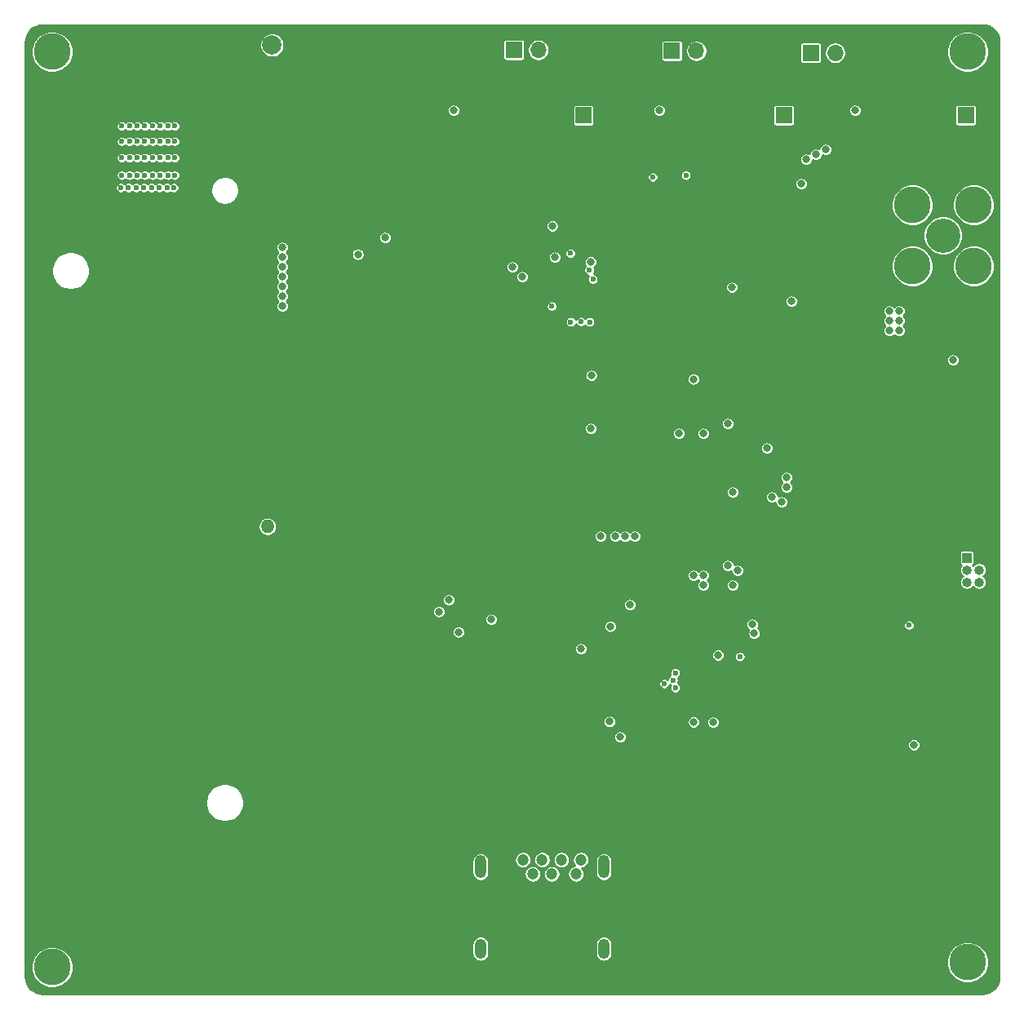
<source format=gbr>
%TF.GenerationSoftware,KiCad,Pcbnew,(5.1.10)-1*%
%TF.CreationDate,2022-01-27T16:49:40-03:30*%
%TF.ProjectId,mallard,6d616c6c-6172-4642-9e6b-696361645f70,rev?*%
%TF.SameCoordinates,Original*%
%TF.FileFunction,Copper,L2,Inr*%
%TF.FilePolarity,Positive*%
%FSLAX46Y46*%
G04 Gerber Fmt 4.6, Leading zero omitted, Abs format (unit mm)*
G04 Created by KiCad (PCBNEW (5.1.10)-1) date 2022-01-27 16:49:40*
%MOMM*%
%LPD*%
G01*
G04 APERTURE LIST*
%TA.AperFunction,ComponentPad*%
%ADD10C,3.800000*%
%TD*%
%TA.AperFunction,ComponentPad*%
%ADD11O,1.700000X1.700000*%
%TD*%
%TA.AperFunction,ComponentPad*%
%ADD12R,1.700000X1.700000*%
%TD*%
%TA.AperFunction,ComponentPad*%
%ADD13R,2.006600X2.006600*%
%TD*%
%TA.AperFunction,ComponentPad*%
%ADD14C,2.006600*%
%TD*%
%TA.AperFunction,ComponentPad*%
%ADD15O,1.400000X1.400000*%
%TD*%
%TA.AperFunction,ComponentPad*%
%ADD16C,1.400000*%
%TD*%
%TA.AperFunction,ComponentPad*%
%ADD17C,3.810000*%
%TD*%
%TA.AperFunction,ComponentPad*%
%ADD18C,3.556000*%
%TD*%
%TA.AperFunction,ComponentPad*%
%ADD19O,1.000000X1.000000*%
%TD*%
%TA.AperFunction,ComponentPad*%
%ADD20R,1.000000X1.000000*%
%TD*%
%TA.AperFunction,ComponentPad*%
%ADD21O,1.200000X2.100000*%
%TD*%
%TA.AperFunction,ComponentPad*%
%ADD22O,1.200000X2.400000*%
%TD*%
%TA.AperFunction,ComponentPad*%
%ADD23C,1.200000*%
%TD*%
%TA.AperFunction,ViaPad*%
%ADD24C,0.800000*%
%TD*%
%TA.AperFunction,ViaPad*%
%ADD25C,0.599440*%
%TD*%
%TA.AperFunction,Conductor*%
%ADD26C,0.254000*%
%TD*%
%TA.AperFunction,Conductor*%
%ADD27C,0.100000*%
%TD*%
G04 APERTURE END LIST*
D10*
%TO.N,N/C*%
%TO.C,REF\u002A\u002A*%
X197104000Y-51308000D03*
%TD*%
%TO.N,N/C*%
%TO.C,REF\u002A\u002A*%
X197104000Y-145796000D03*
%TD*%
%TO.N,N/C*%
%TO.C,REF\u002A\u002A*%
X102108000Y-146304000D03*
%TD*%
%TO.N,N/C*%
%TO.C,REF\u002A\u002A*%
X102108000Y-51308000D03*
%TD*%
D11*
%TO.N,GND*%
%TO.C,J5*%
X171508000Y-51224000D03*
%TO.N,Net-(J5-Pad2)*%
X168968000Y-51224000D03*
D12*
%TO.N,+3V3*%
X166428000Y-51224000D03*
%TD*%
D11*
%TO.N,GND*%
%TO.C,J6*%
X155108000Y-51124000D03*
%TO.N,Net-(J6-Pad2)*%
X152568000Y-51124000D03*
D12*
%TO.N,+3V3*%
X150028000Y-51124000D03*
%TD*%
D11*
%TO.N,GND*%
%TO.C,J4*%
X185908000Y-51424000D03*
%TO.N,Net-(J4-Pad2)*%
X183368000Y-51424000D03*
D12*
%TO.N,+3V3*%
X180828000Y-51424000D03*
%TD*%
D13*
%TO.N,GND*%
%TO.C,Ref2*%
X119927999Y-50624000D03*
D14*
%TO.N,Net-(D1-Pad2)*%
X124928001Y-50624000D03*
%TD*%
D15*
%TO.N,Net-(R2-Pad2)*%
%TO.C,TH1*%
X124460000Y-100584000D03*
D16*
%TO.N,GND*%
X124460000Y-103124000D03*
%TD*%
D17*
%TO.N,Net-(R12-Pad2)*%
%TO.C,Ref1*%
X197728000Y-73549000D03*
X191378000Y-73549000D03*
X197728000Y-67199000D03*
D18*
%TO.N,Net-(R11-Pad2)*%
X194553000Y-70374000D03*
D17*
%TO.N,Net-(R12-Pad2)*%
X191378000Y-67199000D03*
%TD*%
D19*
%TO.N,/RESET_L*%
%TO.C,J2*%
X198298000Y-106364000D03*
%TO.N,+3V3*%
X197028000Y-106364000D03*
%TO.N,Net-(J2-Pad4)*%
X198298000Y-105094000D03*
%TO.N,/SWCLK*%
X197028000Y-105094000D03*
%TO.N,GND*%
X198298000Y-103824000D03*
D20*
%TO.N,/SWDIO*%
X197028000Y-103824000D03*
%TD*%
D21*
%TO.N,N/C*%
%TO.C,J1*%
X159364000Y-144402000D03*
X146564000Y-144402000D03*
D22*
X159364000Y-135902000D03*
X146564000Y-135902000D03*
D23*
X156964000Y-135152000D03*
X154964000Y-135152000D03*
X152964000Y-135152000D03*
X150964000Y-135152000D03*
%TO.N,GND*%
X148964000Y-135152000D03*
X149464000Y-136652000D03*
%TO.N,/USB+*%
X151964000Y-136652000D03*
%TO.N,/USB-*%
X153964000Y-136652000D03*
%TO.N,+5V*%
X156464000Y-136652000D03*
%TD*%
D12*
%TO.N,Net-(Eh3-Pad1)*%
%TO.C,Eh3*%
X196928000Y-57912000D03*
%TD*%
%TO.N,Net-(Eh2-Pad1)*%
%TO.C,Eh2*%
X178028000Y-57912000D03*
%TD*%
%TO.N,Net-(Eh1-Pad1)*%
%TO.C,Eh1*%
X157253000Y-57912000D03*
%TD*%
D24*
%TO.N,GND*%
X191516000Y-82296000D03*
X197612000Y-83312000D03*
X152400000Y-72644000D03*
X136144000Y-78740000D03*
X132080000Y-75692000D03*
X177292000Y-52832000D03*
X163068000Y-52324000D03*
X146812000Y-52324000D03*
X190500000Y-57404000D03*
X170180000Y-57404000D03*
X157988000Y-86868000D03*
X184912000Y-80264000D03*
X184404000Y-76200000D03*
X170688000Y-97028000D03*
X180340000Y-69596000D03*
D25*
X173872000Y-87808000D03*
X173872000Y-86908000D03*
X112428000Y-137724000D03*
X110828000Y-137724000D03*
X112428000Y-141024000D03*
X110728000Y-144124000D03*
X110028000Y-137724000D03*
X109928000Y-144124000D03*
X109228000Y-141024000D03*
X112328000Y-144124000D03*
X109228000Y-137724000D03*
X114728000Y-141024000D03*
X111628000Y-141024000D03*
X113128000Y-144124000D03*
X114628000Y-144124000D03*
X113228000Y-137724000D03*
X114028000Y-137724000D03*
X114728000Y-137724000D03*
X113228000Y-141024000D03*
X113928000Y-144124000D03*
X111528000Y-144124000D03*
X112428000Y-139324000D03*
X110828000Y-139324000D03*
X110028000Y-141024000D03*
X109128000Y-144124000D03*
X111628000Y-137724000D03*
X110028000Y-139324000D03*
X114028000Y-141024000D03*
X110828000Y-141024000D03*
X110828000Y-142824000D03*
X111628000Y-139324000D03*
X114728000Y-142824000D03*
X113228000Y-142824000D03*
X111628000Y-142824000D03*
X109228000Y-139324000D03*
X113228000Y-139324000D03*
X114028000Y-139324000D03*
X114728000Y-139324000D03*
X110028000Y-142824000D03*
X112428000Y-142824000D03*
X114028000Y-142824000D03*
X109228000Y-142824000D03*
D24*
X148844000Y-57404000D03*
D25*
X157128000Y-78254000D03*
X197528000Y-124824000D03*
X195728000Y-116674000D03*
D24*
X170841500Y-75692000D03*
X168656000Y-87008500D03*
X175768000Y-101600000D03*
X160020000Y-109220000D03*
X158141500Y-120904000D03*
X142240000Y-107696000D03*
X146216000Y-107608000D03*
X140208000Y-72343000D03*
X142240000Y-72443000D03*
X168728000Y-122629000D03*
X170688000Y-122629000D03*
X172720000Y-116332000D03*
X195580000Y-78740000D03*
%TO.N,+3V3*%
X185420000Y-57404000D03*
D25*
X112528000Y-64124000D03*
X110928000Y-64124000D03*
X110128000Y-64124000D03*
X109328000Y-64124000D03*
X113328000Y-64124000D03*
X114128000Y-64124000D03*
X114828000Y-64124000D03*
X111728000Y-64124000D03*
X112528000Y-60624000D03*
X110928000Y-60624000D03*
X110128000Y-60624000D03*
X109328000Y-60624000D03*
X113328000Y-60624000D03*
X114128000Y-60624000D03*
X114828000Y-60624000D03*
X111728000Y-60624000D03*
X112428000Y-65424000D03*
X110828000Y-65424000D03*
X110028000Y-65424000D03*
X109228000Y-65424000D03*
X113228000Y-65424000D03*
X114028000Y-65424000D03*
X114728000Y-65424000D03*
X111628000Y-65424000D03*
X112528000Y-62324000D03*
X110928000Y-62324000D03*
X110128000Y-62324000D03*
X109328000Y-62324000D03*
X113328000Y-62324000D03*
X114128000Y-62324000D03*
X114828000Y-62324000D03*
X111728000Y-62324000D03*
X114828000Y-59024000D03*
X114128000Y-59024000D03*
X113328000Y-59024000D03*
X112528000Y-59024000D03*
X111728000Y-59024000D03*
X110928000Y-59024000D03*
X110128000Y-59024000D03*
X109328000Y-59024000D03*
D24*
X143764000Y-57404000D03*
X191528000Y-123249000D03*
X165100000Y-57404000D03*
X160020000Y-110945000D03*
X172212000Y-89916000D03*
X172720000Y-97028000D03*
X158064750Y-84912750D03*
X161036000Y-122428000D03*
X159943250Y-120827250D03*
X144272000Y-111534000D03*
X142240000Y-109421000D03*
X172643250Y-75768750D03*
X154278500Y-72644000D03*
X125984000Y-71628000D03*
X125984000Y-72644000D03*
X125984000Y-73660000D03*
X125984000Y-74676000D03*
X125984000Y-75692000D03*
X125984000Y-76708000D03*
X125984000Y-77724000D03*
X171196000Y-113945500D03*
X195580000Y-83312000D03*
X168692000Y-120868000D03*
X170688000Y-120904000D03*
%TO.N,-3V3*%
X189992000Y-80264000D03*
X189992000Y-79248000D03*
X189992000Y-78232000D03*
X188976000Y-78232000D03*
X188976000Y-79248000D03*
X188976000Y-80264000D03*
X168656000Y-85283500D03*
%TO.N,Net-(Eh1-Pad1)*%
X149860000Y-73660000D03*
X154003000Y-69391010D03*
D25*
%TO.N,Net-(Eh2-Pad1)*%
X153953000Y-77724000D03*
X158222097Y-74918097D03*
D24*
%TO.N,Net-(Eh3-Pad1)*%
X150876000Y-74676000D03*
X179832000Y-65024000D03*
%TO.N,+5V*%
X147674500Y-110236000D03*
X147674500Y-110236000D03*
D25*
%TO.N,/SWCLK*%
X166778000Y-117324000D03*
X191028000Y-110824000D03*
%TO.N,/SWDIO*%
X165628000Y-116898720D03*
D24*
X174752000Y-110744000D03*
D25*
%TO.N,USART1_TX*%
X166778000Y-115774000D03*
D24*
X174961977Y-111672967D03*
D25*
%TO.N,USART1_RX*%
X166542896Y-116538090D03*
X173481840Y-114073552D03*
D24*
%TO.N,Net-(R2-Pad2)*%
X136652000Y-70612000D03*
%TO.N,+1V0*%
X176276000Y-92456000D03*
X157988000Y-90424000D03*
%TO.N,Charge_EN*%
X162052000Y-108712000D03*
X133840238Y-72338631D03*
D25*
%TO.N,Net-(SM3-Pad2)*%
X164428836Y-64324836D03*
X167878000Y-64124000D03*
D24*
%TO.N,Moisture_Sense*%
X159004000Y-101600000D03*
X157989985Y-73140159D03*
D25*
%TO.N,Net-(SM1-Pad2)*%
X155885631Y-72231631D03*
X157849046Y-73980544D03*
%TO.N,MUX1_A1*%
X157878000Y-79349270D03*
D24*
X162560000Y-101600000D03*
D25*
%TO.N,MUX1_A0*%
X156978000Y-79324000D03*
D24*
X161560308Y-101609703D03*
D25*
%TO.N,MUX1_EN*%
X155928000Y-79349270D03*
D24*
X160528000Y-101600000D03*
%TO.N,Net-(U6-Pad13)*%
X178816000Y-77216000D03*
X176782861Y-97534701D03*
%TO.N,MUX2_A1*%
X169672000Y-106680000D03*
X172720000Y-106680000D03*
%TO.N,MUX2_A0*%
X169672000Y-105664000D03*
X173228000Y-105156000D03*
%TO.N,MUX2_EN*%
X168656000Y-105664000D03*
X172212000Y-104648000D03*
%TO.N,+1V0_EN*%
X167132000Y-90932000D03*
X169672000Y-90932000D03*
%TO.N,Net-(J4-Pad2)*%
X182372000Y-61468000D03*
X177800000Y-98044000D03*
%TO.N,Net-(J5-Pad2)*%
X181356000Y-61976000D03*
X178308000Y-96520000D03*
%TO.N,Net-(J6-Pad2)*%
X180340000Y-62484000D03*
X178308000Y-95504000D03*
%TO.N,5V_RST*%
X143256000Y-108204000D03*
X156972000Y-113284000D03*
%TD*%
D26*
%TO.N,GND*%
X198963355Y-48598339D02*
X199285934Y-48695731D01*
X199583455Y-48853927D01*
X199844580Y-49066896D01*
X200059368Y-49326530D01*
X200219635Y-49622936D01*
X200319278Y-49944832D01*
X200356001Y-50294234D01*
X200356000Y-147305133D01*
X200321661Y-147655355D01*
X200224269Y-147977934D01*
X200066074Y-148275453D01*
X199853105Y-148536580D01*
X199593470Y-148751368D01*
X199297064Y-148911635D01*
X198975170Y-149011278D01*
X198625776Y-149048000D01*
X101106867Y-149048000D01*
X100756645Y-149013661D01*
X100434066Y-148916269D01*
X100136547Y-148758074D01*
X99875420Y-148545105D01*
X99660632Y-148285470D01*
X99500365Y-147989064D01*
X99400722Y-147667170D01*
X99364000Y-147317776D01*
X99364000Y-146089348D01*
X99928600Y-146089348D01*
X99928600Y-146518652D01*
X100012353Y-146939707D01*
X100176641Y-147336333D01*
X100415150Y-147693286D01*
X100718714Y-147996850D01*
X101075667Y-148235359D01*
X101472293Y-148399647D01*
X101893348Y-148483400D01*
X102322652Y-148483400D01*
X102743707Y-148399647D01*
X103140333Y-148235359D01*
X103497286Y-147996850D01*
X103800850Y-147693286D01*
X104039359Y-147336333D01*
X104203647Y-146939707D01*
X104287400Y-146518652D01*
X104287400Y-146089348D01*
X104203647Y-145668293D01*
X104039359Y-145271667D01*
X103800850Y-144914714D01*
X103497286Y-144611150D01*
X103140333Y-144372641D01*
X102743707Y-144208353D01*
X102322652Y-144124600D01*
X101893348Y-144124600D01*
X101472293Y-144208353D01*
X101075667Y-144372641D01*
X100718714Y-144611150D01*
X100415150Y-144914714D01*
X100176641Y-145271667D01*
X100012353Y-145668293D01*
X99928600Y-146089348D01*
X99364000Y-146089348D01*
X99364000Y-143908798D01*
X145684600Y-143908798D01*
X145684600Y-144895201D01*
X145697324Y-145024392D01*
X145747609Y-145190159D01*
X145829268Y-145342931D01*
X145939162Y-145476838D01*
X146073068Y-145586732D01*
X146225840Y-145668391D01*
X146391607Y-145718676D01*
X146564000Y-145735655D01*
X146736392Y-145718676D01*
X146902159Y-145668391D01*
X147054931Y-145586732D01*
X147188838Y-145476838D01*
X147298732Y-145342932D01*
X147380391Y-145190160D01*
X147430676Y-145024393D01*
X147443400Y-144895202D01*
X147443400Y-143908798D01*
X158484600Y-143908798D01*
X158484600Y-144895201D01*
X158497324Y-145024392D01*
X158547609Y-145190159D01*
X158629268Y-145342931D01*
X158739162Y-145476838D01*
X158873068Y-145586732D01*
X159025840Y-145668391D01*
X159191607Y-145718676D01*
X159364000Y-145735655D01*
X159536392Y-145718676D01*
X159702159Y-145668391D01*
X159854931Y-145586732D01*
X159861491Y-145581348D01*
X194924600Y-145581348D01*
X194924600Y-146010652D01*
X195008353Y-146431707D01*
X195172641Y-146828333D01*
X195411150Y-147185286D01*
X195714714Y-147488850D01*
X196071667Y-147727359D01*
X196468293Y-147891647D01*
X196889348Y-147975400D01*
X197318652Y-147975400D01*
X197739707Y-147891647D01*
X198136333Y-147727359D01*
X198493286Y-147488850D01*
X198796850Y-147185286D01*
X199035359Y-146828333D01*
X199199647Y-146431707D01*
X199283400Y-146010652D01*
X199283400Y-145581348D01*
X199199647Y-145160293D01*
X199035359Y-144763667D01*
X198796850Y-144406714D01*
X198493286Y-144103150D01*
X198136333Y-143864641D01*
X197739707Y-143700353D01*
X197318652Y-143616600D01*
X196889348Y-143616600D01*
X196468293Y-143700353D01*
X196071667Y-143864641D01*
X195714714Y-144103150D01*
X195411150Y-144406714D01*
X195172641Y-144763667D01*
X195008353Y-145160293D01*
X194924600Y-145581348D01*
X159861491Y-145581348D01*
X159988838Y-145476838D01*
X160098732Y-145342932D01*
X160180391Y-145190160D01*
X160230676Y-145024393D01*
X160243400Y-144895202D01*
X160243400Y-143908798D01*
X160230676Y-143779607D01*
X160180391Y-143613840D01*
X160098732Y-143461068D01*
X159988838Y-143327162D01*
X159854932Y-143217268D01*
X159702160Y-143135609D01*
X159536393Y-143085324D01*
X159364000Y-143068345D01*
X159191608Y-143085324D01*
X159025841Y-143135609D01*
X158873069Y-143217268D01*
X158739163Y-143327162D01*
X158629269Y-143461068D01*
X158547610Y-143613840D01*
X158497325Y-143779607D01*
X158484600Y-143908798D01*
X147443400Y-143908798D01*
X147430676Y-143779607D01*
X147380391Y-143613840D01*
X147298732Y-143461068D01*
X147188838Y-143327162D01*
X147054932Y-143217268D01*
X146902160Y-143135609D01*
X146736393Y-143085324D01*
X146564000Y-143068345D01*
X146391608Y-143085324D01*
X146225841Y-143135609D01*
X146073069Y-143217268D01*
X145939163Y-143327162D01*
X145829269Y-143461068D01*
X145747610Y-143613840D01*
X145697325Y-143779607D01*
X145684600Y-143908798D01*
X99364000Y-143908798D01*
X99364000Y-136545201D01*
X145684600Y-136545201D01*
X145697324Y-136674392D01*
X145747609Y-136840159D01*
X145829268Y-136992931D01*
X145939162Y-137126838D01*
X146073068Y-137236732D01*
X146225840Y-137318391D01*
X146391607Y-137368676D01*
X146564000Y-137385655D01*
X146736392Y-137368676D01*
X146902159Y-137318391D01*
X147054931Y-137236732D01*
X147188838Y-137126838D01*
X147298732Y-136992932D01*
X147380391Y-136840160D01*
X147430676Y-136674393D01*
X147441411Y-136565387D01*
X151084600Y-136565387D01*
X151084600Y-136738613D01*
X151118395Y-136908512D01*
X151184686Y-137068552D01*
X151280925Y-137212585D01*
X151403415Y-137335075D01*
X151547448Y-137431314D01*
X151707488Y-137497605D01*
X151877387Y-137531400D01*
X152050613Y-137531400D01*
X152220512Y-137497605D01*
X152380552Y-137431314D01*
X152524585Y-137335075D01*
X152647075Y-137212585D01*
X152743314Y-137068552D01*
X152809605Y-136908512D01*
X152843400Y-136738613D01*
X152843400Y-136565387D01*
X153084600Y-136565387D01*
X153084600Y-136738613D01*
X153118395Y-136908512D01*
X153184686Y-137068552D01*
X153280925Y-137212585D01*
X153403415Y-137335075D01*
X153547448Y-137431314D01*
X153707488Y-137497605D01*
X153877387Y-137531400D01*
X154050613Y-137531400D01*
X154220512Y-137497605D01*
X154380552Y-137431314D01*
X154524585Y-137335075D01*
X154647075Y-137212585D01*
X154743314Y-137068552D01*
X154809605Y-136908512D01*
X154843400Y-136738613D01*
X154843400Y-136565387D01*
X155584600Y-136565387D01*
X155584600Y-136738613D01*
X155618395Y-136908512D01*
X155684686Y-137068552D01*
X155780925Y-137212585D01*
X155903415Y-137335075D01*
X156047448Y-137431314D01*
X156207488Y-137497605D01*
X156377387Y-137531400D01*
X156550613Y-137531400D01*
X156720512Y-137497605D01*
X156880552Y-137431314D01*
X157024585Y-137335075D01*
X157147075Y-137212585D01*
X157243314Y-137068552D01*
X157309605Y-136908512D01*
X157343400Y-136738613D01*
X157343400Y-136565387D01*
X157339385Y-136545201D01*
X158484600Y-136545201D01*
X158497324Y-136674392D01*
X158547609Y-136840159D01*
X158629268Y-136992931D01*
X158739162Y-137126838D01*
X158873068Y-137236732D01*
X159025840Y-137318391D01*
X159191607Y-137368676D01*
X159364000Y-137385655D01*
X159536392Y-137368676D01*
X159702159Y-137318391D01*
X159854931Y-137236732D01*
X159988838Y-137126838D01*
X160098732Y-136992932D01*
X160180391Y-136840160D01*
X160230676Y-136674393D01*
X160243400Y-136545202D01*
X160243400Y-135258798D01*
X160230676Y-135129607D01*
X160180391Y-134963840D01*
X160098732Y-134811068D01*
X159988838Y-134677162D01*
X159854932Y-134567268D01*
X159702160Y-134485609D01*
X159536393Y-134435324D01*
X159364000Y-134418345D01*
X159191608Y-134435324D01*
X159025841Y-134485609D01*
X158873069Y-134567268D01*
X158739163Y-134677162D01*
X158629269Y-134811068D01*
X158547610Y-134963840D01*
X158497325Y-135129607D01*
X158484601Y-135258798D01*
X158484600Y-136545201D01*
X157339385Y-136545201D01*
X157309605Y-136395488D01*
X157243314Y-136235448D01*
X157147075Y-136091415D01*
X157081013Y-136025353D01*
X157220512Y-135997605D01*
X157380552Y-135931314D01*
X157524585Y-135835075D01*
X157647075Y-135712585D01*
X157743314Y-135568552D01*
X157809605Y-135408512D01*
X157843400Y-135238613D01*
X157843400Y-135065387D01*
X157809605Y-134895488D01*
X157743314Y-134735448D01*
X157647075Y-134591415D01*
X157524585Y-134468925D01*
X157380552Y-134372686D01*
X157220512Y-134306395D01*
X157050613Y-134272600D01*
X156877387Y-134272600D01*
X156707488Y-134306395D01*
X156547448Y-134372686D01*
X156403415Y-134468925D01*
X156280925Y-134591415D01*
X156184686Y-134735448D01*
X156118395Y-134895488D01*
X156084600Y-135065387D01*
X156084600Y-135238613D01*
X156118395Y-135408512D01*
X156184686Y-135568552D01*
X156280925Y-135712585D01*
X156346987Y-135778647D01*
X156207488Y-135806395D01*
X156047448Y-135872686D01*
X155903415Y-135968925D01*
X155780925Y-136091415D01*
X155684686Y-136235448D01*
X155618395Y-136395488D01*
X155584600Y-136565387D01*
X154843400Y-136565387D01*
X154809605Y-136395488D01*
X154743314Y-136235448D01*
X154647075Y-136091415D01*
X154524585Y-135968925D01*
X154380552Y-135872686D01*
X154220512Y-135806395D01*
X154050613Y-135772600D01*
X153877387Y-135772600D01*
X153707488Y-135806395D01*
X153547448Y-135872686D01*
X153403415Y-135968925D01*
X153280925Y-136091415D01*
X153184686Y-136235448D01*
X153118395Y-136395488D01*
X153084600Y-136565387D01*
X152843400Y-136565387D01*
X152809605Y-136395488D01*
X152743314Y-136235448D01*
X152647075Y-136091415D01*
X152524585Y-135968925D01*
X152380552Y-135872686D01*
X152220512Y-135806395D01*
X152050613Y-135772600D01*
X151877387Y-135772600D01*
X151707488Y-135806395D01*
X151547448Y-135872686D01*
X151403415Y-135968925D01*
X151280925Y-136091415D01*
X151184686Y-136235448D01*
X151118395Y-136395488D01*
X151084600Y-136565387D01*
X147441411Y-136565387D01*
X147443400Y-136545202D01*
X147443400Y-135258798D01*
X147430676Y-135129607D01*
X147411196Y-135065387D01*
X150084600Y-135065387D01*
X150084600Y-135238613D01*
X150118395Y-135408512D01*
X150184686Y-135568552D01*
X150280925Y-135712585D01*
X150403415Y-135835075D01*
X150547448Y-135931314D01*
X150707488Y-135997605D01*
X150877387Y-136031400D01*
X151050613Y-136031400D01*
X151220512Y-135997605D01*
X151380552Y-135931314D01*
X151524585Y-135835075D01*
X151647075Y-135712585D01*
X151743314Y-135568552D01*
X151809605Y-135408512D01*
X151843400Y-135238613D01*
X151843400Y-135065387D01*
X152084600Y-135065387D01*
X152084600Y-135238613D01*
X152118395Y-135408512D01*
X152184686Y-135568552D01*
X152280925Y-135712585D01*
X152403415Y-135835075D01*
X152547448Y-135931314D01*
X152707488Y-135997605D01*
X152877387Y-136031400D01*
X153050613Y-136031400D01*
X153220512Y-135997605D01*
X153380552Y-135931314D01*
X153524585Y-135835075D01*
X153647075Y-135712585D01*
X153743314Y-135568552D01*
X153809605Y-135408512D01*
X153843400Y-135238613D01*
X153843400Y-135065387D01*
X154084600Y-135065387D01*
X154084600Y-135238613D01*
X154118395Y-135408512D01*
X154184686Y-135568552D01*
X154280925Y-135712585D01*
X154403415Y-135835075D01*
X154547448Y-135931314D01*
X154707488Y-135997605D01*
X154877387Y-136031400D01*
X155050613Y-136031400D01*
X155220512Y-135997605D01*
X155380552Y-135931314D01*
X155524585Y-135835075D01*
X155647075Y-135712585D01*
X155743314Y-135568552D01*
X155809605Y-135408512D01*
X155843400Y-135238613D01*
X155843400Y-135065387D01*
X155809605Y-134895488D01*
X155743314Y-134735448D01*
X155647075Y-134591415D01*
X155524585Y-134468925D01*
X155380552Y-134372686D01*
X155220512Y-134306395D01*
X155050613Y-134272600D01*
X154877387Y-134272600D01*
X154707488Y-134306395D01*
X154547448Y-134372686D01*
X154403415Y-134468925D01*
X154280925Y-134591415D01*
X154184686Y-134735448D01*
X154118395Y-134895488D01*
X154084600Y-135065387D01*
X153843400Y-135065387D01*
X153809605Y-134895488D01*
X153743314Y-134735448D01*
X153647075Y-134591415D01*
X153524585Y-134468925D01*
X153380552Y-134372686D01*
X153220512Y-134306395D01*
X153050613Y-134272600D01*
X152877387Y-134272600D01*
X152707488Y-134306395D01*
X152547448Y-134372686D01*
X152403415Y-134468925D01*
X152280925Y-134591415D01*
X152184686Y-134735448D01*
X152118395Y-134895488D01*
X152084600Y-135065387D01*
X151843400Y-135065387D01*
X151809605Y-134895488D01*
X151743314Y-134735448D01*
X151647075Y-134591415D01*
X151524585Y-134468925D01*
X151380552Y-134372686D01*
X151220512Y-134306395D01*
X151050613Y-134272600D01*
X150877387Y-134272600D01*
X150707488Y-134306395D01*
X150547448Y-134372686D01*
X150403415Y-134468925D01*
X150280925Y-134591415D01*
X150184686Y-134735448D01*
X150118395Y-134895488D01*
X150084600Y-135065387D01*
X147411196Y-135065387D01*
X147380391Y-134963840D01*
X147298732Y-134811068D01*
X147188838Y-134677162D01*
X147054932Y-134567268D01*
X146902160Y-134485609D01*
X146736393Y-134435324D01*
X146564000Y-134418345D01*
X146391608Y-134435324D01*
X146225841Y-134485609D01*
X146073069Y-134567268D01*
X145939163Y-134677162D01*
X145829269Y-134811068D01*
X145747610Y-134963840D01*
X145697325Y-135129607D01*
X145684601Y-135258798D01*
X145684600Y-136545201D01*
X99364000Y-136545201D01*
X99364000Y-129026584D01*
X118023600Y-129026584D01*
X118023600Y-129421416D01*
X118100628Y-129808662D01*
X118251724Y-130173439D01*
X118471081Y-130501730D01*
X118750270Y-130780919D01*
X119078561Y-131000276D01*
X119443338Y-131151372D01*
X119830584Y-131228400D01*
X120225416Y-131228400D01*
X120612662Y-131151372D01*
X120977439Y-131000276D01*
X121305730Y-130780919D01*
X121584919Y-130501730D01*
X121804276Y-130173439D01*
X121955372Y-129808662D01*
X122032400Y-129421416D01*
X122032400Y-129026584D01*
X121955372Y-128639338D01*
X121804276Y-128274561D01*
X121584919Y-127946270D01*
X121305730Y-127667081D01*
X120977439Y-127447724D01*
X120612662Y-127296628D01*
X120225416Y-127219600D01*
X119830584Y-127219600D01*
X119443338Y-127296628D01*
X119078561Y-127447724D01*
X118750270Y-127667081D01*
X118471081Y-127946270D01*
X118251724Y-128274561D01*
X118100628Y-128639338D01*
X118023600Y-129026584D01*
X99364000Y-129026584D01*
X99364000Y-123182085D01*
X190848600Y-123182085D01*
X190848600Y-123315915D01*
X190874709Y-123447174D01*
X190925924Y-123570816D01*
X191000276Y-123682092D01*
X191094908Y-123776724D01*
X191206184Y-123851076D01*
X191329826Y-123902291D01*
X191461085Y-123928400D01*
X191594915Y-123928400D01*
X191726174Y-123902291D01*
X191849816Y-123851076D01*
X191961092Y-123776724D01*
X192055724Y-123682092D01*
X192130076Y-123570816D01*
X192181291Y-123447174D01*
X192207400Y-123315915D01*
X192207400Y-123182085D01*
X192181291Y-123050826D01*
X192130076Y-122927184D01*
X192055724Y-122815908D01*
X191961092Y-122721276D01*
X191849816Y-122646924D01*
X191726174Y-122595709D01*
X191594915Y-122569600D01*
X191461085Y-122569600D01*
X191329826Y-122595709D01*
X191206184Y-122646924D01*
X191094908Y-122721276D01*
X191000276Y-122815908D01*
X190925924Y-122927184D01*
X190874709Y-123050826D01*
X190848600Y-123182085D01*
X99364000Y-123182085D01*
X99364000Y-122361085D01*
X160356600Y-122361085D01*
X160356600Y-122494915D01*
X160382709Y-122626174D01*
X160433924Y-122749816D01*
X160508276Y-122861092D01*
X160602908Y-122955724D01*
X160714184Y-123030076D01*
X160837826Y-123081291D01*
X160969085Y-123107400D01*
X161102915Y-123107400D01*
X161234174Y-123081291D01*
X161357816Y-123030076D01*
X161469092Y-122955724D01*
X161563724Y-122861092D01*
X161638076Y-122749816D01*
X161689291Y-122626174D01*
X161715400Y-122494915D01*
X161715400Y-122361085D01*
X161689291Y-122229826D01*
X161638076Y-122106184D01*
X161563724Y-121994908D01*
X161469092Y-121900276D01*
X161357816Y-121825924D01*
X161234174Y-121774709D01*
X161102915Y-121748600D01*
X160969085Y-121748600D01*
X160837826Y-121774709D01*
X160714184Y-121825924D01*
X160602908Y-121900276D01*
X160508276Y-121994908D01*
X160433924Y-122106184D01*
X160382709Y-122229826D01*
X160356600Y-122361085D01*
X99364000Y-122361085D01*
X99364000Y-120760335D01*
X159263850Y-120760335D01*
X159263850Y-120894165D01*
X159289959Y-121025424D01*
X159341174Y-121149066D01*
X159415526Y-121260342D01*
X159510158Y-121354974D01*
X159621434Y-121429326D01*
X159745076Y-121480541D01*
X159876335Y-121506650D01*
X160010165Y-121506650D01*
X160141424Y-121480541D01*
X160265066Y-121429326D01*
X160376342Y-121354974D01*
X160470974Y-121260342D01*
X160545326Y-121149066D01*
X160596541Y-121025424D01*
X160622650Y-120894165D01*
X160622650Y-120801085D01*
X168012600Y-120801085D01*
X168012600Y-120934915D01*
X168038709Y-121066174D01*
X168089924Y-121189816D01*
X168164276Y-121301092D01*
X168258908Y-121395724D01*
X168370184Y-121470076D01*
X168493826Y-121521291D01*
X168625085Y-121547400D01*
X168758915Y-121547400D01*
X168890174Y-121521291D01*
X169013816Y-121470076D01*
X169125092Y-121395724D01*
X169219724Y-121301092D01*
X169294076Y-121189816D01*
X169345291Y-121066174D01*
X169371400Y-120934915D01*
X169371400Y-120837085D01*
X170008600Y-120837085D01*
X170008600Y-120970915D01*
X170034709Y-121102174D01*
X170085924Y-121225816D01*
X170160276Y-121337092D01*
X170254908Y-121431724D01*
X170366184Y-121506076D01*
X170489826Y-121557291D01*
X170621085Y-121583400D01*
X170754915Y-121583400D01*
X170886174Y-121557291D01*
X171009816Y-121506076D01*
X171121092Y-121431724D01*
X171215724Y-121337092D01*
X171290076Y-121225816D01*
X171341291Y-121102174D01*
X171367400Y-120970915D01*
X171367400Y-120837085D01*
X171341291Y-120705826D01*
X171290076Y-120582184D01*
X171215724Y-120470908D01*
X171121092Y-120376276D01*
X171009816Y-120301924D01*
X170886174Y-120250709D01*
X170754915Y-120224600D01*
X170621085Y-120224600D01*
X170489826Y-120250709D01*
X170366184Y-120301924D01*
X170254908Y-120376276D01*
X170160276Y-120470908D01*
X170085924Y-120582184D01*
X170034709Y-120705826D01*
X170008600Y-120837085D01*
X169371400Y-120837085D01*
X169371400Y-120801085D01*
X169345291Y-120669826D01*
X169294076Y-120546184D01*
X169219724Y-120434908D01*
X169125092Y-120340276D01*
X169013816Y-120265924D01*
X168890174Y-120214709D01*
X168758915Y-120188600D01*
X168625085Y-120188600D01*
X168493826Y-120214709D01*
X168370184Y-120265924D01*
X168258908Y-120340276D01*
X168164276Y-120434908D01*
X168089924Y-120546184D01*
X168038709Y-120669826D01*
X168012600Y-120801085D01*
X160622650Y-120801085D01*
X160622650Y-120760335D01*
X160596541Y-120629076D01*
X160545326Y-120505434D01*
X160470974Y-120394158D01*
X160376342Y-120299526D01*
X160265066Y-120225174D01*
X160141424Y-120173959D01*
X160010165Y-120147850D01*
X159876335Y-120147850D01*
X159745076Y-120173959D01*
X159621434Y-120225174D01*
X159510158Y-120299526D01*
X159415526Y-120394158D01*
X159341174Y-120505434D01*
X159289959Y-120629076D01*
X159263850Y-120760335D01*
X99364000Y-120760335D01*
X99364000Y-116841682D01*
X165048880Y-116841682D01*
X165048880Y-116955758D01*
X165071135Y-117067643D01*
X165114791Y-117173036D01*
X165178168Y-117267887D01*
X165258833Y-117348552D01*
X165353684Y-117411929D01*
X165459077Y-117455585D01*
X165570962Y-117477840D01*
X165685038Y-117477840D01*
X165796923Y-117455585D01*
X165902316Y-117411929D01*
X165997167Y-117348552D01*
X166077832Y-117267887D01*
X166141209Y-117173036D01*
X166184865Y-117067643D01*
X166197556Y-117003842D01*
X166265214Y-117049050D01*
X166264791Y-117049684D01*
X166221135Y-117155077D01*
X166198880Y-117266962D01*
X166198880Y-117381038D01*
X166221135Y-117492923D01*
X166264791Y-117598316D01*
X166328168Y-117693167D01*
X166408833Y-117773832D01*
X166503684Y-117837209D01*
X166609077Y-117880865D01*
X166720962Y-117903120D01*
X166835038Y-117903120D01*
X166946923Y-117880865D01*
X167052316Y-117837209D01*
X167147167Y-117773832D01*
X167227832Y-117693167D01*
X167291209Y-117598316D01*
X167334865Y-117492923D01*
X167357120Y-117381038D01*
X167357120Y-117266962D01*
X167334865Y-117155077D01*
X167291209Y-117049684D01*
X167227832Y-116954833D01*
X167147167Y-116874168D01*
X167055682Y-116813040D01*
X167056105Y-116812406D01*
X167099761Y-116707013D01*
X167122016Y-116595128D01*
X167122016Y-116481052D01*
X167099761Y-116369167D01*
X167062887Y-116280146D01*
X167147167Y-116223832D01*
X167227832Y-116143167D01*
X167291209Y-116048316D01*
X167334865Y-115942923D01*
X167357120Y-115831038D01*
X167357120Y-115716962D01*
X167334865Y-115605077D01*
X167291209Y-115499684D01*
X167227832Y-115404833D01*
X167147167Y-115324168D01*
X167052316Y-115260791D01*
X166946923Y-115217135D01*
X166835038Y-115194880D01*
X166720962Y-115194880D01*
X166609077Y-115217135D01*
X166503684Y-115260791D01*
X166408833Y-115324168D01*
X166328168Y-115404833D01*
X166264791Y-115499684D01*
X166221135Y-115605077D01*
X166198880Y-115716962D01*
X166198880Y-115831038D01*
X166221135Y-115942923D01*
X166258009Y-116031944D01*
X166173729Y-116088258D01*
X166093064Y-116168923D01*
X166029687Y-116263774D01*
X165986031Y-116369167D01*
X165973340Y-116432968D01*
X165902316Y-116385511D01*
X165796923Y-116341855D01*
X165685038Y-116319600D01*
X165570962Y-116319600D01*
X165459077Y-116341855D01*
X165353684Y-116385511D01*
X165258833Y-116448888D01*
X165178168Y-116529553D01*
X165114791Y-116624404D01*
X165071135Y-116729797D01*
X165048880Y-116841682D01*
X99364000Y-116841682D01*
X99364000Y-113217085D01*
X156292600Y-113217085D01*
X156292600Y-113350915D01*
X156318709Y-113482174D01*
X156369924Y-113605816D01*
X156444276Y-113717092D01*
X156538908Y-113811724D01*
X156650184Y-113886076D01*
X156773826Y-113937291D01*
X156905085Y-113963400D01*
X157038915Y-113963400D01*
X157170174Y-113937291D01*
X157293816Y-113886076D01*
X157305027Y-113878585D01*
X170516600Y-113878585D01*
X170516600Y-114012415D01*
X170542709Y-114143674D01*
X170593924Y-114267316D01*
X170668276Y-114378592D01*
X170762908Y-114473224D01*
X170874184Y-114547576D01*
X170997826Y-114598791D01*
X171129085Y-114624900D01*
X171262915Y-114624900D01*
X171394174Y-114598791D01*
X171517816Y-114547576D01*
X171629092Y-114473224D01*
X171723724Y-114378592D01*
X171798076Y-114267316D01*
X171849291Y-114143674D01*
X171874584Y-114016514D01*
X172902720Y-114016514D01*
X172902720Y-114130590D01*
X172924975Y-114242475D01*
X172968631Y-114347868D01*
X173032008Y-114442719D01*
X173112673Y-114523384D01*
X173207524Y-114586761D01*
X173312917Y-114630417D01*
X173424802Y-114652672D01*
X173538878Y-114652672D01*
X173650763Y-114630417D01*
X173756156Y-114586761D01*
X173851007Y-114523384D01*
X173931672Y-114442719D01*
X173995049Y-114347868D01*
X174038705Y-114242475D01*
X174060960Y-114130590D01*
X174060960Y-114016514D01*
X174038705Y-113904629D01*
X173995049Y-113799236D01*
X173931672Y-113704385D01*
X173851007Y-113623720D01*
X173756156Y-113560343D01*
X173650763Y-113516687D01*
X173538878Y-113494432D01*
X173424802Y-113494432D01*
X173312917Y-113516687D01*
X173207524Y-113560343D01*
X173112673Y-113623720D01*
X173032008Y-113704385D01*
X172968631Y-113799236D01*
X172924975Y-113904629D01*
X172902720Y-114016514D01*
X171874584Y-114016514D01*
X171875400Y-114012415D01*
X171875400Y-113878585D01*
X171849291Y-113747326D01*
X171798076Y-113623684D01*
X171723724Y-113512408D01*
X171629092Y-113417776D01*
X171517816Y-113343424D01*
X171394174Y-113292209D01*
X171262915Y-113266100D01*
X171129085Y-113266100D01*
X170997826Y-113292209D01*
X170874184Y-113343424D01*
X170762908Y-113417776D01*
X170668276Y-113512408D01*
X170593924Y-113623684D01*
X170542709Y-113747326D01*
X170516600Y-113878585D01*
X157305027Y-113878585D01*
X157405092Y-113811724D01*
X157499724Y-113717092D01*
X157574076Y-113605816D01*
X157625291Y-113482174D01*
X157651400Y-113350915D01*
X157651400Y-113217085D01*
X157625291Y-113085826D01*
X157574076Y-112962184D01*
X157499724Y-112850908D01*
X157405092Y-112756276D01*
X157293816Y-112681924D01*
X157170174Y-112630709D01*
X157038915Y-112604600D01*
X156905085Y-112604600D01*
X156773826Y-112630709D01*
X156650184Y-112681924D01*
X156538908Y-112756276D01*
X156444276Y-112850908D01*
X156369924Y-112962184D01*
X156318709Y-113085826D01*
X156292600Y-113217085D01*
X99364000Y-113217085D01*
X99364000Y-111467085D01*
X143592600Y-111467085D01*
X143592600Y-111600915D01*
X143618709Y-111732174D01*
X143669924Y-111855816D01*
X143744276Y-111967092D01*
X143838908Y-112061724D01*
X143950184Y-112136076D01*
X144073826Y-112187291D01*
X144205085Y-112213400D01*
X144338915Y-112213400D01*
X144470174Y-112187291D01*
X144593816Y-112136076D01*
X144705092Y-112061724D01*
X144799724Y-111967092D01*
X144874076Y-111855816D01*
X144925291Y-111732174D01*
X144951400Y-111600915D01*
X144951400Y-111467085D01*
X144925291Y-111335826D01*
X144874076Y-111212184D01*
X144799724Y-111100908D01*
X144705092Y-111006276D01*
X144593816Y-110931924D01*
X144470174Y-110880709D01*
X144338915Y-110854600D01*
X144205085Y-110854600D01*
X144073826Y-110880709D01*
X143950184Y-110931924D01*
X143838908Y-111006276D01*
X143744276Y-111100908D01*
X143669924Y-111212184D01*
X143618709Y-111335826D01*
X143592600Y-111467085D01*
X99364000Y-111467085D01*
X99364000Y-110169085D01*
X146995100Y-110169085D01*
X146995100Y-110302915D01*
X147021209Y-110434174D01*
X147072424Y-110557816D01*
X147146776Y-110669092D01*
X147241408Y-110763724D01*
X147352684Y-110838076D01*
X147476326Y-110889291D01*
X147607585Y-110915400D01*
X147741415Y-110915400D01*
X147872674Y-110889291D01*
X147899727Y-110878085D01*
X159340600Y-110878085D01*
X159340600Y-111011915D01*
X159366709Y-111143174D01*
X159417924Y-111266816D01*
X159492276Y-111378092D01*
X159586908Y-111472724D01*
X159698184Y-111547076D01*
X159821826Y-111598291D01*
X159953085Y-111624400D01*
X160086915Y-111624400D01*
X160218174Y-111598291D01*
X160341816Y-111547076D01*
X160453092Y-111472724D01*
X160547724Y-111378092D01*
X160622076Y-111266816D01*
X160673291Y-111143174D01*
X160699400Y-111011915D01*
X160699400Y-110878085D01*
X160673291Y-110746826D01*
X160644403Y-110677085D01*
X174072600Y-110677085D01*
X174072600Y-110810915D01*
X174098709Y-110942174D01*
X174149924Y-111065816D01*
X174224276Y-111177092D01*
X174318908Y-111271724D01*
X174383939Y-111315176D01*
X174359901Y-111351151D01*
X174308686Y-111474793D01*
X174282577Y-111606052D01*
X174282577Y-111739882D01*
X174308686Y-111871141D01*
X174359901Y-111994783D01*
X174434253Y-112106059D01*
X174528885Y-112200691D01*
X174640161Y-112275043D01*
X174763803Y-112326258D01*
X174895062Y-112352367D01*
X175028892Y-112352367D01*
X175160151Y-112326258D01*
X175283793Y-112275043D01*
X175395069Y-112200691D01*
X175489701Y-112106059D01*
X175564053Y-111994783D01*
X175615268Y-111871141D01*
X175641377Y-111739882D01*
X175641377Y-111606052D01*
X175615268Y-111474793D01*
X175564053Y-111351151D01*
X175489701Y-111239875D01*
X175395069Y-111145243D01*
X175330038Y-111101791D01*
X175354076Y-111065816D01*
X175405291Y-110942174D01*
X175431400Y-110810915D01*
X175431400Y-110766962D01*
X190448880Y-110766962D01*
X190448880Y-110881038D01*
X190471135Y-110992923D01*
X190514791Y-111098316D01*
X190578168Y-111193167D01*
X190658833Y-111273832D01*
X190753684Y-111337209D01*
X190859077Y-111380865D01*
X190970962Y-111403120D01*
X191085038Y-111403120D01*
X191196923Y-111380865D01*
X191302316Y-111337209D01*
X191397167Y-111273832D01*
X191477832Y-111193167D01*
X191541209Y-111098316D01*
X191584865Y-110992923D01*
X191607120Y-110881038D01*
X191607120Y-110766962D01*
X191584865Y-110655077D01*
X191541209Y-110549684D01*
X191477832Y-110454833D01*
X191397167Y-110374168D01*
X191302316Y-110310791D01*
X191196923Y-110267135D01*
X191085038Y-110244880D01*
X190970962Y-110244880D01*
X190859077Y-110267135D01*
X190753684Y-110310791D01*
X190658833Y-110374168D01*
X190578168Y-110454833D01*
X190514791Y-110549684D01*
X190471135Y-110655077D01*
X190448880Y-110766962D01*
X175431400Y-110766962D01*
X175431400Y-110677085D01*
X175405291Y-110545826D01*
X175354076Y-110422184D01*
X175279724Y-110310908D01*
X175185092Y-110216276D01*
X175073816Y-110141924D01*
X174950174Y-110090709D01*
X174818915Y-110064600D01*
X174685085Y-110064600D01*
X174553826Y-110090709D01*
X174430184Y-110141924D01*
X174318908Y-110216276D01*
X174224276Y-110310908D01*
X174149924Y-110422184D01*
X174098709Y-110545826D01*
X174072600Y-110677085D01*
X160644403Y-110677085D01*
X160622076Y-110623184D01*
X160547724Y-110511908D01*
X160453092Y-110417276D01*
X160341816Y-110342924D01*
X160218174Y-110291709D01*
X160086915Y-110265600D01*
X159953085Y-110265600D01*
X159821826Y-110291709D01*
X159698184Y-110342924D01*
X159586908Y-110417276D01*
X159492276Y-110511908D01*
X159417924Y-110623184D01*
X159366709Y-110746826D01*
X159340600Y-110878085D01*
X147899727Y-110878085D01*
X147996316Y-110838076D01*
X148107592Y-110763724D01*
X148202224Y-110669092D01*
X148276576Y-110557816D01*
X148327791Y-110434174D01*
X148353900Y-110302915D01*
X148353900Y-110169085D01*
X148327791Y-110037826D01*
X148276576Y-109914184D01*
X148202224Y-109802908D01*
X148107592Y-109708276D01*
X147996316Y-109633924D01*
X147872674Y-109582709D01*
X147741415Y-109556600D01*
X147607585Y-109556600D01*
X147476326Y-109582709D01*
X147352684Y-109633924D01*
X147241408Y-109708276D01*
X147146776Y-109802908D01*
X147072424Y-109914184D01*
X147021209Y-110037826D01*
X146995100Y-110169085D01*
X99364000Y-110169085D01*
X99364000Y-109354085D01*
X141560600Y-109354085D01*
X141560600Y-109487915D01*
X141586709Y-109619174D01*
X141637924Y-109742816D01*
X141712276Y-109854092D01*
X141806908Y-109948724D01*
X141918184Y-110023076D01*
X142041826Y-110074291D01*
X142173085Y-110100400D01*
X142306915Y-110100400D01*
X142438174Y-110074291D01*
X142561816Y-110023076D01*
X142673092Y-109948724D01*
X142767724Y-109854092D01*
X142842076Y-109742816D01*
X142893291Y-109619174D01*
X142919400Y-109487915D01*
X142919400Y-109354085D01*
X142893291Y-109222826D01*
X142842076Y-109099184D01*
X142767724Y-108987908D01*
X142673092Y-108893276D01*
X142561816Y-108818924D01*
X142438174Y-108767709D01*
X142306915Y-108741600D01*
X142173085Y-108741600D01*
X142041826Y-108767709D01*
X141918184Y-108818924D01*
X141806908Y-108893276D01*
X141712276Y-108987908D01*
X141637924Y-109099184D01*
X141586709Y-109222826D01*
X141560600Y-109354085D01*
X99364000Y-109354085D01*
X99364000Y-108137085D01*
X142576600Y-108137085D01*
X142576600Y-108270915D01*
X142602709Y-108402174D01*
X142653924Y-108525816D01*
X142728276Y-108637092D01*
X142822908Y-108731724D01*
X142934184Y-108806076D01*
X143057826Y-108857291D01*
X143189085Y-108883400D01*
X143322915Y-108883400D01*
X143454174Y-108857291D01*
X143577816Y-108806076D01*
X143689092Y-108731724D01*
X143775731Y-108645085D01*
X161372600Y-108645085D01*
X161372600Y-108778915D01*
X161398709Y-108910174D01*
X161449924Y-109033816D01*
X161524276Y-109145092D01*
X161618908Y-109239724D01*
X161730184Y-109314076D01*
X161853826Y-109365291D01*
X161985085Y-109391400D01*
X162118915Y-109391400D01*
X162250174Y-109365291D01*
X162373816Y-109314076D01*
X162485092Y-109239724D01*
X162579724Y-109145092D01*
X162654076Y-109033816D01*
X162705291Y-108910174D01*
X162731400Y-108778915D01*
X162731400Y-108645085D01*
X162705291Y-108513826D01*
X162654076Y-108390184D01*
X162579724Y-108278908D01*
X162485092Y-108184276D01*
X162373816Y-108109924D01*
X162250174Y-108058709D01*
X162118915Y-108032600D01*
X161985085Y-108032600D01*
X161853826Y-108058709D01*
X161730184Y-108109924D01*
X161618908Y-108184276D01*
X161524276Y-108278908D01*
X161449924Y-108390184D01*
X161398709Y-108513826D01*
X161372600Y-108645085D01*
X143775731Y-108645085D01*
X143783724Y-108637092D01*
X143858076Y-108525816D01*
X143909291Y-108402174D01*
X143935400Y-108270915D01*
X143935400Y-108137085D01*
X143909291Y-108005826D01*
X143858076Y-107882184D01*
X143783724Y-107770908D01*
X143689092Y-107676276D01*
X143577816Y-107601924D01*
X143454174Y-107550709D01*
X143322915Y-107524600D01*
X143189085Y-107524600D01*
X143057826Y-107550709D01*
X142934184Y-107601924D01*
X142822908Y-107676276D01*
X142728276Y-107770908D01*
X142653924Y-107882184D01*
X142602709Y-108005826D01*
X142576600Y-108137085D01*
X99364000Y-108137085D01*
X99364000Y-105597085D01*
X167976600Y-105597085D01*
X167976600Y-105730915D01*
X168002709Y-105862174D01*
X168053924Y-105985816D01*
X168128276Y-106097092D01*
X168222908Y-106191724D01*
X168334184Y-106266076D01*
X168457826Y-106317291D01*
X168589085Y-106343400D01*
X168722915Y-106343400D01*
X168854174Y-106317291D01*
X168977816Y-106266076D01*
X169089092Y-106191724D01*
X169164000Y-106116816D01*
X169219184Y-106172000D01*
X169144276Y-106246908D01*
X169069924Y-106358184D01*
X169018709Y-106481826D01*
X168992600Y-106613085D01*
X168992600Y-106746915D01*
X169018709Y-106878174D01*
X169069924Y-107001816D01*
X169144276Y-107113092D01*
X169238908Y-107207724D01*
X169350184Y-107282076D01*
X169473826Y-107333291D01*
X169605085Y-107359400D01*
X169738915Y-107359400D01*
X169870174Y-107333291D01*
X169993816Y-107282076D01*
X170105092Y-107207724D01*
X170199724Y-107113092D01*
X170274076Y-107001816D01*
X170325291Y-106878174D01*
X170351400Y-106746915D01*
X170351400Y-106613085D01*
X172040600Y-106613085D01*
X172040600Y-106746915D01*
X172066709Y-106878174D01*
X172117924Y-107001816D01*
X172192276Y-107113092D01*
X172286908Y-107207724D01*
X172398184Y-107282076D01*
X172521826Y-107333291D01*
X172653085Y-107359400D01*
X172786915Y-107359400D01*
X172918174Y-107333291D01*
X173041816Y-107282076D01*
X173153092Y-107207724D01*
X173247724Y-107113092D01*
X173322076Y-107001816D01*
X173373291Y-106878174D01*
X173399400Y-106746915D01*
X173399400Y-106613085D01*
X173373291Y-106481826D01*
X173322076Y-106358184D01*
X173247724Y-106246908D01*
X173153092Y-106152276D01*
X173041816Y-106077924D01*
X172918174Y-106026709D01*
X172786915Y-106000600D01*
X172653085Y-106000600D01*
X172521826Y-106026709D01*
X172398184Y-106077924D01*
X172286908Y-106152276D01*
X172192276Y-106246908D01*
X172117924Y-106358184D01*
X172066709Y-106481826D01*
X172040600Y-106613085D01*
X170351400Y-106613085D01*
X170325291Y-106481826D01*
X170274076Y-106358184D01*
X170199724Y-106246908D01*
X170124816Y-106172000D01*
X170199724Y-106097092D01*
X170274076Y-105985816D01*
X170325291Y-105862174D01*
X170351400Y-105730915D01*
X170351400Y-105597085D01*
X170325291Y-105465826D01*
X170274076Y-105342184D01*
X170199724Y-105230908D01*
X170105092Y-105136276D01*
X169993816Y-105061924D01*
X169870174Y-105010709D01*
X169738915Y-104984600D01*
X169605085Y-104984600D01*
X169473826Y-105010709D01*
X169350184Y-105061924D01*
X169238908Y-105136276D01*
X169164000Y-105211184D01*
X169089092Y-105136276D01*
X168977816Y-105061924D01*
X168854174Y-105010709D01*
X168722915Y-104984600D01*
X168589085Y-104984600D01*
X168457826Y-105010709D01*
X168334184Y-105061924D01*
X168222908Y-105136276D01*
X168128276Y-105230908D01*
X168053924Y-105342184D01*
X168002709Y-105465826D01*
X167976600Y-105597085D01*
X99364000Y-105597085D01*
X99364000Y-104581085D01*
X171532600Y-104581085D01*
X171532600Y-104714915D01*
X171558709Y-104846174D01*
X171609924Y-104969816D01*
X171684276Y-105081092D01*
X171778908Y-105175724D01*
X171890184Y-105250076D01*
X172013826Y-105301291D01*
X172145085Y-105327400D01*
X172278915Y-105327400D01*
X172410174Y-105301291D01*
X172533816Y-105250076D01*
X172551634Y-105238170D01*
X172574709Y-105354174D01*
X172625924Y-105477816D01*
X172700276Y-105589092D01*
X172794908Y-105683724D01*
X172906184Y-105758076D01*
X173029826Y-105809291D01*
X173161085Y-105835400D01*
X173294915Y-105835400D01*
X173426174Y-105809291D01*
X173549816Y-105758076D01*
X173661092Y-105683724D01*
X173755724Y-105589092D01*
X173830076Y-105477816D01*
X173881291Y-105354174D01*
X173907400Y-105222915D01*
X173907400Y-105089085D01*
X173881291Y-104957826D01*
X173830076Y-104834184D01*
X173755724Y-104722908D01*
X173661092Y-104628276D01*
X173549816Y-104553924D01*
X173426174Y-104502709D01*
X173294915Y-104476600D01*
X173161085Y-104476600D01*
X173029826Y-104502709D01*
X172906184Y-104553924D01*
X172888366Y-104565830D01*
X172865291Y-104449826D01*
X172814076Y-104326184D01*
X172739724Y-104214908D01*
X172645092Y-104120276D01*
X172533816Y-104045924D01*
X172410174Y-103994709D01*
X172278915Y-103968600D01*
X172145085Y-103968600D01*
X172013826Y-103994709D01*
X171890184Y-104045924D01*
X171778908Y-104120276D01*
X171684276Y-104214908D01*
X171609924Y-104326184D01*
X171558709Y-104449826D01*
X171532600Y-104581085D01*
X99364000Y-104581085D01*
X99364000Y-103324000D01*
X196247249Y-103324000D01*
X196247249Y-104324000D01*
X196252644Y-104378772D01*
X196268620Y-104431439D01*
X196294564Y-104479977D01*
X196329479Y-104522521D01*
X196372023Y-104557436D01*
X196420561Y-104583380D01*
X196432701Y-104587062D01*
X196422601Y-104597162D01*
X196337305Y-104724816D01*
X196278552Y-104866657D01*
X196248600Y-105017236D01*
X196248600Y-105170764D01*
X196278552Y-105321343D01*
X196337305Y-105463184D01*
X196422601Y-105590838D01*
X196531162Y-105699399D01*
X196575463Y-105729000D01*
X196531162Y-105758601D01*
X196422601Y-105867162D01*
X196337305Y-105994816D01*
X196278552Y-106136657D01*
X196248600Y-106287236D01*
X196248600Y-106440764D01*
X196278552Y-106591343D01*
X196337305Y-106733184D01*
X196422601Y-106860838D01*
X196531162Y-106969399D01*
X196658816Y-107054695D01*
X196800657Y-107113448D01*
X196951236Y-107143400D01*
X197104764Y-107143400D01*
X197255343Y-107113448D01*
X197397184Y-107054695D01*
X197524838Y-106969399D01*
X197633399Y-106860838D01*
X197663000Y-106816537D01*
X197692601Y-106860838D01*
X197801162Y-106969399D01*
X197928816Y-107054695D01*
X198070657Y-107113448D01*
X198221236Y-107143400D01*
X198374764Y-107143400D01*
X198525343Y-107113448D01*
X198667184Y-107054695D01*
X198794838Y-106969399D01*
X198903399Y-106860838D01*
X198988695Y-106733184D01*
X199047448Y-106591343D01*
X199077400Y-106440764D01*
X199077400Y-106287236D01*
X199047448Y-106136657D01*
X198988695Y-105994816D01*
X198903399Y-105867162D01*
X198794838Y-105758601D01*
X198750537Y-105729000D01*
X198794838Y-105699399D01*
X198903399Y-105590838D01*
X198988695Y-105463184D01*
X199047448Y-105321343D01*
X199077400Y-105170764D01*
X199077400Y-105017236D01*
X199047448Y-104866657D01*
X198988695Y-104724816D01*
X198903399Y-104597162D01*
X198794838Y-104488601D01*
X198667184Y-104403305D01*
X198525343Y-104344552D01*
X198374764Y-104314600D01*
X198221236Y-104314600D01*
X198070657Y-104344552D01*
X197928816Y-104403305D01*
X197801162Y-104488601D01*
X197692601Y-104597162D01*
X197663000Y-104641463D01*
X197633399Y-104597162D01*
X197623299Y-104587062D01*
X197635439Y-104583380D01*
X197683977Y-104557436D01*
X197726521Y-104522521D01*
X197761436Y-104479977D01*
X197787380Y-104431439D01*
X197803356Y-104378772D01*
X197808751Y-104324000D01*
X197808751Y-103324000D01*
X197803356Y-103269228D01*
X197787380Y-103216561D01*
X197761436Y-103168023D01*
X197726521Y-103125479D01*
X197683977Y-103090564D01*
X197635439Y-103064620D01*
X197582772Y-103048644D01*
X197528000Y-103043249D01*
X196528000Y-103043249D01*
X196473228Y-103048644D01*
X196420561Y-103064620D01*
X196372023Y-103090564D01*
X196329479Y-103125479D01*
X196294564Y-103168023D01*
X196268620Y-103216561D01*
X196252644Y-103269228D01*
X196247249Y-103324000D01*
X99364000Y-103324000D01*
X99364000Y-100487538D01*
X123480600Y-100487538D01*
X123480600Y-100680462D01*
X123518238Y-100869680D01*
X123592067Y-101047920D01*
X123699250Y-101208331D01*
X123835669Y-101344750D01*
X123996080Y-101451933D01*
X124174320Y-101525762D01*
X124363538Y-101563400D01*
X124556462Y-101563400D01*
X124708864Y-101533085D01*
X158324600Y-101533085D01*
X158324600Y-101666915D01*
X158350709Y-101798174D01*
X158401924Y-101921816D01*
X158476276Y-102033092D01*
X158570908Y-102127724D01*
X158682184Y-102202076D01*
X158805826Y-102253291D01*
X158937085Y-102279400D01*
X159070915Y-102279400D01*
X159202174Y-102253291D01*
X159325816Y-102202076D01*
X159437092Y-102127724D01*
X159531724Y-102033092D01*
X159606076Y-101921816D01*
X159657291Y-101798174D01*
X159683400Y-101666915D01*
X159683400Y-101533085D01*
X159848600Y-101533085D01*
X159848600Y-101666915D01*
X159874709Y-101798174D01*
X159925924Y-101921816D01*
X160000276Y-102033092D01*
X160094908Y-102127724D01*
X160206184Y-102202076D01*
X160329826Y-102253291D01*
X160461085Y-102279400D01*
X160594915Y-102279400D01*
X160726174Y-102253291D01*
X160849816Y-102202076D01*
X160961092Y-102127724D01*
X161039303Y-102049514D01*
X161127216Y-102137427D01*
X161238492Y-102211779D01*
X161362134Y-102262994D01*
X161493393Y-102289103D01*
X161627223Y-102289103D01*
X161758482Y-102262994D01*
X161882124Y-102211779D01*
X161993400Y-102137427D01*
X162065006Y-102065822D01*
X162126908Y-102127724D01*
X162238184Y-102202076D01*
X162361826Y-102253291D01*
X162493085Y-102279400D01*
X162626915Y-102279400D01*
X162758174Y-102253291D01*
X162881816Y-102202076D01*
X162993092Y-102127724D01*
X163087724Y-102033092D01*
X163162076Y-101921816D01*
X163213291Y-101798174D01*
X163239400Y-101666915D01*
X163239400Y-101533085D01*
X163213291Y-101401826D01*
X163162076Y-101278184D01*
X163087724Y-101166908D01*
X162993092Y-101072276D01*
X162881816Y-100997924D01*
X162758174Y-100946709D01*
X162626915Y-100920600D01*
X162493085Y-100920600D01*
X162361826Y-100946709D01*
X162238184Y-100997924D01*
X162126908Y-101072276D01*
X162055303Y-101143882D01*
X161993400Y-101081979D01*
X161882124Y-101007627D01*
X161758482Y-100956412D01*
X161627223Y-100930303D01*
X161493393Y-100930303D01*
X161362134Y-100956412D01*
X161238492Y-101007627D01*
X161127216Y-101081979D01*
X161049006Y-101160190D01*
X160961092Y-101072276D01*
X160849816Y-100997924D01*
X160726174Y-100946709D01*
X160594915Y-100920600D01*
X160461085Y-100920600D01*
X160329826Y-100946709D01*
X160206184Y-100997924D01*
X160094908Y-101072276D01*
X160000276Y-101166908D01*
X159925924Y-101278184D01*
X159874709Y-101401826D01*
X159848600Y-101533085D01*
X159683400Y-101533085D01*
X159657291Y-101401826D01*
X159606076Y-101278184D01*
X159531724Y-101166908D01*
X159437092Y-101072276D01*
X159325816Y-100997924D01*
X159202174Y-100946709D01*
X159070915Y-100920600D01*
X158937085Y-100920600D01*
X158805826Y-100946709D01*
X158682184Y-100997924D01*
X158570908Y-101072276D01*
X158476276Y-101166908D01*
X158401924Y-101278184D01*
X158350709Y-101401826D01*
X158324600Y-101533085D01*
X124708864Y-101533085D01*
X124745680Y-101525762D01*
X124923920Y-101451933D01*
X125084331Y-101344750D01*
X125220750Y-101208331D01*
X125327933Y-101047920D01*
X125401762Y-100869680D01*
X125439400Y-100680462D01*
X125439400Y-100487538D01*
X125401762Y-100298320D01*
X125327933Y-100120080D01*
X125220750Y-99959669D01*
X125084331Y-99823250D01*
X124923920Y-99716067D01*
X124745680Y-99642238D01*
X124556462Y-99604600D01*
X124363538Y-99604600D01*
X124174320Y-99642238D01*
X123996080Y-99716067D01*
X123835669Y-99823250D01*
X123699250Y-99959669D01*
X123592067Y-100120080D01*
X123518238Y-100298320D01*
X123480600Y-100487538D01*
X99364000Y-100487538D01*
X99364000Y-96961085D01*
X172040600Y-96961085D01*
X172040600Y-97094915D01*
X172066709Y-97226174D01*
X172117924Y-97349816D01*
X172192276Y-97461092D01*
X172286908Y-97555724D01*
X172398184Y-97630076D01*
X172521826Y-97681291D01*
X172653085Y-97707400D01*
X172786915Y-97707400D01*
X172918174Y-97681291D01*
X173041816Y-97630076D01*
X173153092Y-97555724D01*
X173241030Y-97467786D01*
X176103461Y-97467786D01*
X176103461Y-97601616D01*
X176129570Y-97732875D01*
X176180785Y-97856517D01*
X176255137Y-97967793D01*
X176349769Y-98062425D01*
X176461045Y-98136777D01*
X176584687Y-98187992D01*
X176715946Y-98214101D01*
X176849776Y-98214101D01*
X176981035Y-98187992D01*
X177104677Y-98136777D01*
X177123273Y-98124352D01*
X177146709Y-98242174D01*
X177197924Y-98365816D01*
X177272276Y-98477092D01*
X177366908Y-98571724D01*
X177478184Y-98646076D01*
X177601826Y-98697291D01*
X177733085Y-98723400D01*
X177866915Y-98723400D01*
X177998174Y-98697291D01*
X178121816Y-98646076D01*
X178233092Y-98571724D01*
X178327724Y-98477092D01*
X178402076Y-98365816D01*
X178453291Y-98242174D01*
X178479400Y-98110915D01*
X178479400Y-97977085D01*
X178453291Y-97845826D01*
X178402076Y-97722184D01*
X178327724Y-97610908D01*
X178233092Y-97516276D01*
X178121816Y-97441924D01*
X177998174Y-97390709D01*
X177866915Y-97364600D01*
X177733085Y-97364600D01*
X177601826Y-97390709D01*
X177478184Y-97441924D01*
X177459588Y-97454349D01*
X177436152Y-97336527D01*
X177384937Y-97212885D01*
X177310585Y-97101609D01*
X177215953Y-97006977D01*
X177104677Y-96932625D01*
X176981035Y-96881410D01*
X176849776Y-96855301D01*
X176715946Y-96855301D01*
X176584687Y-96881410D01*
X176461045Y-96932625D01*
X176349769Y-97006977D01*
X176255137Y-97101609D01*
X176180785Y-97212885D01*
X176129570Y-97336527D01*
X176103461Y-97467786D01*
X173241030Y-97467786D01*
X173247724Y-97461092D01*
X173322076Y-97349816D01*
X173373291Y-97226174D01*
X173399400Y-97094915D01*
X173399400Y-96961085D01*
X173373291Y-96829826D01*
X173322076Y-96706184D01*
X173247724Y-96594908D01*
X173153092Y-96500276D01*
X173041816Y-96425924D01*
X172918174Y-96374709D01*
X172786915Y-96348600D01*
X172653085Y-96348600D01*
X172521826Y-96374709D01*
X172398184Y-96425924D01*
X172286908Y-96500276D01*
X172192276Y-96594908D01*
X172117924Y-96706184D01*
X172066709Y-96829826D01*
X172040600Y-96961085D01*
X99364000Y-96961085D01*
X99364000Y-95437085D01*
X177628600Y-95437085D01*
X177628600Y-95570915D01*
X177654709Y-95702174D01*
X177705924Y-95825816D01*
X177780276Y-95937092D01*
X177855184Y-96012000D01*
X177780276Y-96086908D01*
X177705924Y-96198184D01*
X177654709Y-96321826D01*
X177628600Y-96453085D01*
X177628600Y-96586915D01*
X177654709Y-96718174D01*
X177705924Y-96841816D01*
X177780276Y-96953092D01*
X177874908Y-97047724D01*
X177986184Y-97122076D01*
X178109826Y-97173291D01*
X178241085Y-97199400D01*
X178374915Y-97199400D01*
X178506174Y-97173291D01*
X178629816Y-97122076D01*
X178741092Y-97047724D01*
X178835724Y-96953092D01*
X178910076Y-96841816D01*
X178961291Y-96718174D01*
X178987400Y-96586915D01*
X178987400Y-96453085D01*
X178961291Y-96321826D01*
X178910076Y-96198184D01*
X178835724Y-96086908D01*
X178760816Y-96012000D01*
X178835724Y-95937092D01*
X178910076Y-95825816D01*
X178961291Y-95702174D01*
X178987400Y-95570915D01*
X178987400Y-95437085D01*
X178961291Y-95305826D01*
X178910076Y-95182184D01*
X178835724Y-95070908D01*
X178741092Y-94976276D01*
X178629816Y-94901924D01*
X178506174Y-94850709D01*
X178374915Y-94824600D01*
X178241085Y-94824600D01*
X178109826Y-94850709D01*
X177986184Y-94901924D01*
X177874908Y-94976276D01*
X177780276Y-95070908D01*
X177705924Y-95182184D01*
X177654709Y-95305826D01*
X177628600Y-95437085D01*
X99364000Y-95437085D01*
X99364000Y-92389085D01*
X175596600Y-92389085D01*
X175596600Y-92522915D01*
X175622709Y-92654174D01*
X175673924Y-92777816D01*
X175748276Y-92889092D01*
X175842908Y-92983724D01*
X175954184Y-93058076D01*
X176077826Y-93109291D01*
X176209085Y-93135400D01*
X176342915Y-93135400D01*
X176474174Y-93109291D01*
X176597816Y-93058076D01*
X176709092Y-92983724D01*
X176803724Y-92889092D01*
X176878076Y-92777816D01*
X176929291Y-92654174D01*
X176955400Y-92522915D01*
X176955400Y-92389085D01*
X176929291Y-92257826D01*
X176878076Y-92134184D01*
X176803724Y-92022908D01*
X176709092Y-91928276D01*
X176597816Y-91853924D01*
X176474174Y-91802709D01*
X176342915Y-91776600D01*
X176209085Y-91776600D01*
X176077826Y-91802709D01*
X175954184Y-91853924D01*
X175842908Y-91928276D01*
X175748276Y-92022908D01*
X175673924Y-92134184D01*
X175622709Y-92257826D01*
X175596600Y-92389085D01*
X99364000Y-92389085D01*
X99364000Y-90357085D01*
X157308600Y-90357085D01*
X157308600Y-90490915D01*
X157334709Y-90622174D01*
X157385924Y-90745816D01*
X157460276Y-90857092D01*
X157554908Y-90951724D01*
X157666184Y-91026076D01*
X157789826Y-91077291D01*
X157921085Y-91103400D01*
X158054915Y-91103400D01*
X158186174Y-91077291D01*
X158309816Y-91026076D01*
X158421092Y-90951724D01*
X158507731Y-90865085D01*
X166452600Y-90865085D01*
X166452600Y-90998915D01*
X166478709Y-91130174D01*
X166529924Y-91253816D01*
X166604276Y-91365092D01*
X166698908Y-91459724D01*
X166810184Y-91534076D01*
X166933826Y-91585291D01*
X167065085Y-91611400D01*
X167198915Y-91611400D01*
X167330174Y-91585291D01*
X167453816Y-91534076D01*
X167565092Y-91459724D01*
X167659724Y-91365092D01*
X167734076Y-91253816D01*
X167785291Y-91130174D01*
X167811400Y-90998915D01*
X167811400Y-90865085D01*
X168992600Y-90865085D01*
X168992600Y-90998915D01*
X169018709Y-91130174D01*
X169069924Y-91253816D01*
X169144276Y-91365092D01*
X169238908Y-91459724D01*
X169350184Y-91534076D01*
X169473826Y-91585291D01*
X169605085Y-91611400D01*
X169738915Y-91611400D01*
X169870174Y-91585291D01*
X169993816Y-91534076D01*
X170105092Y-91459724D01*
X170199724Y-91365092D01*
X170274076Y-91253816D01*
X170325291Y-91130174D01*
X170351400Y-90998915D01*
X170351400Y-90865085D01*
X170325291Y-90733826D01*
X170274076Y-90610184D01*
X170199724Y-90498908D01*
X170105092Y-90404276D01*
X169993816Y-90329924D01*
X169870174Y-90278709D01*
X169738915Y-90252600D01*
X169605085Y-90252600D01*
X169473826Y-90278709D01*
X169350184Y-90329924D01*
X169238908Y-90404276D01*
X169144276Y-90498908D01*
X169069924Y-90610184D01*
X169018709Y-90733826D01*
X168992600Y-90865085D01*
X167811400Y-90865085D01*
X167785291Y-90733826D01*
X167734076Y-90610184D01*
X167659724Y-90498908D01*
X167565092Y-90404276D01*
X167453816Y-90329924D01*
X167330174Y-90278709D01*
X167198915Y-90252600D01*
X167065085Y-90252600D01*
X166933826Y-90278709D01*
X166810184Y-90329924D01*
X166698908Y-90404276D01*
X166604276Y-90498908D01*
X166529924Y-90610184D01*
X166478709Y-90733826D01*
X166452600Y-90865085D01*
X158507731Y-90865085D01*
X158515724Y-90857092D01*
X158590076Y-90745816D01*
X158641291Y-90622174D01*
X158667400Y-90490915D01*
X158667400Y-90357085D01*
X158641291Y-90225826D01*
X158590076Y-90102184D01*
X158515724Y-89990908D01*
X158421092Y-89896276D01*
X158350466Y-89849085D01*
X171532600Y-89849085D01*
X171532600Y-89982915D01*
X171558709Y-90114174D01*
X171609924Y-90237816D01*
X171684276Y-90349092D01*
X171778908Y-90443724D01*
X171890184Y-90518076D01*
X172013826Y-90569291D01*
X172145085Y-90595400D01*
X172278915Y-90595400D01*
X172410174Y-90569291D01*
X172533816Y-90518076D01*
X172645092Y-90443724D01*
X172739724Y-90349092D01*
X172814076Y-90237816D01*
X172865291Y-90114174D01*
X172891400Y-89982915D01*
X172891400Y-89849085D01*
X172865291Y-89717826D01*
X172814076Y-89594184D01*
X172739724Y-89482908D01*
X172645092Y-89388276D01*
X172533816Y-89313924D01*
X172410174Y-89262709D01*
X172278915Y-89236600D01*
X172145085Y-89236600D01*
X172013826Y-89262709D01*
X171890184Y-89313924D01*
X171778908Y-89388276D01*
X171684276Y-89482908D01*
X171609924Y-89594184D01*
X171558709Y-89717826D01*
X171532600Y-89849085D01*
X158350466Y-89849085D01*
X158309816Y-89821924D01*
X158186174Y-89770709D01*
X158054915Y-89744600D01*
X157921085Y-89744600D01*
X157789826Y-89770709D01*
X157666184Y-89821924D01*
X157554908Y-89896276D01*
X157460276Y-89990908D01*
X157385924Y-90102184D01*
X157334709Y-90225826D01*
X157308600Y-90357085D01*
X99364000Y-90357085D01*
X99364000Y-84845835D01*
X157385350Y-84845835D01*
X157385350Y-84979665D01*
X157411459Y-85110924D01*
X157462674Y-85234566D01*
X157537026Y-85345842D01*
X157631658Y-85440474D01*
X157742934Y-85514826D01*
X157866576Y-85566041D01*
X157997835Y-85592150D01*
X158131665Y-85592150D01*
X158262924Y-85566041D01*
X158386566Y-85514826D01*
X158497842Y-85440474D01*
X158592474Y-85345842D01*
X158666826Y-85234566D01*
X158674274Y-85216585D01*
X167976600Y-85216585D01*
X167976600Y-85350415D01*
X168002709Y-85481674D01*
X168053924Y-85605316D01*
X168128276Y-85716592D01*
X168222908Y-85811224D01*
X168334184Y-85885576D01*
X168457826Y-85936791D01*
X168589085Y-85962900D01*
X168722915Y-85962900D01*
X168854174Y-85936791D01*
X168977816Y-85885576D01*
X169089092Y-85811224D01*
X169183724Y-85716592D01*
X169258076Y-85605316D01*
X169309291Y-85481674D01*
X169335400Y-85350415D01*
X169335400Y-85216585D01*
X169309291Y-85085326D01*
X169258076Y-84961684D01*
X169183724Y-84850408D01*
X169089092Y-84755776D01*
X168977816Y-84681424D01*
X168854174Y-84630209D01*
X168722915Y-84604100D01*
X168589085Y-84604100D01*
X168457826Y-84630209D01*
X168334184Y-84681424D01*
X168222908Y-84755776D01*
X168128276Y-84850408D01*
X168053924Y-84961684D01*
X168002709Y-85085326D01*
X167976600Y-85216585D01*
X158674274Y-85216585D01*
X158718041Y-85110924D01*
X158744150Y-84979665D01*
X158744150Y-84845835D01*
X158718041Y-84714576D01*
X158666826Y-84590934D01*
X158592474Y-84479658D01*
X158497842Y-84385026D01*
X158386566Y-84310674D01*
X158262924Y-84259459D01*
X158131665Y-84233350D01*
X157997835Y-84233350D01*
X157866576Y-84259459D01*
X157742934Y-84310674D01*
X157631658Y-84385026D01*
X157537026Y-84479658D01*
X157462674Y-84590934D01*
X157411459Y-84714576D01*
X157385350Y-84845835D01*
X99364000Y-84845835D01*
X99364000Y-83245085D01*
X194900600Y-83245085D01*
X194900600Y-83378915D01*
X194926709Y-83510174D01*
X194977924Y-83633816D01*
X195052276Y-83745092D01*
X195146908Y-83839724D01*
X195258184Y-83914076D01*
X195381826Y-83965291D01*
X195513085Y-83991400D01*
X195646915Y-83991400D01*
X195778174Y-83965291D01*
X195901816Y-83914076D01*
X196013092Y-83839724D01*
X196107724Y-83745092D01*
X196182076Y-83633816D01*
X196233291Y-83510174D01*
X196259400Y-83378915D01*
X196259400Y-83245085D01*
X196233291Y-83113826D01*
X196182076Y-82990184D01*
X196107724Y-82878908D01*
X196013092Y-82784276D01*
X195901816Y-82709924D01*
X195778174Y-82658709D01*
X195646915Y-82632600D01*
X195513085Y-82632600D01*
X195381826Y-82658709D01*
X195258184Y-82709924D01*
X195146908Y-82784276D01*
X195052276Y-82878908D01*
X194977924Y-82990184D01*
X194926709Y-83113826D01*
X194900600Y-83245085D01*
X99364000Y-83245085D01*
X99364000Y-79292232D01*
X155348880Y-79292232D01*
X155348880Y-79406308D01*
X155371135Y-79518193D01*
X155414791Y-79623586D01*
X155478168Y-79718437D01*
X155558833Y-79799102D01*
X155653684Y-79862479D01*
X155759077Y-79906135D01*
X155870962Y-79928390D01*
X155985038Y-79928390D01*
X156096923Y-79906135D01*
X156202316Y-79862479D01*
X156297167Y-79799102D01*
X156377832Y-79718437D01*
X156441209Y-79623586D01*
X156458234Y-79582486D01*
X156464791Y-79598316D01*
X156528168Y-79693167D01*
X156608833Y-79773832D01*
X156703684Y-79837209D01*
X156809077Y-79880865D01*
X156920962Y-79903120D01*
X157035038Y-79903120D01*
X157146923Y-79880865D01*
X157252316Y-79837209D01*
X157347167Y-79773832D01*
X157417912Y-79703087D01*
X157428168Y-79718437D01*
X157508833Y-79799102D01*
X157603684Y-79862479D01*
X157709077Y-79906135D01*
X157820962Y-79928390D01*
X157935038Y-79928390D01*
X158046923Y-79906135D01*
X158152316Y-79862479D01*
X158247167Y-79799102D01*
X158327832Y-79718437D01*
X158391209Y-79623586D01*
X158434865Y-79518193D01*
X158457120Y-79406308D01*
X158457120Y-79292232D01*
X158434865Y-79180347D01*
X158391209Y-79074954D01*
X158327832Y-78980103D01*
X158247167Y-78899438D01*
X158152316Y-78836061D01*
X158046923Y-78792405D01*
X157935038Y-78770150D01*
X157820962Y-78770150D01*
X157709077Y-78792405D01*
X157603684Y-78836061D01*
X157508833Y-78899438D01*
X157438088Y-78970183D01*
X157427832Y-78954833D01*
X157347167Y-78874168D01*
X157252316Y-78810791D01*
X157146923Y-78767135D01*
X157035038Y-78744880D01*
X156920962Y-78744880D01*
X156809077Y-78767135D01*
X156703684Y-78810791D01*
X156608833Y-78874168D01*
X156528168Y-78954833D01*
X156464791Y-79049684D01*
X156447766Y-79090784D01*
X156441209Y-79074954D01*
X156377832Y-78980103D01*
X156297167Y-78899438D01*
X156202316Y-78836061D01*
X156096923Y-78792405D01*
X155985038Y-78770150D01*
X155870962Y-78770150D01*
X155759077Y-78792405D01*
X155653684Y-78836061D01*
X155558833Y-78899438D01*
X155478168Y-78980103D01*
X155414791Y-79074954D01*
X155371135Y-79180347D01*
X155348880Y-79292232D01*
X99364000Y-79292232D01*
X99364000Y-73826584D01*
X102023600Y-73826584D01*
X102023600Y-74221416D01*
X102100628Y-74608662D01*
X102251724Y-74973439D01*
X102471081Y-75301730D01*
X102750270Y-75580919D01*
X103078561Y-75800276D01*
X103443338Y-75951372D01*
X103830584Y-76028400D01*
X104225416Y-76028400D01*
X104612662Y-75951372D01*
X104977439Y-75800276D01*
X105305730Y-75580919D01*
X105584919Y-75301730D01*
X105804276Y-74973439D01*
X105955372Y-74608662D01*
X106032400Y-74221416D01*
X106032400Y-73826584D01*
X105955372Y-73439338D01*
X105804276Y-73074561D01*
X105584919Y-72746270D01*
X105305730Y-72467081D01*
X104977439Y-72247724D01*
X104612662Y-72096628D01*
X104225416Y-72019600D01*
X103830584Y-72019600D01*
X103443338Y-72096628D01*
X103078561Y-72247724D01*
X102750270Y-72467081D01*
X102471081Y-72746270D01*
X102251724Y-73074561D01*
X102100628Y-73439338D01*
X102023600Y-73826584D01*
X99364000Y-73826584D01*
X99364000Y-71561085D01*
X125304600Y-71561085D01*
X125304600Y-71694915D01*
X125330709Y-71826174D01*
X125381924Y-71949816D01*
X125456276Y-72061092D01*
X125531184Y-72136000D01*
X125456276Y-72210908D01*
X125381924Y-72322184D01*
X125330709Y-72445826D01*
X125304600Y-72577085D01*
X125304600Y-72710915D01*
X125330709Y-72842174D01*
X125381924Y-72965816D01*
X125456276Y-73077092D01*
X125531184Y-73152000D01*
X125456276Y-73226908D01*
X125381924Y-73338184D01*
X125330709Y-73461826D01*
X125304600Y-73593085D01*
X125304600Y-73726915D01*
X125330709Y-73858174D01*
X125381924Y-73981816D01*
X125456276Y-74093092D01*
X125531184Y-74168000D01*
X125456276Y-74242908D01*
X125381924Y-74354184D01*
X125330709Y-74477826D01*
X125304600Y-74609085D01*
X125304600Y-74742915D01*
X125330709Y-74874174D01*
X125381924Y-74997816D01*
X125456276Y-75109092D01*
X125531184Y-75184000D01*
X125456276Y-75258908D01*
X125381924Y-75370184D01*
X125330709Y-75493826D01*
X125304600Y-75625085D01*
X125304600Y-75758915D01*
X125330709Y-75890174D01*
X125381924Y-76013816D01*
X125456276Y-76125092D01*
X125531184Y-76200000D01*
X125456276Y-76274908D01*
X125381924Y-76386184D01*
X125330709Y-76509826D01*
X125304600Y-76641085D01*
X125304600Y-76774915D01*
X125330709Y-76906174D01*
X125381924Y-77029816D01*
X125456276Y-77141092D01*
X125531184Y-77216000D01*
X125456276Y-77290908D01*
X125381924Y-77402184D01*
X125330709Y-77525826D01*
X125304600Y-77657085D01*
X125304600Y-77790915D01*
X125330709Y-77922174D01*
X125381924Y-78045816D01*
X125456276Y-78157092D01*
X125550908Y-78251724D01*
X125662184Y-78326076D01*
X125785826Y-78377291D01*
X125917085Y-78403400D01*
X126050915Y-78403400D01*
X126182174Y-78377291D01*
X126305816Y-78326076D01*
X126417092Y-78251724D01*
X126511724Y-78157092D01*
X126586076Y-78045816D01*
X126637291Y-77922174D01*
X126663400Y-77790915D01*
X126663400Y-77666962D01*
X153373880Y-77666962D01*
X153373880Y-77781038D01*
X153396135Y-77892923D01*
X153439791Y-77998316D01*
X153503168Y-78093167D01*
X153583833Y-78173832D01*
X153678684Y-78237209D01*
X153784077Y-78280865D01*
X153895962Y-78303120D01*
X154010038Y-78303120D01*
X154121923Y-78280865D01*
X154227316Y-78237209D01*
X154322167Y-78173832D01*
X154330914Y-78165085D01*
X188296600Y-78165085D01*
X188296600Y-78298915D01*
X188322709Y-78430174D01*
X188373924Y-78553816D01*
X188448276Y-78665092D01*
X188523184Y-78740000D01*
X188448276Y-78814908D01*
X188373924Y-78926184D01*
X188322709Y-79049826D01*
X188296600Y-79181085D01*
X188296600Y-79314915D01*
X188322709Y-79446174D01*
X188373924Y-79569816D01*
X188448276Y-79681092D01*
X188523184Y-79756000D01*
X188448276Y-79830908D01*
X188373924Y-79942184D01*
X188322709Y-80065826D01*
X188296600Y-80197085D01*
X188296600Y-80330915D01*
X188322709Y-80462174D01*
X188373924Y-80585816D01*
X188448276Y-80697092D01*
X188542908Y-80791724D01*
X188654184Y-80866076D01*
X188777826Y-80917291D01*
X188909085Y-80943400D01*
X189042915Y-80943400D01*
X189174174Y-80917291D01*
X189297816Y-80866076D01*
X189409092Y-80791724D01*
X189484000Y-80716816D01*
X189558908Y-80791724D01*
X189670184Y-80866076D01*
X189793826Y-80917291D01*
X189925085Y-80943400D01*
X190058915Y-80943400D01*
X190190174Y-80917291D01*
X190313816Y-80866076D01*
X190425092Y-80791724D01*
X190519724Y-80697092D01*
X190594076Y-80585816D01*
X190645291Y-80462174D01*
X190671400Y-80330915D01*
X190671400Y-80197085D01*
X190645291Y-80065826D01*
X190594076Y-79942184D01*
X190519724Y-79830908D01*
X190444816Y-79756000D01*
X190519724Y-79681092D01*
X190594076Y-79569816D01*
X190645291Y-79446174D01*
X190671400Y-79314915D01*
X190671400Y-79181085D01*
X190645291Y-79049826D01*
X190594076Y-78926184D01*
X190519724Y-78814908D01*
X190444816Y-78740000D01*
X190519724Y-78665092D01*
X190594076Y-78553816D01*
X190645291Y-78430174D01*
X190671400Y-78298915D01*
X190671400Y-78165085D01*
X190645291Y-78033826D01*
X190594076Y-77910184D01*
X190519724Y-77798908D01*
X190425092Y-77704276D01*
X190313816Y-77629924D01*
X190190174Y-77578709D01*
X190058915Y-77552600D01*
X189925085Y-77552600D01*
X189793826Y-77578709D01*
X189670184Y-77629924D01*
X189558908Y-77704276D01*
X189484000Y-77779184D01*
X189409092Y-77704276D01*
X189297816Y-77629924D01*
X189174174Y-77578709D01*
X189042915Y-77552600D01*
X188909085Y-77552600D01*
X188777826Y-77578709D01*
X188654184Y-77629924D01*
X188542908Y-77704276D01*
X188448276Y-77798908D01*
X188373924Y-77910184D01*
X188322709Y-78033826D01*
X188296600Y-78165085D01*
X154330914Y-78165085D01*
X154402832Y-78093167D01*
X154466209Y-77998316D01*
X154509865Y-77892923D01*
X154532120Y-77781038D01*
X154532120Y-77666962D01*
X154509865Y-77555077D01*
X154466209Y-77449684D01*
X154402832Y-77354833D01*
X154322167Y-77274168D01*
X154227316Y-77210791D01*
X154121923Y-77167135D01*
X154031179Y-77149085D01*
X178136600Y-77149085D01*
X178136600Y-77282915D01*
X178162709Y-77414174D01*
X178213924Y-77537816D01*
X178288276Y-77649092D01*
X178382908Y-77743724D01*
X178494184Y-77818076D01*
X178617826Y-77869291D01*
X178749085Y-77895400D01*
X178882915Y-77895400D01*
X179014174Y-77869291D01*
X179137816Y-77818076D01*
X179249092Y-77743724D01*
X179343724Y-77649092D01*
X179418076Y-77537816D01*
X179469291Y-77414174D01*
X179495400Y-77282915D01*
X179495400Y-77149085D01*
X179469291Y-77017826D01*
X179418076Y-76894184D01*
X179343724Y-76782908D01*
X179249092Y-76688276D01*
X179137816Y-76613924D01*
X179014174Y-76562709D01*
X178882915Y-76536600D01*
X178749085Y-76536600D01*
X178617826Y-76562709D01*
X178494184Y-76613924D01*
X178382908Y-76688276D01*
X178288276Y-76782908D01*
X178213924Y-76894184D01*
X178162709Y-77017826D01*
X178136600Y-77149085D01*
X154031179Y-77149085D01*
X154010038Y-77144880D01*
X153895962Y-77144880D01*
X153784077Y-77167135D01*
X153678684Y-77210791D01*
X153583833Y-77274168D01*
X153503168Y-77354833D01*
X153439791Y-77449684D01*
X153396135Y-77555077D01*
X153373880Y-77666962D01*
X126663400Y-77666962D01*
X126663400Y-77657085D01*
X126637291Y-77525826D01*
X126586076Y-77402184D01*
X126511724Y-77290908D01*
X126436816Y-77216000D01*
X126511724Y-77141092D01*
X126586076Y-77029816D01*
X126637291Y-76906174D01*
X126663400Y-76774915D01*
X126663400Y-76641085D01*
X126637291Y-76509826D01*
X126586076Y-76386184D01*
X126511724Y-76274908D01*
X126436816Y-76200000D01*
X126511724Y-76125092D01*
X126586076Y-76013816D01*
X126637291Y-75890174D01*
X126663400Y-75758915D01*
X126663400Y-75701835D01*
X171963850Y-75701835D01*
X171963850Y-75835665D01*
X171989959Y-75966924D01*
X172041174Y-76090566D01*
X172115526Y-76201842D01*
X172210158Y-76296474D01*
X172321434Y-76370826D01*
X172445076Y-76422041D01*
X172576335Y-76448150D01*
X172710165Y-76448150D01*
X172841424Y-76422041D01*
X172965066Y-76370826D01*
X173076342Y-76296474D01*
X173170974Y-76201842D01*
X173245326Y-76090566D01*
X173296541Y-75966924D01*
X173322650Y-75835665D01*
X173322650Y-75701835D01*
X173296541Y-75570576D01*
X173245326Y-75446934D01*
X173170974Y-75335658D01*
X173076342Y-75241026D01*
X172965066Y-75166674D01*
X172841424Y-75115459D01*
X172710165Y-75089350D01*
X172576335Y-75089350D01*
X172445076Y-75115459D01*
X172321434Y-75166674D01*
X172210158Y-75241026D01*
X172115526Y-75335658D01*
X172041174Y-75446934D01*
X171989959Y-75570576D01*
X171963850Y-75701835D01*
X126663400Y-75701835D01*
X126663400Y-75625085D01*
X126637291Y-75493826D01*
X126586076Y-75370184D01*
X126511724Y-75258908D01*
X126436816Y-75184000D01*
X126511724Y-75109092D01*
X126586076Y-74997816D01*
X126637291Y-74874174D01*
X126663400Y-74742915D01*
X126663400Y-74609085D01*
X150196600Y-74609085D01*
X150196600Y-74742915D01*
X150222709Y-74874174D01*
X150273924Y-74997816D01*
X150348276Y-75109092D01*
X150442908Y-75203724D01*
X150554184Y-75278076D01*
X150677826Y-75329291D01*
X150809085Y-75355400D01*
X150942915Y-75355400D01*
X151074174Y-75329291D01*
X151197816Y-75278076D01*
X151309092Y-75203724D01*
X151403724Y-75109092D01*
X151478076Y-74997816D01*
X151529291Y-74874174D01*
X151555400Y-74742915D01*
X151555400Y-74609085D01*
X151529291Y-74477826D01*
X151478076Y-74354184D01*
X151403724Y-74242908D01*
X151309092Y-74148276D01*
X151197816Y-74073924D01*
X151074174Y-74022709D01*
X150942915Y-73996600D01*
X150809085Y-73996600D01*
X150677826Y-74022709D01*
X150554184Y-74073924D01*
X150442908Y-74148276D01*
X150348276Y-74242908D01*
X150273924Y-74354184D01*
X150222709Y-74477826D01*
X150196600Y-74609085D01*
X126663400Y-74609085D01*
X126637291Y-74477826D01*
X126586076Y-74354184D01*
X126511724Y-74242908D01*
X126436816Y-74168000D01*
X126511724Y-74093092D01*
X126586076Y-73981816D01*
X126637291Y-73858174D01*
X126663400Y-73726915D01*
X126663400Y-73593085D01*
X149180600Y-73593085D01*
X149180600Y-73726915D01*
X149206709Y-73858174D01*
X149257924Y-73981816D01*
X149332276Y-74093092D01*
X149426908Y-74187724D01*
X149538184Y-74262076D01*
X149661826Y-74313291D01*
X149793085Y-74339400D01*
X149926915Y-74339400D01*
X150058174Y-74313291D01*
X150181816Y-74262076D01*
X150293092Y-74187724D01*
X150387724Y-74093092D01*
X150462076Y-73981816D01*
X150486229Y-73923506D01*
X157269926Y-73923506D01*
X157269926Y-74037582D01*
X157292181Y-74149467D01*
X157335837Y-74254860D01*
X157399214Y-74349711D01*
X157479879Y-74430376D01*
X157574730Y-74493753D01*
X157680123Y-74537409D01*
X157768250Y-74554938D01*
X157708888Y-74643781D01*
X157665232Y-74749174D01*
X157642977Y-74861059D01*
X157642977Y-74975135D01*
X157665232Y-75087020D01*
X157708888Y-75192413D01*
X157772265Y-75287264D01*
X157852930Y-75367929D01*
X157947781Y-75431306D01*
X158053174Y-75474962D01*
X158165059Y-75497217D01*
X158279135Y-75497217D01*
X158391020Y-75474962D01*
X158496413Y-75431306D01*
X158591264Y-75367929D01*
X158671929Y-75287264D01*
X158735306Y-75192413D01*
X158778962Y-75087020D01*
X158801217Y-74975135D01*
X158801217Y-74861059D01*
X158778962Y-74749174D01*
X158735306Y-74643781D01*
X158671929Y-74548930D01*
X158591264Y-74468265D01*
X158496413Y-74404888D01*
X158391020Y-74361232D01*
X158302893Y-74343703D01*
X158362255Y-74254860D01*
X158405911Y-74149467D01*
X158428166Y-74037582D01*
X158428166Y-73923506D01*
X158405911Y-73811621D01*
X158363000Y-73708025D01*
X158423077Y-73667883D01*
X158517709Y-73573251D01*
X158592061Y-73461975D01*
X158643276Y-73338333D01*
X158644166Y-73333855D01*
X189193600Y-73333855D01*
X189193600Y-73764145D01*
X189277546Y-74186166D01*
X189442210Y-74583701D01*
X189681266Y-74941474D01*
X189985526Y-75245734D01*
X190343299Y-75484790D01*
X190740834Y-75649454D01*
X191162855Y-75733400D01*
X191593145Y-75733400D01*
X192015166Y-75649454D01*
X192412701Y-75484790D01*
X192770474Y-75245734D01*
X193074734Y-74941474D01*
X193313790Y-74583701D01*
X193478454Y-74186166D01*
X193562400Y-73764145D01*
X193562400Y-73333855D01*
X195543600Y-73333855D01*
X195543600Y-73764145D01*
X195627546Y-74186166D01*
X195792210Y-74583701D01*
X196031266Y-74941474D01*
X196335526Y-75245734D01*
X196693299Y-75484790D01*
X197090834Y-75649454D01*
X197512855Y-75733400D01*
X197943145Y-75733400D01*
X198365166Y-75649454D01*
X198762701Y-75484790D01*
X199120474Y-75245734D01*
X199424734Y-74941474D01*
X199663790Y-74583701D01*
X199828454Y-74186166D01*
X199912400Y-73764145D01*
X199912400Y-73333855D01*
X199828454Y-72911834D01*
X199663790Y-72514299D01*
X199424734Y-72156526D01*
X199120474Y-71852266D01*
X198762701Y-71613210D01*
X198365166Y-71448546D01*
X197943145Y-71364600D01*
X197512855Y-71364600D01*
X197090834Y-71448546D01*
X196693299Y-71613210D01*
X196335526Y-71852266D01*
X196031266Y-72156526D01*
X195792210Y-72514299D01*
X195627546Y-72911834D01*
X195543600Y-73333855D01*
X193562400Y-73333855D01*
X193478454Y-72911834D01*
X193313790Y-72514299D01*
X193074734Y-72156526D01*
X192770474Y-71852266D01*
X192412701Y-71613210D01*
X192015166Y-71448546D01*
X191593145Y-71364600D01*
X191162855Y-71364600D01*
X190740834Y-71448546D01*
X190343299Y-71613210D01*
X189985526Y-71852266D01*
X189681266Y-72156526D01*
X189442210Y-72514299D01*
X189277546Y-72911834D01*
X189193600Y-73333855D01*
X158644166Y-73333855D01*
X158669385Y-73207074D01*
X158669385Y-73073244D01*
X158643276Y-72941985D01*
X158592061Y-72818343D01*
X158517709Y-72707067D01*
X158423077Y-72612435D01*
X158311801Y-72538083D01*
X158188159Y-72486868D01*
X158056900Y-72460759D01*
X157923070Y-72460759D01*
X157791811Y-72486868D01*
X157668169Y-72538083D01*
X157556893Y-72612435D01*
X157462261Y-72707067D01*
X157387909Y-72818343D01*
X157336694Y-72941985D01*
X157310585Y-73073244D01*
X157310585Y-73207074D01*
X157336694Y-73338333D01*
X157387909Y-73461975D01*
X157452279Y-73558312D01*
X157399214Y-73611377D01*
X157335837Y-73706228D01*
X157292181Y-73811621D01*
X157269926Y-73923506D01*
X150486229Y-73923506D01*
X150513291Y-73858174D01*
X150539400Y-73726915D01*
X150539400Y-73593085D01*
X150513291Y-73461826D01*
X150462076Y-73338184D01*
X150387724Y-73226908D01*
X150293092Y-73132276D01*
X150181816Y-73057924D01*
X150058174Y-73006709D01*
X149926915Y-72980600D01*
X149793085Y-72980600D01*
X149661826Y-73006709D01*
X149538184Y-73057924D01*
X149426908Y-73132276D01*
X149332276Y-73226908D01*
X149257924Y-73338184D01*
X149206709Y-73461826D01*
X149180600Y-73593085D01*
X126663400Y-73593085D01*
X126637291Y-73461826D01*
X126586076Y-73338184D01*
X126511724Y-73226908D01*
X126436816Y-73152000D01*
X126511724Y-73077092D01*
X126586076Y-72965816D01*
X126637291Y-72842174D01*
X126663400Y-72710915D01*
X126663400Y-72577085D01*
X126637291Y-72445826D01*
X126586076Y-72322184D01*
X126552355Y-72271716D01*
X133160838Y-72271716D01*
X133160838Y-72405546D01*
X133186947Y-72536805D01*
X133238162Y-72660447D01*
X133312514Y-72771723D01*
X133407146Y-72866355D01*
X133518422Y-72940707D01*
X133642064Y-72991922D01*
X133773323Y-73018031D01*
X133907153Y-73018031D01*
X134038412Y-72991922D01*
X134162054Y-72940707D01*
X134273330Y-72866355D01*
X134367962Y-72771723D01*
X134442314Y-72660447D01*
X134476844Y-72577085D01*
X153599100Y-72577085D01*
X153599100Y-72710915D01*
X153625209Y-72842174D01*
X153676424Y-72965816D01*
X153750776Y-73077092D01*
X153845408Y-73171724D01*
X153956684Y-73246076D01*
X154080326Y-73297291D01*
X154211585Y-73323400D01*
X154345415Y-73323400D01*
X154476674Y-73297291D01*
X154600316Y-73246076D01*
X154711592Y-73171724D01*
X154806224Y-73077092D01*
X154880576Y-72965816D01*
X154931791Y-72842174D01*
X154957900Y-72710915D01*
X154957900Y-72577085D01*
X154931791Y-72445826D01*
X154880576Y-72322184D01*
X154806224Y-72210908D01*
X154769909Y-72174593D01*
X155306511Y-72174593D01*
X155306511Y-72288669D01*
X155328766Y-72400554D01*
X155372422Y-72505947D01*
X155435799Y-72600798D01*
X155516464Y-72681463D01*
X155611315Y-72744840D01*
X155716708Y-72788496D01*
X155828593Y-72810751D01*
X155942669Y-72810751D01*
X156054554Y-72788496D01*
X156159947Y-72744840D01*
X156254798Y-72681463D01*
X156335463Y-72600798D01*
X156398840Y-72505947D01*
X156442496Y-72400554D01*
X156464751Y-72288669D01*
X156464751Y-72174593D01*
X156442496Y-72062708D01*
X156398840Y-71957315D01*
X156335463Y-71862464D01*
X156254798Y-71781799D01*
X156159947Y-71718422D01*
X156054554Y-71674766D01*
X155942669Y-71652511D01*
X155828593Y-71652511D01*
X155716708Y-71674766D01*
X155611315Y-71718422D01*
X155516464Y-71781799D01*
X155435799Y-71862464D01*
X155372422Y-71957315D01*
X155328766Y-72062708D01*
X155306511Y-72174593D01*
X154769909Y-72174593D01*
X154711592Y-72116276D01*
X154600316Y-72041924D01*
X154476674Y-71990709D01*
X154345415Y-71964600D01*
X154211585Y-71964600D01*
X154080326Y-71990709D01*
X153956684Y-72041924D01*
X153845408Y-72116276D01*
X153750776Y-72210908D01*
X153676424Y-72322184D01*
X153625209Y-72445826D01*
X153599100Y-72577085D01*
X134476844Y-72577085D01*
X134493529Y-72536805D01*
X134519638Y-72405546D01*
X134519638Y-72271716D01*
X134493529Y-72140457D01*
X134442314Y-72016815D01*
X134367962Y-71905539D01*
X134273330Y-71810907D01*
X134162054Y-71736555D01*
X134038412Y-71685340D01*
X133907153Y-71659231D01*
X133773323Y-71659231D01*
X133642064Y-71685340D01*
X133518422Y-71736555D01*
X133407146Y-71810907D01*
X133312514Y-71905539D01*
X133238162Y-72016815D01*
X133186947Y-72140457D01*
X133160838Y-72271716D01*
X126552355Y-72271716D01*
X126511724Y-72210908D01*
X126436816Y-72136000D01*
X126511724Y-72061092D01*
X126586076Y-71949816D01*
X126637291Y-71826174D01*
X126663400Y-71694915D01*
X126663400Y-71561085D01*
X126637291Y-71429826D01*
X126586076Y-71306184D01*
X126511724Y-71194908D01*
X126417092Y-71100276D01*
X126305816Y-71025924D01*
X126182174Y-70974709D01*
X126050915Y-70948600D01*
X125917085Y-70948600D01*
X125785826Y-70974709D01*
X125662184Y-71025924D01*
X125550908Y-71100276D01*
X125456276Y-71194908D01*
X125381924Y-71306184D01*
X125330709Y-71429826D01*
X125304600Y-71561085D01*
X99364000Y-71561085D01*
X99364000Y-70545085D01*
X135972600Y-70545085D01*
X135972600Y-70678915D01*
X135998709Y-70810174D01*
X136049924Y-70933816D01*
X136124276Y-71045092D01*
X136218908Y-71139724D01*
X136330184Y-71214076D01*
X136453826Y-71265291D01*
X136585085Y-71291400D01*
X136718915Y-71291400D01*
X136850174Y-71265291D01*
X136973816Y-71214076D01*
X137085092Y-71139724D01*
X137179724Y-71045092D01*
X137254076Y-70933816D01*
X137305291Y-70810174D01*
X137331400Y-70678915D01*
X137331400Y-70545085D01*
X137305291Y-70413826D01*
X137254076Y-70290184D01*
X137179724Y-70178908D01*
X137172180Y-70171364D01*
X192495600Y-70171364D01*
X192495600Y-70576636D01*
X192574665Y-70974121D01*
X192729756Y-71348544D01*
X192954913Y-71685516D01*
X193241484Y-71972087D01*
X193578456Y-72197244D01*
X193952879Y-72352335D01*
X194350364Y-72431400D01*
X194755636Y-72431400D01*
X195153121Y-72352335D01*
X195527544Y-72197244D01*
X195864516Y-71972087D01*
X196151087Y-71685516D01*
X196376244Y-71348544D01*
X196531335Y-70974121D01*
X196610400Y-70576636D01*
X196610400Y-70171364D01*
X196531335Y-69773879D01*
X196376244Y-69399456D01*
X196151087Y-69062484D01*
X195864516Y-68775913D01*
X195527544Y-68550756D01*
X195153121Y-68395665D01*
X194755636Y-68316600D01*
X194350364Y-68316600D01*
X193952879Y-68395665D01*
X193578456Y-68550756D01*
X193241484Y-68775913D01*
X192954913Y-69062484D01*
X192729756Y-69399456D01*
X192574665Y-69773879D01*
X192495600Y-70171364D01*
X137172180Y-70171364D01*
X137085092Y-70084276D01*
X136973816Y-70009924D01*
X136850174Y-69958709D01*
X136718915Y-69932600D01*
X136585085Y-69932600D01*
X136453826Y-69958709D01*
X136330184Y-70009924D01*
X136218908Y-70084276D01*
X136124276Y-70178908D01*
X136049924Y-70290184D01*
X135998709Y-70413826D01*
X135972600Y-70545085D01*
X99364000Y-70545085D01*
X99364000Y-69324095D01*
X153323600Y-69324095D01*
X153323600Y-69457925D01*
X153349709Y-69589184D01*
X153400924Y-69712826D01*
X153475276Y-69824102D01*
X153569908Y-69918734D01*
X153681184Y-69993086D01*
X153804826Y-70044301D01*
X153936085Y-70070410D01*
X154069915Y-70070410D01*
X154201174Y-70044301D01*
X154324816Y-69993086D01*
X154436092Y-69918734D01*
X154530724Y-69824102D01*
X154605076Y-69712826D01*
X154656291Y-69589184D01*
X154682400Y-69457925D01*
X154682400Y-69324095D01*
X154656291Y-69192836D01*
X154605076Y-69069194D01*
X154530724Y-68957918D01*
X154436092Y-68863286D01*
X154324816Y-68788934D01*
X154201174Y-68737719D01*
X154069915Y-68711610D01*
X153936085Y-68711610D01*
X153804826Y-68737719D01*
X153681184Y-68788934D01*
X153569908Y-68863286D01*
X153475276Y-68957918D01*
X153400924Y-69069194D01*
X153349709Y-69192836D01*
X153323600Y-69324095D01*
X99364000Y-69324095D01*
X99364000Y-65366962D01*
X108648880Y-65366962D01*
X108648880Y-65481038D01*
X108671135Y-65592923D01*
X108714791Y-65698316D01*
X108778168Y-65793167D01*
X108858833Y-65873832D01*
X108953684Y-65937209D01*
X109059077Y-65980865D01*
X109170962Y-66003120D01*
X109285038Y-66003120D01*
X109396923Y-65980865D01*
X109502316Y-65937209D01*
X109597167Y-65873832D01*
X109628000Y-65842999D01*
X109658833Y-65873832D01*
X109753684Y-65937209D01*
X109859077Y-65980865D01*
X109970962Y-66003120D01*
X110085038Y-66003120D01*
X110196923Y-65980865D01*
X110302316Y-65937209D01*
X110397167Y-65873832D01*
X110428000Y-65842999D01*
X110458833Y-65873832D01*
X110553684Y-65937209D01*
X110659077Y-65980865D01*
X110770962Y-66003120D01*
X110885038Y-66003120D01*
X110996923Y-65980865D01*
X111102316Y-65937209D01*
X111197167Y-65873832D01*
X111228000Y-65842999D01*
X111258833Y-65873832D01*
X111353684Y-65937209D01*
X111459077Y-65980865D01*
X111570962Y-66003120D01*
X111685038Y-66003120D01*
X111796923Y-65980865D01*
X111902316Y-65937209D01*
X111997167Y-65873832D01*
X112028000Y-65842999D01*
X112058833Y-65873832D01*
X112153684Y-65937209D01*
X112259077Y-65980865D01*
X112370962Y-66003120D01*
X112485038Y-66003120D01*
X112596923Y-65980865D01*
X112702316Y-65937209D01*
X112797167Y-65873832D01*
X112828000Y-65842999D01*
X112858833Y-65873832D01*
X112953684Y-65937209D01*
X113059077Y-65980865D01*
X113170962Y-66003120D01*
X113285038Y-66003120D01*
X113396923Y-65980865D01*
X113502316Y-65937209D01*
X113597167Y-65873832D01*
X113628000Y-65842999D01*
X113658833Y-65873832D01*
X113753684Y-65937209D01*
X113859077Y-65980865D01*
X113970962Y-66003120D01*
X114085038Y-66003120D01*
X114196923Y-65980865D01*
X114302316Y-65937209D01*
X114378000Y-65886639D01*
X114453684Y-65937209D01*
X114559077Y-65980865D01*
X114670962Y-66003120D01*
X114785038Y-66003120D01*
X114896923Y-65980865D01*
X115002316Y-65937209D01*
X115097167Y-65873832D01*
X115177832Y-65793167D01*
X115241209Y-65698316D01*
X115284865Y-65592923D01*
X115293644Y-65548784D01*
X118553600Y-65548784D01*
X118553600Y-65839216D01*
X118610260Y-66124067D01*
X118721404Y-66392390D01*
X118882759Y-66633875D01*
X119088125Y-66839241D01*
X119329610Y-67000596D01*
X119597933Y-67111740D01*
X119882784Y-67168400D01*
X120173216Y-67168400D01*
X120458067Y-67111740D01*
X120726390Y-67000596D01*
X120751444Y-66983855D01*
X189193600Y-66983855D01*
X189193600Y-67414145D01*
X189277546Y-67836166D01*
X189442210Y-68233701D01*
X189681266Y-68591474D01*
X189985526Y-68895734D01*
X190343299Y-69134790D01*
X190740834Y-69299454D01*
X191162855Y-69383400D01*
X191593145Y-69383400D01*
X192015166Y-69299454D01*
X192412701Y-69134790D01*
X192770474Y-68895734D01*
X193074734Y-68591474D01*
X193313790Y-68233701D01*
X193478454Y-67836166D01*
X193562400Y-67414145D01*
X193562400Y-66983855D01*
X195543600Y-66983855D01*
X195543600Y-67414145D01*
X195627546Y-67836166D01*
X195792210Y-68233701D01*
X196031266Y-68591474D01*
X196335526Y-68895734D01*
X196693299Y-69134790D01*
X197090834Y-69299454D01*
X197512855Y-69383400D01*
X197943145Y-69383400D01*
X198365166Y-69299454D01*
X198762701Y-69134790D01*
X199120474Y-68895734D01*
X199424734Y-68591474D01*
X199663790Y-68233701D01*
X199828454Y-67836166D01*
X199912400Y-67414145D01*
X199912400Y-66983855D01*
X199828454Y-66561834D01*
X199663790Y-66164299D01*
X199424734Y-65806526D01*
X199120474Y-65502266D01*
X198762701Y-65263210D01*
X198365166Y-65098546D01*
X197943145Y-65014600D01*
X197512855Y-65014600D01*
X197090834Y-65098546D01*
X196693299Y-65263210D01*
X196335526Y-65502266D01*
X196031266Y-65806526D01*
X195792210Y-66164299D01*
X195627546Y-66561834D01*
X195543600Y-66983855D01*
X193562400Y-66983855D01*
X193478454Y-66561834D01*
X193313790Y-66164299D01*
X193074734Y-65806526D01*
X192770474Y-65502266D01*
X192412701Y-65263210D01*
X192015166Y-65098546D01*
X191593145Y-65014600D01*
X191162855Y-65014600D01*
X190740834Y-65098546D01*
X190343299Y-65263210D01*
X189985526Y-65502266D01*
X189681266Y-65806526D01*
X189442210Y-66164299D01*
X189277546Y-66561834D01*
X189193600Y-66983855D01*
X120751444Y-66983855D01*
X120967875Y-66839241D01*
X121173241Y-66633875D01*
X121334596Y-66392390D01*
X121445740Y-66124067D01*
X121502400Y-65839216D01*
X121502400Y-65548784D01*
X121445740Y-65263933D01*
X121334596Y-64995610D01*
X121308855Y-64957085D01*
X179152600Y-64957085D01*
X179152600Y-65090915D01*
X179178709Y-65222174D01*
X179229924Y-65345816D01*
X179304276Y-65457092D01*
X179398908Y-65551724D01*
X179510184Y-65626076D01*
X179633826Y-65677291D01*
X179765085Y-65703400D01*
X179898915Y-65703400D01*
X180030174Y-65677291D01*
X180153816Y-65626076D01*
X180265092Y-65551724D01*
X180359724Y-65457092D01*
X180434076Y-65345816D01*
X180485291Y-65222174D01*
X180511400Y-65090915D01*
X180511400Y-64957085D01*
X180485291Y-64825826D01*
X180434076Y-64702184D01*
X180359724Y-64590908D01*
X180265092Y-64496276D01*
X180153816Y-64421924D01*
X180030174Y-64370709D01*
X179898915Y-64344600D01*
X179765085Y-64344600D01*
X179633826Y-64370709D01*
X179510184Y-64421924D01*
X179398908Y-64496276D01*
X179304276Y-64590908D01*
X179229924Y-64702184D01*
X179178709Y-64825826D01*
X179152600Y-64957085D01*
X121308855Y-64957085D01*
X121173241Y-64754125D01*
X120967875Y-64548759D01*
X120726390Y-64387404D01*
X120458067Y-64276260D01*
X120415526Y-64267798D01*
X163849716Y-64267798D01*
X163849716Y-64381874D01*
X163871971Y-64493759D01*
X163915627Y-64599152D01*
X163979004Y-64694003D01*
X164059669Y-64774668D01*
X164154520Y-64838045D01*
X164259913Y-64881701D01*
X164371798Y-64903956D01*
X164485874Y-64903956D01*
X164597759Y-64881701D01*
X164703152Y-64838045D01*
X164798003Y-64774668D01*
X164878668Y-64694003D01*
X164942045Y-64599152D01*
X164985701Y-64493759D01*
X165007956Y-64381874D01*
X165007956Y-64267798D01*
X164985701Y-64155913D01*
X164948856Y-64066962D01*
X167298880Y-64066962D01*
X167298880Y-64181038D01*
X167321135Y-64292923D01*
X167364791Y-64398316D01*
X167428168Y-64493167D01*
X167508833Y-64573832D01*
X167603684Y-64637209D01*
X167709077Y-64680865D01*
X167820962Y-64703120D01*
X167935038Y-64703120D01*
X168046923Y-64680865D01*
X168152316Y-64637209D01*
X168247167Y-64573832D01*
X168327832Y-64493167D01*
X168391209Y-64398316D01*
X168434865Y-64292923D01*
X168457120Y-64181038D01*
X168457120Y-64066962D01*
X168434865Y-63955077D01*
X168391209Y-63849684D01*
X168327832Y-63754833D01*
X168247167Y-63674168D01*
X168152316Y-63610791D01*
X168046923Y-63567135D01*
X167935038Y-63544880D01*
X167820962Y-63544880D01*
X167709077Y-63567135D01*
X167603684Y-63610791D01*
X167508833Y-63674168D01*
X167428168Y-63754833D01*
X167364791Y-63849684D01*
X167321135Y-63955077D01*
X167298880Y-64066962D01*
X164948856Y-64066962D01*
X164942045Y-64050520D01*
X164878668Y-63955669D01*
X164798003Y-63875004D01*
X164703152Y-63811627D01*
X164597759Y-63767971D01*
X164485874Y-63745716D01*
X164371798Y-63745716D01*
X164259913Y-63767971D01*
X164154520Y-63811627D01*
X164059669Y-63875004D01*
X163979004Y-63955669D01*
X163915627Y-64050520D01*
X163871971Y-64155913D01*
X163849716Y-64267798D01*
X120415526Y-64267798D01*
X120173216Y-64219600D01*
X119882784Y-64219600D01*
X119597933Y-64276260D01*
X119329610Y-64387404D01*
X119088125Y-64548759D01*
X118882759Y-64754125D01*
X118721404Y-64995610D01*
X118610260Y-65263933D01*
X118553600Y-65548784D01*
X115293644Y-65548784D01*
X115307120Y-65481038D01*
X115307120Y-65366962D01*
X115284865Y-65255077D01*
X115241209Y-65149684D01*
X115177832Y-65054833D01*
X115097167Y-64974168D01*
X115002316Y-64910791D01*
X114896923Y-64867135D01*
X114785038Y-64844880D01*
X114670962Y-64844880D01*
X114559077Y-64867135D01*
X114453684Y-64910791D01*
X114378000Y-64961361D01*
X114302316Y-64910791D01*
X114196923Y-64867135D01*
X114085038Y-64844880D01*
X113970962Y-64844880D01*
X113859077Y-64867135D01*
X113753684Y-64910791D01*
X113658833Y-64974168D01*
X113628000Y-65005001D01*
X113597167Y-64974168D01*
X113502316Y-64910791D01*
X113396923Y-64867135D01*
X113285038Y-64844880D01*
X113170962Y-64844880D01*
X113059077Y-64867135D01*
X112953684Y-64910791D01*
X112858833Y-64974168D01*
X112828000Y-65005001D01*
X112797167Y-64974168D01*
X112702316Y-64910791D01*
X112596923Y-64867135D01*
X112485038Y-64844880D01*
X112370962Y-64844880D01*
X112259077Y-64867135D01*
X112153684Y-64910791D01*
X112058833Y-64974168D01*
X112028000Y-65005001D01*
X111997167Y-64974168D01*
X111902316Y-64910791D01*
X111796923Y-64867135D01*
X111685038Y-64844880D01*
X111570962Y-64844880D01*
X111459077Y-64867135D01*
X111353684Y-64910791D01*
X111258833Y-64974168D01*
X111228000Y-65005001D01*
X111197167Y-64974168D01*
X111102316Y-64910791D01*
X110996923Y-64867135D01*
X110885038Y-64844880D01*
X110770962Y-64844880D01*
X110659077Y-64867135D01*
X110553684Y-64910791D01*
X110458833Y-64974168D01*
X110428000Y-65005001D01*
X110397167Y-64974168D01*
X110302316Y-64910791D01*
X110196923Y-64867135D01*
X110085038Y-64844880D01*
X109970962Y-64844880D01*
X109859077Y-64867135D01*
X109753684Y-64910791D01*
X109658833Y-64974168D01*
X109628000Y-65005001D01*
X109597167Y-64974168D01*
X109502316Y-64910791D01*
X109396923Y-64867135D01*
X109285038Y-64844880D01*
X109170962Y-64844880D01*
X109059077Y-64867135D01*
X108953684Y-64910791D01*
X108858833Y-64974168D01*
X108778168Y-65054833D01*
X108714791Y-65149684D01*
X108671135Y-65255077D01*
X108648880Y-65366962D01*
X99364000Y-65366962D01*
X99364000Y-64066962D01*
X108748880Y-64066962D01*
X108748880Y-64181038D01*
X108771135Y-64292923D01*
X108814791Y-64398316D01*
X108878168Y-64493167D01*
X108958833Y-64573832D01*
X109053684Y-64637209D01*
X109159077Y-64680865D01*
X109270962Y-64703120D01*
X109385038Y-64703120D01*
X109496923Y-64680865D01*
X109602316Y-64637209D01*
X109697167Y-64573832D01*
X109728000Y-64542999D01*
X109758833Y-64573832D01*
X109853684Y-64637209D01*
X109959077Y-64680865D01*
X110070962Y-64703120D01*
X110185038Y-64703120D01*
X110296923Y-64680865D01*
X110402316Y-64637209D01*
X110497167Y-64573832D01*
X110528000Y-64542999D01*
X110558833Y-64573832D01*
X110653684Y-64637209D01*
X110759077Y-64680865D01*
X110870962Y-64703120D01*
X110985038Y-64703120D01*
X111096923Y-64680865D01*
X111202316Y-64637209D01*
X111297167Y-64573832D01*
X111328000Y-64542999D01*
X111358833Y-64573832D01*
X111453684Y-64637209D01*
X111559077Y-64680865D01*
X111670962Y-64703120D01*
X111785038Y-64703120D01*
X111896923Y-64680865D01*
X112002316Y-64637209D01*
X112097167Y-64573832D01*
X112128000Y-64542999D01*
X112158833Y-64573832D01*
X112253684Y-64637209D01*
X112359077Y-64680865D01*
X112470962Y-64703120D01*
X112585038Y-64703120D01*
X112696923Y-64680865D01*
X112802316Y-64637209D01*
X112897167Y-64573832D01*
X112928000Y-64542999D01*
X112958833Y-64573832D01*
X113053684Y-64637209D01*
X113159077Y-64680865D01*
X113270962Y-64703120D01*
X113385038Y-64703120D01*
X113496923Y-64680865D01*
X113602316Y-64637209D01*
X113697167Y-64573832D01*
X113728000Y-64542999D01*
X113758833Y-64573832D01*
X113853684Y-64637209D01*
X113959077Y-64680865D01*
X114070962Y-64703120D01*
X114185038Y-64703120D01*
X114296923Y-64680865D01*
X114402316Y-64637209D01*
X114478000Y-64586639D01*
X114553684Y-64637209D01*
X114659077Y-64680865D01*
X114770962Y-64703120D01*
X114885038Y-64703120D01*
X114996923Y-64680865D01*
X115102316Y-64637209D01*
X115197167Y-64573832D01*
X115277832Y-64493167D01*
X115341209Y-64398316D01*
X115384865Y-64292923D01*
X115407120Y-64181038D01*
X115407120Y-64066962D01*
X115384865Y-63955077D01*
X115341209Y-63849684D01*
X115277832Y-63754833D01*
X115197167Y-63674168D01*
X115102316Y-63610791D01*
X114996923Y-63567135D01*
X114885038Y-63544880D01*
X114770962Y-63544880D01*
X114659077Y-63567135D01*
X114553684Y-63610791D01*
X114478000Y-63661361D01*
X114402316Y-63610791D01*
X114296923Y-63567135D01*
X114185038Y-63544880D01*
X114070962Y-63544880D01*
X113959077Y-63567135D01*
X113853684Y-63610791D01*
X113758833Y-63674168D01*
X113728000Y-63705001D01*
X113697167Y-63674168D01*
X113602316Y-63610791D01*
X113496923Y-63567135D01*
X113385038Y-63544880D01*
X113270962Y-63544880D01*
X113159077Y-63567135D01*
X113053684Y-63610791D01*
X112958833Y-63674168D01*
X112928000Y-63705001D01*
X112897167Y-63674168D01*
X112802316Y-63610791D01*
X112696923Y-63567135D01*
X112585038Y-63544880D01*
X112470962Y-63544880D01*
X112359077Y-63567135D01*
X112253684Y-63610791D01*
X112158833Y-63674168D01*
X112128000Y-63705001D01*
X112097167Y-63674168D01*
X112002316Y-63610791D01*
X111896923Y-63567135D01*
X111785038Y-63544880D01*
X111670962Y-63544880D01*
X111559077Y-63567135D01*
X111453684Y-63610791D01*
X111358833Y-63674168D01*
X111328000Y-63705001D01*
X111297167Y-63674168D01*
X111202316Y-63610791D01*
X111096923Y-63567135D01*
X110985038Y-63544880D01*
X110870962Y-63544880D01*
X110759077Y-63567135D01*
X110653684Y-63610791D01*
X110558833Y-63674168D01*
X110528000Y-63705001D01*
X110497167Y-63674168D01*
X110402316Y-63610791D01*
X110296923Y-63567135D01*
X110185038Y-63544880D01*
X110070962Y-63544880D01*
X109959077Y-63567135D01*
X109853684Y-63610791D01*
X109758833Y-63674168D01*
X109728000Y-63705001D01*
X109697167Y-63674168D01*
X109602316Y-63610791D01*
X109496923Y-63567135D01*
X109385038Y-63544880D01*
X109270962Y-63544880D01*
X109159077Y-63567135D01*
X109053684Y-63610791D01*
X108958833Y-63674168D01*
X108878168Y-63754833D01*
X108814791Y-63849684D01*
X108771135Y-63955077D01*
X108748880Y-64066962D01*
X99364000Y-64066962D01*
X99364000Y-62266962D01*
X108748880Y-62266962D01*
X108748880Y-62381038D01*
X108771135Y-62492923D01*
X108814791Y-62598316D01*
X108878168Y-62693167D01*
X108958833Y-62773832D01*
X109053684Y-62837209D01*
X109159077Y-62880865D01*
X109270962Y-62903120D01*
X109385038Y-62903120D01*
X109496923Y-62880865D01*
X109602316Y-62837209D01*
X109697167Y-62773832D01*
X109728000Y-62742999D01*
X109758833Y-62773832D01*
X109853684Y-62837209D01*
X109959077Y-62880865D01*
X110070962Y-62903120D01*
X110185038Y-62903120D01*
X110296923Y-62880865D01*
X110402316Y-62837209D01*
X110497167Y-62773832D01*
X110528000Y-62742999D01*
X110558833Y-62773832D01*
X110653684Y-62837209D01*
X110759077Y-62880865D01*
X110870962Y-62903120D01*
X110985038Y-62903120D01*
X111096923Y-62880865D01*
X111202316Y-62837209D01*
X111297167Y-62773832D01*
X111328000Y-62742999D01*
X111358833Y-62773832D01*
X111453684Y-62837209D01*
X111559077Y-62880865D01*
X111670962Y-62903120D01*
X111785038Y-62903120D01*
X111896923Y-62880865D01*
X112002316Y-62837209D01*
X112097167Y-62773832D01*
X112128000Y-62742999D01*
X112158833Y-62773832D01*
X112253684Y-62837209D01*
X112359077Y-62880865D01*
X112470962Y-62903120D01*
X112585038Y-62903120D01*
X112696923Y-62880865D01*
X112802316Y-62837209D01*
X112897167Y-62773832D01*
X112928000Y-62742999D01*
X112958833Y-62773832D01*
X113053684Y-62837209D01*
X113159077Y-62880865D01*
X113270962Y-62903120D01*
X113385038Y-62903120D01*
X113496923Y-62880865D01*
X113602316Y-62837209D01*
X113697167Y-62773832D01*
X113728000Y-62742999D01*
X113758833Y-62773832D01*
X113853684Y-62837209D01*
X113959077Y-62880865D01*
X114070962Y-62903120D01*
X114185038Y-62903120D01*
X114296923Y-62880865D01*
X114402316Y-62837209D01*
X114478000Y-62786639D01*
X114553684Y-62837209D01*
X114659077Y-62880865D01*
X114770962Y-62903120D01*
X114885038Y-62903120D01*
X114996923Y-62880865D01*
X115102316Y-62837209D01*
X115197167Y-62773832D01*
X115277832Y-62693167D01*
X115341209Y-62598316D01*
X115384865Y-62492923D01*
X115399949Y-62417085D01*
X179660600Y-62417085D01*
X179660600Y-62550915D01*
X179686709Y-62682174D01*
X179737924Y-62805816D01*
X179812276Y-62917092D01*
X179906908Y-63011724D01*
X180018184Y-63086076D01*
X180141826Y-63137291D01*
X180273085Y-63163400D01*
X180406915Y-63163400D01*
X180538174Y-63137291D01*
X180661816Y-63086076D01*
X180773092Y-63011724D01*
X180867724Y-62917092D01*
X180942076Y-62805816D01*
X180993291Y-62682174D01*
X181016366Y-62566170D01*
X181034184Y-62578076D01*
X181157826Y-62629291D01*
X181289085Y-62655400D01*
X181422915Y-62655400D01*
X181554174Y-62629291D01*
X181677816Y-62578076D01*
X181789092Y-62503724D01*
X181883724Y-62409092D01*
X181958076Y-62297816D01*
X182009291Y-62174174D01*
X182032366Y-62058170D01*
X182050184Y-62070076D01*
X182173826Y-62121291D01*
X182305085Y-62147400D01*
X182438915Y-62147400D01*
X182570174Y-62121291D01*
X182693816Y-62070076D01*
X182805092Y-61995724D01*
X182899724Y-61901092D01*
X182974076Y-61789816D01*
X183025291Y-61666174D01*
X183051400Y-61534915D01*
X183051400Y-61401085D01*
X183025291Y-61269826D01*
X182974076Y-61146184D01*
X182899724Y-61034908D01*
X182805092Y-60940276D01*
X182693816Y-60865924D01*
X182570174Y-60814709D01*
X182438915Y-60788600D01*
X182305085Y-60788600D01*
X182173826Y-60814709D01*
X182050184Y-60865924D01*
X181938908Y-60940276D01*
X181844276Y-61034908D01*
X181769924Y-61146184D01*
X181718709Y-61269826D01*
X181695634Y-61385830D01*
X181677816Y-61373924D01*
X181554174Y-61322709D01*
X181422915Y-61296600D01*
X181289085Y-61296600D01*
X181157826Y-61322709D01*
X181034184Y-61373924D01*
X180922908Y-61448276D01*
X180828276Y-61542908D01*
X180753924Y-61654184D01*
X180702709Y-61777826D01*
X180679634Y-61893830D01*
X180661816Y-61881924D01*
X180538174Y-61830709D01*
X180406915Y-61804600D01*
X180273085Y-61804600D01*
X180141826Y-61830709D01*
X180018184Y-61881924D01*
X179906908Y-61956276D01*
X179812276Y-62050908D01*
X179737924Y-62162184D01*
X179686709Y-62285826D01*
X179660600Y-62417085D01*
X115399949Y-62417085D01*
X115407120Y-62381038D01*
X115407120Y-62266962D01*
X115384865Y-62155077D01*
X115341209Y-62049684D01*
X115277832Y-61954833D01*
X115197167Y-61874168D01*
X115102316Y-61810791D01*
X114996923Y-61767135D01*
X114885038Y-61744880D01*
X114770962Y-61744880D01*
X114659077Y-61767135D01*
X114553684Y-61810791D01*
X114478000Y-61861361D01*
X114402316Y-61810791D01*
X114296923Y-61767135D01*
X114185038Y-61744880D01*
X114070962Y-61744880D01*
X113959077Y-61767135D01*
X113853684Y-61810791D01*
X113758833Y-61874168D01*
X113728000Y-61905001D01*
X113697167Y-61874168D01*
X113602316Y-61810791D01*
X113496923Y-61767135D01*
X113385038Y-61744880D01*
X113270962Y-61744880D01*
X113159077Y-61767135D01*
X113053684Y-61810791D01*
X112958833Y-61874168D01*
X112928000Y-61905001D01*
X112897167Y-61874168D01*
X112802316Y-61810791D01*
X112696923Y-61767135D01*
X112585038Y-61744880D01*
X112470962Y-61744880D01*
X112359077Y-61767135D01*
X112253684Y-61810791D01*
X112158833Y-61874168D01*
X112128000Y-61905001D01*
X112097167Y-61874168D01*
X112002316Y-61810791D01*
X111896923Y-61767135D01*
X111785038Y-61744880D01*
X111670962Y-61744880D01*
X111559077Y-61767135D01*
X111453684Y-61810791D01*
X111358833Y-61874168D01*
X111328000Y-61905001D01*
X111297167Y-61874168D01*
X111202316Y-61810791D01*
X111096923Y-61767135D01*
X110985038Y-61744880D01*
X110870962Y-61744880D01*
X110759077Y-61767135D01*
X110653684Y-61810791D01*
X110558833Y-61874168D01*
X110528000Y-61905001D01*
X110497167Y-61874168D01*
X110402316Y-61810791D01*
X110296923Y-61767135D01*
X110185038Y-61744880D01*
X110070962Y-61744880D01*
X109959077Y-61767135D01*
X109853684Y-61810791D01*
X109758833Y-61874168D01*
X109728000Y-61905001D01*
X109697167Y-61874168D01*
X109602316Y-61810791D01*
X109496923Y-61767135D01*
X109385038Y-61744880D01*
X109270962Y-61744880D01*
X109159077Y-61767135D01*
X109053684Y-61810791D01*
X108958833Y-61874168D01*
X108878168Y-61954833D01*
X108814791Y-62049684D01*
X108771135Y-62155077D01*
X108748880Y-62266962D01*
X99364000Y-62266962D01*
X99364000Y-60566962D01*
X108748880Y-60566962D01*
X108748880Y-60681038D01*
X108771135Y-60792923D01*
X108814791Y-60898316D01*
X108878168Y-60993167D01*
X108958833Y-61073832D01*
X109053684Y-61137209D01*
X109159077Y-61180865D01*
X109270962Y-61203120D01*
X109385038Y-61203120D01*
X109496923Y-61180865D01*
X109602316Y-61137209D01*
X109697167Y-61073832D01*
X109728000Y-61042999D01*
X109758833Y-61073832D01*
X109853684Y-61137209D01*
X109959077Y-61180865D01*
X110070962Y-61203120D01*
X110185038Y-61203120D01*
X110296923Y-61180865D01*
X110402316Y-61137209D01*
X110497167Y-61073832D01*
X110528000Y-61042999D01*
X110558833Y-61073832D01*
X110653684Y-61137209D01*
X110759077Y-61180865D01*
X110870962Y-61203120D01*
X110985038Y-61203120D01*
X111096923Y-61180865D01*
X111202316Y-61137209D01*
X111297167Y-61073832D01*
X111328000Y-61042999D01*
X111358833Y-61073832D01*
X111453684Y-61137209D01*
X111559077Y-61180865D01*
X111670962Y-61203120D01*
X111785038Y-61203120D01*
X111896923Y-61180865D01*
X112002316Y-61137209D01*
X112097167Y-61073832D01*
X112128000Y-61042999D01*
X112158833Y-61073832D01*
X112253684Y-61137209D01*
X112359077Y-61180865D01*
X112470962Y-61203120D01*
X112585038Y-61203120D01*
X112696923Y-61180865D01*
X112802316Y-61137209D01*
X112897167Y-61073832D01*
X112928000Y-61042999D01*
X112958833Y-61073832D01*
X113053684Y-61137209D01*
X113159077Y-61180865D01*
X113270962Y-61203120D01*
X113385038Y-61203120D01*
X113496923Y-61180865D01*
X113602316Y-61137209D01*
X113697167Y-61073832D01*
X113728000Y-61042999D01*
X113758833Y-61073832D01*
X113853684Y-61137209D01*
X113959077Y-61180865D01*
X114070962Y-61203120D01*
X114185038Y-61203120D01*
X114296923Y-61180865D01*
X114402316Y-61137209D01*
X114478000Y-61086639D01*
X114553684Y-61137209D01*
X114659077Y-61180865D01*
X114770962Y-61203120D01*
X114885038Y-61203120D01*
X114996923Y-61180865D01*
X115102316Y-61137209D01*
X115197167Y-61073832D01*
X115277832Y-60993167D01*
X115341209Y-60898316D01*
X115384865Y-60792923D01*
X115407120Y-60681038D01*
X115407120Y-60566962D01*
X115384865Y-60455077D01*
X115341209Y-60349684D01*
X115277832Y-60254833D01*
X115197167Y-60174168D01*
X115102316Y-60110791D01*
X114996923Y-60067135D01*
X114885038Y-60044880D01*
X114770962Y-60044880D01*
X114659077Y-60067135D01*
X114553684Y-60110791D01*
X114478000Y-60161361D01*
X114402316Y-60110791D01*
X114296923Y-60067135D01*
X114185038Y-60044880D01*
X114070962Y-60044880D01*
X113959077Y-60067135D01*
X113853684Y-60110791D01*
X113758833Y-60174168D01*
X113728000Y-60205001D01*
X113697167Y-60174168D01*
X113602316Y-60110791D01*
X113496923Y-60067135D01*
X113385038Y-60044880D01*
X113270962Y-60044880D01*
X113159077Y-60067135D01*
X113053684Y-60110791D01*
X112958833Y-60174168D01*
X112928000Y-60205001D01*
X112897167Y-60174168D01*
X112802316Y-60110791D01*
X112696923Y-60067135D01*
X112585038Y-60044880D01*
X112470962Y-60044880D01*
X112359077Y-60067135D01*
X112253684Y-60110791D01*
X112158833Y-60174168D01*
X112128000Y-60205001D01*
X112097167Y-60174168D01*
X112002316Y-60110791D01*
X111896923Y-60067135D01*
X111785038Y-60044880D01*
X111670962Y-60044880D01*
X111559077Y-60067135D01*
X111453684Y-60110791D01*
X111358833Y-60174168D01*
X111328000Y-60205001D01*
X111297167Y-60174168D01*
X111202316Y-60110791D01*
X111096923Y-60067135D01*
X110985038Y-60044880D01*
X110870962Y-60044880D01*
X110759077Y-60067135D01*
X110653684Y-60110791D01*
X110558833Y-60174168D01*
X110528000Y-60205001D01*
X110497167Y-60174168D01*
X110402316Y-60110791D01*
X110296923Y-60067135D01*
X110185038Y-60044880D01*
X110070962Y-60044880D01*
X109959077Y-60067135D01*
X109853684Y-60110791D01*
X109758833Y-60174168D01*
X109728000Y-60205001D01*
X109697167Y-60174168D01*
X109602316Y-60110791D01*
X109496923Y-60067135D01*
X109385038Y-60044880D01*
X109270962Y-60044880D01*
X109159077Y-60067135D01*
X109053684Y-60110791D01*
X108958833Y-60174168D01*
X108878168Y-60254833D01*
X108814791Y-60349684D01*
X108771135Y-60455077D01*
X108748880Y-60566962D01*
X99364000Y-60566962D01*
X99364000Y-58966962D01*
X108748880Y-58966962D01*
X108748880Y-59081038D01*
X108771135Y-59192923D01*
X108814791Y-59298316D01*
X108878168Y-59393167D01*
X108958833Y-59473832D01*
X109053684Y-59537209D01*
X109159077Y-59580865D01*
X109270962Y-59603120D01*
X109385038Y-59603120D01*
X109496923Y-59580865D01*
X109602316Y-59537209D01*
X109697167Y-59473832D01*
X109728000Y-59442999D01*
X109758833Y-59473832D01*
X109853684Y-59537209D01*
X109959077Y-59580865D01*
X110070962Y-59603120D01*
X110185038Y-59603120D01*
X110296923Y-59580865D01*
X110402316Y-59537209D01*
X110497167Y-59473832D01*
X110528000Y-59442999D01*
X110558833Y-59473832D01*
X110653684Y-59537209D01*
X110759077Y-59580865D01*
X110870962Y-59603120D01*
X110985038Y-59603120D01*
X111096923Y-59580865D01*
X111202316Y-59537209D01*
X111297167Y-59473832D01*
X111328000Y-59442999D01*
X111358833Y-59473832D01*
X111453684Y-59537209D01*
X111559077Y-59580865D01*
X111670962Y-59603120D01*
X111785038Y-59603120D01*
X111896923Y-59580865D01*
X112002316Y-59537209D01*
X112097167Y-59473832D01*
X112128000Y-59442999D01*
X112158833Y-59473832D01*
X112253684Y-59537209D01*
X112359077Y-59580865D01*
X112470962Y-59603120D01*
X112585038Y-59603120D01*
X112696923Y-59580865D01*
X112802316Y-59537209D01*
X112897167Y-59473832D01*
X112928000Y-59442999D01*
X112958833Y-59473832D01*
X113053684Y-59537209D01*
X113159077Y-59580865D01*
X113270962Y-59603120D01*
X113385038Y-59603120D01*
X113496923Y-59580865D01*
X113602316Y-59537209D01*
X113697167Y-59473832D01*
X113728000Y-59442999D01*
X113758833Y-59473832D01*
X113853684Y-59537209D01*
X113959077Y-59580865D01*
X114070962Y-59603120D01*
X114185038Y-59603120D01*
X114296923Y-59580865D01*
X114402316Y-59537209D01*
X114478000Y-59486639D01*
X114553684Y-59537209D01*
X114659077Y-59580865D01*
X114770962Y-59603120D01*
X114885038Y-59603120D01*
X114996923Y-59580865D01*
X115102316Y-59537209D01*
X115197167Y-59473832D01*
X115277832Y-59393167D01*
X115341209Y-59298316D01*
X115384865Y-59192923D01*
X115407120Y-59081038D01*
X115407120Y-58966962D01*
X115384865Y-58855077D01*
X115341209Y-58749684D01*
X115277832Y-58654833D01*
X115197167Y-58574168D01*
X115102316Y-58510791D01*
X114996923Y-58467135D01*
X114885038Y-58444880D01*
X114770962Y-58444880D01*
X114659077Y-58467135D01*
X114553684Y-58510791D01*
X114478000Y-58561361D01*
X114402316Y-58510791D01*
X114296923Y-58467135D01*
X114185038Y-58444880D01*
X114070962Y-58444880D01*
X113959077Y-58467135D01*
X113853684Y-58510791D01*
X113758833Y-58574168D01*
X113728000Y-58605001D01*
X113697167Y-58574168D01*
X113602316Y-58510791D01*
X113496923Y-58467135D01*
X113385038Y-58444880D01*
X113270962Y-58444880D01*
X113159077Y-58467135D01*
X113053684Y-58510791D01*
X112958833Y-58574168D01*
X112928000Y-58605001D01*
X112897167Y-58574168D01*
X112802316Y-58510791D01*
X112696923Y-58467135D01*
X112585038Y-58444880D01*
X112470962Y-58444880D01*
X112359077Y-58467135D01*
X112253684Y-58510791D01*
X112158833Y-58574168D01*
X112128000Y-58605001D01*
X112097167Y-58574168D01*
X112002316Y-58510791D01*
X111896923Y-58467135D01*
X111785038Y-58444880D01*
X111670962Y-58444880D01*
X111559077Y-58467135D01*
X111453684Y-58510791D01*
X111358833Y-58574168D01*
X111328000Y-58605001D01*
X111297167Y-58574168D01*
X111202316Y-58510791D01*
X111096923Y-58467135D01*
X110985038Y-58444880D01*
X110870962Y-58444880D01*
X110759077Y-58467135D01*
X110653684Y-58510791D01*
X110558833Y-58574168D01*
X110528000Y-58605001D01*
X110497167Y-58574168D01*
X110402316Y-58510791D01*
X110296923Y-58467135D01*
X110185038Y-58444880D01*
X110070962Y-58444880D01*
X109959077Y-58467135D01*
X109853684Y-58510791D01*
X109758833Y-58574168D01*
X109728000Y-58605001D01*
X109697167Y-58574168D01*
X109602316Y-58510791D01*
X109496923Y-58467135D01*
X109385038Y-58444880D01*
X109270962Y-58444880D01*
X109159077Y-58467135D01*
X109053684Y-58510791D01*
X108958833Y-58574168D01*
X108878168Y-58654833D01*
X108814791Y-58749684D01*
X108771135Y-58855077D01*
X108748880Y-58966962D01*
X99364000Y-58966962D01*
X99364000Y-57337085D01*
X143084600Y-57337085D01*
X143084600Y-57470915D01*
X143110709Y-57602174D01*
X143161924Y-57725816D01*
X143236276Y-57837092D01*
X143330908Y-57931724D01*
X143442184Y-58006076D01*
X143565826Y-58057291D01*
X143697085Y-58083400D01*
X143830915Y-58083400D01*
X143962174Y-58057291D01*
X144085816Y-58006076D01*
X144197092Y-57931724D01*
X144291724Y-57837092D01*
X144366076Y-57725816D01*
X144417291Y-57602174D01*
X144443400Y-57470915D01*
X144443400Y-57337085D01*
X144417291Y-57205826D01*
X144366076Y-57082184D01*
X144352590Y-57062000D01*
X156122249Y-57062000D01*
X156122249Y-58762000D01*
X156127644Y-58816772D01*
X156143620Y-58869439D01*
X156169564Y-58917977D01*
X156204479Y-58960521D01*
X156247023Y-58995436D01*
X156295561Y-59021380D01*
X156348228Y-59037356D01*
X156403000Y-59042751D01*
X158103000Y-59042751D01*
X158157772Y-59037356D01*
X158210439Y-59021380D01*
X158258977Y-58995436D01*
X158301521Y-58960521D01*
X158336436Y-58917977D01*
X158362380Y-58869439D01*
X158378356Y-58816772D01*
X158383751Y-58762000D01*
X158383751Y-57337085D01*
X164420600Y-57337085D01*
X164420600Y-57470915D01*
X164446709Y-57602174D01*
X164497924Y-57725816D01*
X164572276Y-57837092D01*
X164666908Y-57931724D01*
X164778184Y-58006076D01*
X164901826Y-58057291D01*
X165033085Y-58083400D01*
X165166915Y-58083400D01*
X165298174Y-58057291D01*
X165421816Y-58006076D01*
X165533092Y-57931724D01*
X165627724Y-57837092D01*
X165702076Y-57725816D01*
X165753291Y-57602174D01*
X165779400Y-57470915D01*
X165779400Y-57337085D01*
X165753291Y-57205826D01*
X165702076Y-57082184D01*
X165688590Y-57062000D01*
X176897249Y-57062000D01*
X176897249Y-58762000D01*
X176902644Y-58816772D01*
X176918620Y-58869439D01*
X176944564Y-58917977D01*
X176979479Y-58960521D01*
X177022023Y-58995436D01*
X177070561Y-59021380D01*
X177123228Y-59037356D01*
X177178000Y-59042751D01*
X178878000Y-59042751D01*
X178932772Y-59037356D01*
X178985439Y-59021380D01*
X179033977Y-58995436D01*
X179076521Y-58960521D01*
X179111436Y-58917977D01*
X179137380Y-58869439D01*
X179153356Y-58816772D01*
X179158751Y-58762000D01*
X179158751Y-57337085D01*
X184740600Y-57337085D01*
X184740600Y-57470915D01*
X184766709Y-57602174D01*
X184817924Y-57725816D01*
X184892276Y-57837092D01*
X184986908Y-57931724D01*
X185098184Y-58006076D01*
X185221826Y-58057291D01*
X185353085Y-58083400D01*
X185486915Y-58083400D01*
X185618174Y-58057291D01*
X185741816Y-58006076D01*
X185853092Y-57931724D01*
X185947724Y-57837092D01*
X186022076Y-57725816D01*
X186073291Y-57602174D01*
X186099400Y-57470915D01*
X186099400Y-57337085D01*
X186073291Y-57205826D01*
X186022076Y-57082184D01*
X186008590Y-57062000D01*
X195797249Y-57062000D01*
X195797249Y-58762000D01*
X195802644Y-58816772D01*
X195818620Y-58869439D01*
X195844564Y-58917977D01*
X195879479Y-58960521D01*
X195922023Y-58995436D01*
X195970561Y-59021380D01*
X196023228Y-59037356D01*
X196078000Y-59042751D01*
X197778000Y-59042751D01*
X197832772Y-59037356D01*
X197885439Y-59021380D01*
X197933977Y-58995436D01*
X197976521Y-58960521D01*
X198011436Y-58917977D01*
X198037380Y-58869439D01*
X198053356Y-58816772D01*
X198058751Y-58762000D01*
X198058751Y-57062000D01*
X198053356Y-57007228D01*
X198037380Y-56954561D01*
X198011436Y-56906023D01*
X197976521Y-56863479D01*
X197933977Y-56828564D01*
X197885439Y-56802620D01*
X197832772Y-56786644D01*
X197778000Y-56781249D01*
X196078000Y-56781249D01*
X196023228Y-56786644D01*
X195970561Y-56802620D01*
X195922023Y-56828564D01*
X195879479Y-56863479D01*
X195844564Y-56906023D01*
X195818620Y-56954561D01*
X195802644Y-57007228D01*
X195797249Y-57062000D01*
X186008590Y-57062000D01*
X185947724Y-56970908D01*
X185853092Y-56876276D01*
X185741816Y-56801924D01*
X185618174Y-56750709D01*
X185486915Y-56724600D01*
X185353085Y-56724600D01*
X185221826Y-56750709D01*
X185098184Y-56801924D01*
X184986908Y-56876276D01*
X184892276Y-56970908D01*
X184817924Y-57082184D01*
X184766709Y-57205826D01*
X184740600Y-57337085D01*
X179158751Y-57337085D01*
X179158751Y-57062000D01*
X179153356Y-57007228D01*
X179137380Y-56954561D01*
X179111436Y-56906023D01*
X179076521Y-56863479D01*
X179033977Y-56828564D01*
X178985439Y-56802620D01*
X178932772Y-56786644D01*
X178878000Y-56781249D01*
X177178000Y-56781249D01*
X177123228Y-56786644D01*
X177070561Y-56802620D01*
X177022023Y-56828564D01*
X176979479Y-56863479D01*
X176944564Y-56906023D01*
X176918620Y-56954561D01*
X176902644Y-57007228D01*
X176897249Y-57062000D01*
X165688590Y-57062000D01*
X165627724Y-56970908D01*
X165533092Y-56876276D01*
X165421816Y-56801924D01*
X165298174Y-56750709D01*
X165166915Y-56724600D01*
X165033085Y-56724600D01*
X164901826Y-56750709D01*
X164778184Y-56801924D01*
X164666908Y-56876276D01*
X164572276Y-56970908D01*
X164497924Y-57082184D01*
X164446709Y-57205826D01*
X164420600Y-57337085D01*
X158383751Y-57337085D01*
X158383751Y-57062000D01*
X158378356Y-57007228D01*
X158362380Y-56954561D01*
X158336436Y-56906023D01*
X158301521Y-56863479D01*
X158258977Y-56828564D01*
X158210439Y-56802620D01*
X158157772Y-56786644D01*
X158103000Y-56781249D01*
X156403000Y-56781249D01*
X156348228Y-56786644D01*
X156295561Y-56802620D01*
X156247023Y-56828564D01*
X156204479Y-56863479D01*
X156169564Y-56906023D01*
X156143620Y-56954561D01*
X156127644Y-57007228D01*
X156122249Y-57062000D01*
X144352590Y-57062000D01*
X144291724Y-56970908D01*
X144197092Y-56876276D01*
X144085816Y-56801924D01*
X143962174Y-56750709D01*
X143830915Y-56724600D01*
X143697085Y-56724600D01*
X143565826Y-56750709D01*
X143442184Y-56801924D01*
X143330908Y-56876276D01*
X143236276Y-56970908D01*
X143161924Y-57082184D01*
X143110709Y-57205826D01*
X143084600Y-57337085D01*
X99364000Y-57337085D01*
X99364000Y-51093348D01*
X99928600Y-51093348D01*
X99928600Y-51522652D01*
X100012353Y-51943707D01*
X100176641Y-52340333D01*
X100415150Y-52697286D01*
X100718714Y-53000850D01*
X101075667Y-53239359D01*
X101472293Y-53403647D01*
X101893348Y-53487400D01*
X102322652Y-53487400D01*
X102743707Y-53403647D01*
X103140333Y-53239359D01*
X103497286Y-53000850D01*
X103800850Y-52697286D01*
X104039359Y-52340333D01*
X104203647Y-51943707D01*
X104287400Y-51522652D01*
X104287400Y-51093348D01*
X104203647Y-50672293D01*
X104131314Y-50497665D01*
X123645301Y-50497665D01*
X123645301Y-50750335D01*
X123694595Y-50998150D01*
X123791287Y-51231586D01*
X123931663Y-51441673D01*
X124110328Y-51620338D01*
X124320415Y-51760714D01*
X124553851Y-51857406D01*
X124801666Y-51906700D01*
X125054336Y-51906700D01*
X125302151Y-51857406D01*
X125535587Y-51760714D01*
X125745674Y-51620338D01*
X125924339Y-51441673D01*
X126064715Y-51231586D01*
X126161407Y-50998150D01*
X126210701Y-50750335D01*
X126210701Y-50497665D01*
X126166211Y-50274000D01*
X148897249Y-50274000D01*
X148897249Y-51974000D01*
X148902644Y-52028772D01*
X148918620Y-52081439D01*
X148944564Y-52129977D01*
X148979479Y-52172521D01*
X149022023Y-52207436D01*
X149070561Y-52233380D01*
X149123228Y-52249356D01*
X149178000Y-52254751D01*
X150878000Y-52254751D01*
X150932772Y-52249356D01*
X150985439Y-52233380D01*
X151033977Y-52207436D01*
X151076521Y-52172521D01*
X151111436Y-52129977D01*
X151137380Y-52081439D01*
X151153356Y-52028772D01*
X151158751Y-51974000D01*
X151158751Y-51012764D01*
X151438600Y-51012764D01*
X151438600Y-51235236D01*
X151482002Y-51453434D01*
X151567138Y-51658972D01*
X151690737Y-51843951D01*
X151848049Y-52001263D01*
X152033028Y-52124862D01*
X152238566Y-52209998D01*
X152456764Y-52253400D01*
X152679236Y-52253400D01*
X152897434Y-52209998D01*
X153102972Y-52124862D01*
X153287951Y-52001263D01*
X153445263Y-51843951D01*
X153568862Y-51658972D01*
X153653998Y-51453434D01*
X153697400Y-51235236D01*
X153697400Y-51012764D01*
X153653998Y-50794566D01*
X153568862Y-50589028D01*
X153445263Y-50404049D01*
X153415214Y-50374000D01*
X165297249Y-50374000D01*
X165297249Y-52074000D01*
X165302644Y-52128772D01*
X165318620Y-52181439D01*
X165344564Y-52229977D01*
X165379479Y-52272521D01*
X165422023Y-52307436D01*
X165470561Y-52333380D01*
X165523228Y-52349356D01*
X165578000Y-52354751D01*
X167278000Y-52354751D01*
X167332772Y-52349356D01*
X167385439Y-52333380D01*
X167433977Y-52307436D01*
X167476521Y-52272521D01*
X167511436Y-52229977D01*
X167537380Y-52181439D01*
X167553356Y-52128772D01*
X167558751Y-52074000D01*
X167558751Y-51112764D01*
X167838600Y-51112764D01*
X167838600Y-51335236D01*
X167882002Y-51553434D01*
X167967138Y-51758972D01*
X168090737Y-51943951D01*
X168248049Y-52101263D01*
X168433028Y-52224862D01*
X168638566Y-52309998D01*
X168856764Y-52353400D01*
X169079236Y-52353400D01*
X169297434Y-52309998D01*
X169502972Y-52224862D01*
X169687951Y-52101263D01*
X169845263Y-51943951D01*
X169968862Y-51758972D01*
X170053998Y-51553434D01*
X170097400Y-51335236D01*
X170097400Y-51112764D01*
X170053998Y-50894566D01*
X169968862Y-50689028D01*
X169892003Y-50574000D01*
X179697249Y-50574000D01*
X179697249Y-52274000D01*
X179702644Y-52328772D01*
X179718620Y-52381439D01*
X179744564Y-52429977D01*
X179779479Y-52472521D01*
X179822023Y-52507436D01*
X179870561Y-52533380D01*
X179923228Y-52549356D01*
X179978000Y-52554751D01*
X181678000Y-52554751D01*
X181732772Y-52549356D01*
X181785439Y-52533380D01*
X181833977Y-52507436D01*
X181876521Y-52472521D01*
X181911436Y-52429977D01*
X181937380Y-52381439D01*
X181953356Y-52328772D01*
X181958751Y-52274000D01*
X181958751Y-51312764D01*
X182238600Y-51312764D01*
X182238600Y-51535236D01*
X182282002Y-51753434D01*
X182367138Y-51958972D01*
X182490737Y-52143951D01*
X182648049Y-52301263D01*
X182833028Y-52424862D01*
X183038566Y-52509998D01*
X183256764Y-52553400D01*
X183479236Y-52553400D01*
X183697434Y-52509998D01*
X183902972Y-52424862D01*
X184087951Y-52301263D01*
X184245263Y-52143951D01*
X184368862Y-51958972D01*
X184453998Y-51753434D01*
X184497400Y-51535236D01*
X184497400Y-51312764D01*
X184453998Y-51094566D01*
X184453494Y-51093348D01*
X194924600Y-51093348D01*
X194924600Y-51522652D01*
X195008353Y-51943707D01*
X195172641Y-52340333D01*
X195411150Y-52697286D01*
X195714714Y-53000850D01*
X196071667Y-53239359D01*
X196468293Y-53403647D01*
X196889348Y-53487400D01*
X197318652Y-53487400D01*
X197739707Y-53403647D01*
X198136333Y-53239359D01*
X198493286Y-53000850D01*
X198796850Y-52697286D01*
X199035359Y-52340333D01*
X199199647Y-51943707D01*
X199283400Y-51522652D01*
X199283400Y-51093348D01*
X199199647Y-50672293D01*
X199035359Y-50275667D01*
X198796850Y-49918714D01*
X198493286Y-49615150D01*
X198136333Y-49376641D01*
X197739707Y-49212353D01*
X197318652Y-49128600D01*
X196889348Y-49128600D01*
X196468293Y-49212353D01*
X196071667Y-49376641D01*
X195714714Y-49615150D01*
X195411150Y-49918714D01*
X195172641Y-50275667D01*
X195008353Y-50672293D01*
X194924600Y-51093348D01*
X184453494Y-51093348D01*
X184368862Y-50889028D01*
X184245263Y-50704049D01*
X184087951Y-50546737D01*
X183902972Y-50423138D01*
X183697434Y-50338002D01*
X183479236Y-50294600D01*
X183256764Y-50294600D01*
X183038566Y-50338002D01*
X182833028Y-50423138D01*
X182648049Y-50546737D01*
X182490737Y-50704049D01*
X182367138Y-50889028D01*
X182282002Y-51094566D01*
X182238600Y-51312764D01*
X181958751Y-51312764D01*
X181958751Y-50574000D01*
X181953356Y-50519228D01*
X181937380Y-50466561D01*
X181911436Y-50418023D01*
X181876521Y-50375479D01*
X181833977Y-50340564D01*
X181785439Y-50314620D01*
X181732772Y-50298644D01*
X181678000Y-50293249D01*
X179978000Y-50293249D01*
X179923228Y-50298644D01*
X179870561Y-50314620D01*
X179822023Y-50340564D01*
X179779479Y-50375479D01*
X179744564Y-50418023D01*
X179718620Y-50466561D01*
X179702644Y-50519228D01*
X179697249Y-50574000D01*
X169892003Y-50574000D01*
X169845263Y-50504049D01*
X169687951Y-50346737D01*
X169502972Y-50223138D01*
X169297434Y-50138002D01*
X169079236Y-50094600D01*
X168856764Y-50094600D01*
X168638566Y-50138002D01*
X168433028Y-50223138D01*
X168248049Y-50346737D01*
X168090737Y-50504049D01*
X167967138Y-50689028D01*
X167882002Y-50894566D01*
X167838600Y-51112764D01*
X167558751Y-51112764D01*
X167558751Y-50374000D01*
X167553356Y-50319228D01*
X167537380Y-50266561D01*
X167511436Y-50218023D01*
X167476521Y-50175479D01*
X167433977Y-50140564D01*
X167385439Y-50114620D01*
X167332772Y-50098644D01*
X167278000Y-50093249D01*
X165578000Y-50093249D01*
X165523228Y-50098644D01*
X165470561Y-50114620D01*
X165422023Y-50140564D01*
X165379479Y-50175479D01*
X165344564Y-50218023D01*
X165318620Y-50266561D01*
X165302644Y-50319228D01*
X165297249Y-50374000D01*
X153415214Y-50374000D01*
X153287951Y-50246737D01*
X153102972Y-50123138D01*
X152897434Y-50038002D01*
X152679236Y-49994600D01*
X152456764Y-49994600D01*
X152238566Y-50038002D01*
X152033028Y-50123138D01*
X151848049Y-50246737D01*
X151690737Y-50404049D01*
X151567138Y-50589028D01*
X151482002Y-50794566D01*
X151438600Y-51012764D01*
X151158751Y-51012764D01*
X151158751Y-50274000D01*
X151153356Y-50219228D01*
X151137380Y-50166561D01*
X151111436Y-50118023D01*
X151076521Y-50075479D01*
X151033977Y-50040564D01*
X150985439Y-50014620D01*
X150932772Y-49998644D01*
X150878000Y-49993249D01*
X149178000Y-49993249D01*
X149123228Y-49998644D01*
X149070561Y-50014620D01*
X149022023Y-50040564D01*
X148979479Y-50075479D01*
X148944564Y-50118023D01*
X148918620Y-50166561D01*
X148902644Y-50219228D01*
X148897249Y-50274000D01*
X126166211Y-50274000D01*
X126161407Y-50249850D01*
X126064715Y-50016414D01*
X125924339Y-49806327D01*
X125745674Y-49627662D01*
X125535587Y-49487286D01*
X125302151Y-49390594D01*
X125054336Y-49341300D01*
X124801666Y-49341300D01*
X124553851Y-49390594D01*
X124320415Y-49487286D01*
X124110328Y-49627662D01*
X123931663Y-49806327D01*
X123791287Y-50016414D01*
X123694595Y-50249850D01*
X123645301Y-50497665D01*
X104131314Y-50497665D01*
X104039359Y-50275667D01*
X103800850Y-49918714D01*
X103497286Y-49615150D01*
X103140333Y-49376641D01*
X102743707Y-49212353D01*
X102322652Y-49128600D01*
X101893348Y-49128600D01*
X101472293Y-49212353D01*
X101075667Y-49376641D01*
X100718714Y-49615150D01*
X100415150Y-49918714D01*
X100176641Y-50275667D01*
X100012353Y-50672293D01*
X99928600Y-51093348D01*
X99364000Y-51093348D01*
X99364000Y-50306867D01*
X99398339Y-49956645D01*
X99495731Y-49634066D01*
X99653927Y-49336545D01*
X99866896Y-49075420D01*
X100126530Y-48860632D01*
X100422936Y-48700365D01*
X100744832Y-48600722D01*
X101094224Y-48564000D01*
X198613133Y-48564000D01*
X198963355Y-48598339D01*
%TA.AperFunction,Conductor*%
D27*
G36*
X198963355Y-48598339D02*
G01*
X199285934Y-48695731D01*
X199583455Y-48853927D01*
X199844580Y-49066896D01*
X200059368Y-49326530D01*
X200219635Y-49622936D01*
X200319278Y-49944832D01*
X200356001Y-50294234D01*
X200356000Y-147305133D01*
X200321661Y-147655355D01*
X200224269Y-147977934D01*
X200066074Y-148275453D01*
X199853105Y-148536580D01*
X199593470Y-148751368D01*
X199297064Y-148911635D01*
X198975170Y-149011278D01*
X198625776Y-149048000D01*
X101106867Y-149048000D01*
X100756645Y-149013661D01*
X100434066Y-148916269D01*
X100136547Y-148758074D01*
X99875420Y-148545105D01*
X99660632Y-148285470D01*
X99500365Y-147989064D01*
X99400722Y-147667170D01*
X99364000Y-147317776D01*
X99364000Y-146089348D01*
X99928600Y-146089348D01*
X99928600Y-146518652D01*
X100012353Y-146939707D01*
X100176641Y-147336333D01*
X100415150Y-147693286D01*
X100718714Y-147996850D01*
X101075667Y-148235359D01*
X101472293Y-148399647D01*
X101893348Y-148483400D01*
X102322652Y-148483400D01*
X102743707Y-148399647D01*
X103140333Y-148235359D01*
X103497286Y-147996850D01*
X103800850Y-147693286D01*
X104039359Y-147336333D01*
X104203647Y-146939707D01*
X104287400Y-146518652D01*
X104287400Y-146089348D01*
X104203647Y-145668293D01*
X104039359Y-145271667D01*
X103800850Y-144914714D01*
X103497286Y-144611150D01*
X103140333Y-144372641D01*
X102743707Y-144208353D01*
X102322652Y-144124600D01*
X101893348Y-144124600D01*
X101472293Y-144208353D01*
X101075667Y-144372641D01*
X100718714Y-144611150D01*
X100415150Y-144914714D01*
X100176641Y-145271667D01*
X100012353Y-145668293D01*
X99928600Y-146089348D01*
X99364000Y-146089348D01*
X99364000Y-143908798D01*
X145684600Y-143908798D01*
X145684600Y-144895201D01*
X145697324Y-145024392D01*
X145747609Y-145190159D01*
X145829268Y-145342931D01*
X145939162Y-145476838D01*
X146073068Y-145586732D01*
X146225840Y-145668391D01*
X146391607Y-145718676D01*
X146564000Y-145735655D01*
X146736392Y-145718676D01*
X146902159Y-145668391D01*
X147054931Y-145586732D01*
X147188838Y-145476838D01*
X147298732Y-145342932D01*
X147380391Y-145190160D01*
X147430676Y-145024393D01*
X147443400Y-144895202D01*
X147443400Y-143908798D01*
X158484600Y-143908798D01*
X158484600Y-144895201D01*
X158497324Y-145024392D01*
X158547609Y-145190159D01*
X158629268Y-145342931D01*
X158739162Y-145476838D01*
X158873068Y-145586732D01*
X159025840Y-145668391D01*
X159191607Y-145718676D01*
X159364000Y-145735655D01*
X159536392Y-145718676D01*
X159702159Y-145668391D01*
X159854931Y-145586732D01*
X159861491Y-145581348D01*
X194924600Y-145581348D01*
X194924600Y-146010652D01*
X195008353Y-146431707D01*
X195172641Y-146828333D01*
X195411150Y-147185286D01*
X195714714Y-147488850D01*
X196071667Y-147727359D01*
X196468293Y-147891647D01*
X196889348Y-147975400D01*
X197318652Y-147975400D01*
X197739707Y-147891647D01*
X198136333Y-147727359D01*
X198493286Y-147488850D01*
X198796850Y-147185286D01*
X199035359Y-146828333D01*
X199199647Y-146431707D01*
X199283400Y-146010652D01*
X199283400Y-145581348D01*
X199199647Y-145160293D01*
X199035359Y-144763667D01*
X198796850Y-144406714D01*
X198493286Y-144103150D01*
X198136333Y-143864641D01*
X197739707Y-143700353D01*
X197318652Y-143616600D01*
X196889348Y-143616600D01*
X196468293Y-143700353D01*
X196071667Y-143864641D01*
X195714714Y-144103150D01*
X195411150Y-144406714D01*
X195172641Y-144763667D01*
X195008353Y-145160293D01*
X194924600Y-145581348D01*
X159861491Y-145581348D01*
X159988838Y-145476838D01*
X160098732Y-145342932D01*
X160180391Y-145190160D01*
X160230676Y-145024393D01*
X160243400Y-144895202D01*
X160243400Y-143908798D01*
X160230676Y-143779607D01*
X160180391Y-143613840D01*
X160098732Y-143461068D01*
X159988838Y-143327162D01*
X159854932Y-143217268D01*
X159702160Y-143135609D01*
X159536393Y-143085324D01*
X159364000Y-143068345D01*
X159191608Y-143085324D01*
X159025841Y-143135609D01*
X158873069Y-143217268D01*
X158739163Y-143327162D01*
X158629269Y-143461068D01*
X158547610Y-143613840D01*
X158497325Y-143779607D01*
X158484600Y-143908798D01*
X147443400Y-143908798D01*
X147430676Y-143779607D01*
X147380391Y-143613840D01*
X147298732Y-143461068D01*
X147188838Y-143327162D01*
X147054932Y-143217268D01*
X146902160Y-143135609D01*
X146736393Y-143085324D01*
X146564000Y-143068345D01*
X146391608Y-143085324D01*
X146225841Y-143135609D01*
X146073069Y-143217268D01*
X145939163Y-143327162D01*
X145829269Y-143461068D01*
X145747610Y-143613840D01*
X145697325Y-143779607D01*
X145684600Y-143908798D01*
X99364000Y-143908798D01*
X99364000Y-136545201D01*
X145684600Y-136545201D01*
X145697324Y-136674392D01*
X145747609Y-136840159D01*
X145829268Y-136992931D01*
X145939162Y-137126838D01*
X146073068Y-137236732D01*
X146225840Y-137318391D01*
X146391607Y-137368676D01*
X146564000Y-137385655D01*
X146736392Y-137368676D01*
X146902159Y-137318391D01*
X147054931Y-137236732D01*
X147188838Y-137126838D01*
X147298732Y-136992932D01*
X147380391Y-136840160D01*
X147430676Y-136674393D01*
X147441411Y-136565387D01*
X151084600Y-136565387D01*
X151084600Y-136738613D01*
X151118395Y-136908512D01*
X151184686Y-137068552D01*
X151280925Y-137212585D01*
X151403415Y-137335075D01*
X151547448Y-137431314D01*
X151707488Y-137497605D01*
X151877387Y-137531400D01*
X152050613Y-137531400D01*
X152220512Y-137497605D01*
X152380552Y-137431314D01*
X152524585Y-137335075D01*
X152647075Y-137212585D01*
X152743314Y-137068552D01*
X152809605Y-136908512D01*
X152843400Y-136738613D01*
X152843400Y-136565387D01*
X153084600Y-136565387D01*
X153084600Y-136738613D01*
X153118395Y-136908512D01*
X153184686Y-137068552D01*
X153280925Y-137212585D01*
X153403415Y-137335075D01*
X153547448Y-137431314D01*
X153707488Y-137497605D01*
X153877387Y-137531400D01*
X154050613Y-137531400D01*
X154220512Y-137497605D01*
X154380552Y-137431314D01*
X154524585Y-137335075D01*
X154647075Y-137212585D01*
X154743314Y-137068552D01*
X154809605Y-136908512D01*
X154843400Y-136738613D01*
X154843400Y-136565387D01*
X155584600Y-136565387D01*
X155584600Y-136738613D01*
X155618395Y-136908512D01*
X155684686Y-137068552D01*
X155780925Y-137212585D01*
X155903415Y-137335075D01*
X156047448Y-137431314D01*
X156207488Y-137497605D01*
X156377387Y-137531400D01*
X156550613Y-137531400D01*
X156720512Y-137497605D01*
X156880552Y-137431314D01*
X157024585Y-137335075D01*
X157147075Y-137212585D01*
X157243314Y-137068552D01*
X157309605Y-136908512D01*
X157343400Y-136738613D01*
X157343400Y-136565387D01*
X157339385Y-136545201D01*
X158484600Y-136545201D01*
X158497324Y-136674392D01*
X158547609Y-136840159D01*
X158629268Y-136992931D01*
X158739162Y-137126838D01*
X158873068Y-137236732D01*
X159025840Y-137318391D01*
X159191607Y-137368676D01*
X159364000Y-137385655D01*
X159536392Y-137368676D01*
X159702159Y-137318391D01*
X159854931Y-137236732D01*
X159988838Y-137126838D01*
X160098732Y-136992932D01*
X160180391Y-136840160D01*
X160230676Y-136674393D01*
X160243400Y-136545202D01*
X160243400Y-135258798D01*
X160230676Y-135129607D01*
X160180391Y-134963840D01*
X160098732Y-134811068D01*
X159988838Y-134677162D01*
X159854932Y-134567268D01*
X159702160Y-134485609D01*
X159536393Y-134435324D01*
X159364000Y-134418345D01*
X159191608Y-134435324D01*
X159025841Y-134485609D01*
X158873069Y-134567268D01*
X158739163Y-134677162D01*
X158629269Y-134811068D01*
X158547610Y-134963840D01*
X158497325Y-135129607D01*
X158484601Y-135258798D01*
X158484600Y-136545201D01*
X157339385Y-136545201D01*
X157309605Y-136395488D01*
X157243314Y-136235448D01*
X157147075Y-136091415D01*
X157081013Y-136025353D01*
X157220512Y-135997605D01*
X157380552Y-135931314D01*
X157524585Y-135835075D01*
X157647075Y-135712585D01*
X157743314Y-135568552D01*
X157809605Y-135408512D01*
X157843400Y-135238613D01*
X157843400Y-135065387D01*
X157809605Y-134895488D01*
X157743314Y-134735448D01*
X157647075Y-134591415D01*
X157524585Y-134468925D01*
X157380552Y-134372686D01*
X157220512Y-134306395D01*
X157050613Y-134272600D01*
X156877387Y-134272600D01*
X156707488Y-134306395D01*
X156547448Y-134372686D01*
X156403415Y-134468925D01*
X156280925Y-134591415D01*
X156184686Y-134735448D01*
X156118395Y-134895488D01*
X156084600Y-135065387D01*
X156084600Y-135238613D01*
X156118395Y-135408512D01*
X156184686Y-135568552D01*
X156280925Y-135712585D01*
X156346987Y-135778647D01*
X156207488Y-135806395D01*
X156047448Y-135872686D01*
X155903415Y-135968925D01*
X155780925Y-136091415D01*
X155684686Y-136235448D01*
X155618395Y-136395488D01*
X155584600Y-136565387D01*
X154843400Y-136565387D01*
X154809605Y-136395488D01*
X154743314Y-136235448D01*
X154647075Y-136091415D01*
X154524585Y-135968925D01*
X154380552Y-135872686D01*
X154220512Y-135806395D01*
X154050613Y-135772600D01*
X153877387Y-135772600D01*
X153707488Y-135806395D01*
X153547448Y-135872686D01*
X153403415Y-135968925D01*
X153280925Y-136091415D01*
X153184686Y-136235448D01*
X153118395Y-136395488D01*
X153084600Y-136565387D01*
X152843400Y-136565387D01*
X152809605Y-136395488D01*
X152743314Y-136235448D01*
X152647075Y-136091415D01*
X152524585Y-135968925D01*
X152380552Y-135872686D01*
X152220512Y-135806395D01*
X152050613Y-135772600D01*
X151877387Y-135772600D01*
X151707488Y-135806395D01*
X151547448Y-135872686D01*
X151403415Y-135968925D01*
X151280925Y-136091415D01*
X151184686Y-136235448D01*
X151118395Y-136395488D01*
X151084600Y-136565387D01*
X147441411Y-136565387D01*
X147443400Y-136545202D01*
X147443400Y-135258798D01*
X147430676Y-135129607D01*
X147411196Y-135065387D01*
X150084600Y-135065387D01*
X150084600Y-135238613D01*
X150118395Y-135408512D01*
X150184686Y-135568552D01*
X150280925Y-135712585D01*
X150403415Y-135835075D01*
X150547448Y-135931314D01*
X150707488Y-135997605D01*
X150877387Y-136031400D01*
X151050613Y-136031400D01*
X151220512Y-135997605D01*
X151380552Y-135931314D01*
X151524585Y-135835075D01*
X151647075Y-135712585D01*
X151743314Y-135568552D01*
X151809605Y-135408512D01*
X151843400Y-135238613D01*
X151843400Y-135065387D01*
X152084600Y-135065387D01*
X152084600Y-135238613D01*
X152118395Y-135408512D01*
X152184686Y-135568552D01*
X152280925Y-135712585D01*
X152403415Y-135835075D01*
X152547448Y-135931314D01*
X152707488Y-135997605D01*
X152877387Y-136031400D01*
X153050613Y-136031400D01*
X153220512Y-135997605D01*
X153380552Y-135931314D01*
X153524585Y-135835075D01*
X153647075Y-135712585D01*
X153743314Y-135568552D01*
X153809605Y-135408512D01*
X153843400Y-135238613D01*
X153843400Y-135065387D01*
X154084600Y-135065387D01*
X154084600Y-135238613D01*
X154118395Y-135408512D01*
X154184686Y-135568552D01*
X154280925Y-135712585D01*
X154403415Y-135835075D01*
X154547448Y-135931314D01*
X154707488Y-135997605D01*
X154877387Y-136031400D01*
X155050613Y-136031400D01*
X155220512Y-135997605D01*
X155380552Y-135931314D01*
X155524585Y-135835075D01*
X155647075Y-135712585D01*
X155743314Y-135568552D01*
X155809605Y-135408512D01*
X155843400Y-135238613D01*
X155843400Y-135065387D01*
X155809605Y-134895488D01*
X155743314Y-134735448D01*
X155647075Y-134591415D01*
X155524585Y-134468925D01*
X155380552Y-134372686D01*
X155220512Y-134306395D01*
X155050613Y-134272600D01*
X154877387Y-134272600D01*
X154707488Y-134306395D01*
X154547448Y-134372686D01*
X154403415Y-134468925D01*
X154280925Y-134591415D01*
X154184686Y-134735448D01*
X154118395Y-134895488D01*
X154084600Y-135065387D01*
X153843400Y-135065387D01*
X153809605Y-134895488D01*
X153743314Y-134735448D01*
X153647075Y-134591415D01*
X153524585Y-134468925D01*
X153380552Y-134372686D01*
X153220512Y-134306395D01*
X153050613Y-134272600D01*
X152877387Y-134272600D01*
X152707488Y-134306395D01*
X152547448Y-134372686D01*
X152403415Y-134468925D01*
X152280925Y-134591415D01*
X152184686Y-134735448D01*
X152118395Y-134895488D01*
X152084600Y-135065387D01*
X151843400Y-135065387D01*
X151809605Y-134895488D01*
X151743314Y-134735448D01*
X151647075Y-134591415D01*
X151524585Y-134468925D01*
X151380552Y-134372686D01*
X151220512Y-134306395D01*
X151050613Y-134272600D01*
X150877387Y-134272600D01*
X150707488Y-134306395D01*
X150547448Y-134372686D01*
X150403415Y-134468925D01*
X150280925Y-134591415D01*
X150184686Y-134735448D01*
X150118395Y-134895488D01*
X150084600Y-135065387D01*
X147411196Y-135065387D01*
X147380391Y-134963840D01*
X147298732Y-134811068D01*
X147188838Y-134677162D01*
X147054932Y-134567268D01*
X146902160Y-134485609D01*
X146736393Y-134435324D01*
X146564000Y-134418345D01*
X146391608Y-134435324D01*
X146225841Y-134485609D01*
X146073069Y-134567268D01*
X145939163Y-134677162D01*
X145829269Y-134811068D01*
X145747610Y-134963840D01*
X145697325Y-135129607D01*
X145684601Y-135258798D01*
X145684600Y-136545201D01*
X99364000Y-136545201D01*
X99364000Y-129026584D01*
X118023600Y-129026584D01*
X118023600Y-129421416D01*
X118100628Y-129808662D01*
X118251724Y-130173439D01*
X118471081Y-130501730D01*
X118750270Y-130780919D01*
X119078561Y-131000276D01*
X119443338Y-131151372D01*
X119830584Y-131228400D01*
X120225416Y-131228400D01*
X120612662Y-131151372D01*
X120977439Y-131000276D01*
X121305730Y-130780919D01*
X121584919Y-130501730D01*
X121804276Y-130173439D01*
X121955372Y-129808662D01*
X122032400Y-129421416D01*
X122032400Y-129026584D01*
X121955372Y-128639338D01*
X121804276Y-128274561D01*
X121584919Y-127946270D01*
X121305730Y-127667081D01*
X120977439Y-127447724D01*
X120612662Y-127296628D01*
X120225416Y-127219600D01*
X119830584Y-127219600D01*
X119443338Y-127296628D01*
X119078561Y-127447724D01*
X118750270Y-127667081D01*
X118471081Y-127946270D01*
X118251724Y-128274561D01*
X118100628Y-128639338D01*
X118023600Y-129026584D01*
X99364000Y-129026584D01*
X99364000Y-123182085D01*
X190848600Y-123182085D01*
X190848600Y-123315915D01*
X190874709Y-123447174D01*
X190925924Y-123570816D01*
X191000276Y-123682092D01*
X191094908Y-123776724D01*
X191206184Y-123851076D01*
X191329826Y-123902291D01*
X191461085Y-123928400D01*
X191594915Y-123928400D01*
X191726174Y-123902291D01*
X191849816Y-123851076D01*
X191961092Y-123776724D01*
X192055724Y-123682092D01*
X192130076Y-123570816D01*
X192181291Y-123447174D01*
X192207400Y-123315915D01*
X192207400Y-123182085D01*
X192181291Y-123050826D01*
X192130076Y-122927184D01*
X192055724Y-122815908D01*
X191961092Y-122721276D01*
X191849816Y-122646924D01*
X191726174Y-122595709D01*
X191594915Y-122569600D01*
X191461085Y-122569600D01*
X191329826Y-122595709D01*
X191206184Y-122646924D01*
X191094908Y-122721276D01*
X191000276Y-122815908D01*
X190925924Y-122927184D01*
X190874709Y-123050826D01*
X190848600Y-123182085D01*
X99364000Y-123182085D01*
X99364000Y-122361085D01*
X160356600Y-122361085D01*
X160356600Y-122494915D01*
X160382709Y-122626174D01*
X160433924Y-122749816D01*
X160508276Y-122861092D01*
X160602908Y-122955724D01*
X160714184Y-123030076D01*
X160837826Y-123081291D01*
X160969085Y-123107400D01*
X161102915Y-123107400D01*
X161234174Y-123081291D01*
X161357816Y-123030076D01*
X161469092Y-122955724D01*
X161563724Y-122861092D01*
X161638076Y-122749816D01*
X161689291Y-122626174D01*
X161715400Y-122494915D01*
X161715400Y-122361085D01*
X161689291Y-122229826D01*
X161638076Y-122106184D01*
X161563724Y-121994908D01*
X161469092Y-121900276D01*
X161357816Y-121825924D01*
X161234174Y-121774709D01*
X161102915Y-121748600D01*
X160969085Y-121748600D01*
X160837826Y-121774709D01*
X160714184Y-121825924D01*
X160602908Y-121900276D01*
X160508276Y-121994908D01*
X160433924Y-122106184D01*
X160382709Y-122229826D01*
X160356600Y-122361085D01*
X99364000Y-122361085D01*
X99364000Y-120760335D01*
X159263850Y-120760335D01*
X159263850Y-120894165D01*
X159289959Y-121025424D01*
X159341174Y-121149066D01*
X159415526Y-121260342D01*
X159510158Y-121354974D01*
X159621434Y-121429326D01*
X159745076Y-121480541D01*
X159876335Y-121506650D01*
X160010165Y-121506650D01*
X160141424Y-121480541D01*
X160265066Y-121429326D01*
X160376342Y-121354974D01*
X160470974Y-121260342D01*
X160545326Y-121149066D01*
X160596541Y-121025424D01*
X160622650Y-120894165D01*
X160622650Y-120801085D01*
X168012600Y-120801085D01*
X168012600Y-120934915D01*
X168038709Y-121066174D01*
X168089924Y-121189816D01*
X168164276Y-121301092D01*
X168258908Y-121395724D01*
X168370184Y-121470076D01*
X168493826Y-121521291D01*
X168625085Y-121547400D01*
X168758915Y-121547400D01*
X168890174Y-121521291D01*
X169013816Y-121470076D01*
X169125092Y-121395724D01*
X169219724Y-121301092D01*
X169294076Y-121189816D01*
X169345291Y-121066174D01*
X169371400Y-120934915D01*
X169371400Y-120837085D01*
X170008600Y-120837085D01*
X170008600Y-120970915D01*
X170034709Y-121102174D01*
X170085924Y-121225816D01*
X170160276Y-121337092D01*
X170254908Y-121431724D01*
X170366184Y-121506076D01*
X170489826Y-121557291D01*
X170621085Y-121583400D01*
X170754915Y-121583400D01*
X170886174Y-121557291D01*
X171009816Y-121506076D01*
X171121092Y-121431724D01*
X171215724Y-121337092D01*
X171290076Y-121225816D01*
X171341291Y-121102174D01*
X171367400Y-120970915D01*
X171367400Y-120837085D01*
X171341291Y-120705826D01*
X171290076Y-120582184D01*
X171215724Y-120470908D01*
X171121092Y-120376276D01*
X171009816Y-120301924D01*
X170886174Y-120250709D01*
X170754915Y-120224600D01*
X170621085Y-120224600D01*
X170489826Y-120250709D01*
X170366184Y-120301924D01*
X170254908Y-120376276D01*
X170160276Y-120470908D01*
X170085924Y-120582184D01*
X170034709Y-120705826D01*
X170008600Y-120837085D01*
X169371400Y-120837085D01*
X169371400Y-120801085D01*
X169345291Y-120669826D01*
X169294076Y-120546184D01*
X169219724Y-120434908D01*
X169125092Y-120340276D01*
X169013816Y-120265924D01*
X168890174Y-120214709D01*
X168758915Y-120188600D01*
X168625085Y-120188600D01*
X168493826Y-120214709D01*
X168370184Y-120265924D01*
X168258908Y-120340276D01*
X168164276Y-120434908D01*
X168089924Y-120546184D01*
X168038709Y-120669826D01*
X168012600Y-120801085D01*
X160622650Y-120801085D01*
X160622650Y-120760335D01*
X160596541Y-120629076D01*
X160545326Y-120505434D01*
X160470974Y-120394158D01*
X160376342Y-120299526D01*
X160265066Y-120225174D01*
X160141424Y-120173959D01*
X160010165Y-120147850D01*
X159876335Y-120147850D01*
X159745076Y-120173959D01*
X159621434Y-120225174D01*
X159510158Y-120299526D01*
X159415526Y-120394158D01*
X159341174Y-120505434D01*
X159289959Y-120629076D01*
X159263850Y-120760335D01*
X99364000Y-120760335D01*
X99364000Y-116841682D01*
X165048880Y-116841682D01*
X165048880Y-116955758D01*
X165071135Y-117067643D01*
X165114791Y-117173036D01*
X165178168Y-117267887D01*
X165258833Y-117348552D01*
X165353684Y-117411929D01*
X165459077Y-117455585D01*
X165570962Y-117477840D01*
X165685038Y-117477840D01*
X165796923Y-117455585D01*
X165902316Y-117411929D01*
X165997167Y-117348552D01*
X166077832Y-117267887D01*
X166141209Y-117173036D01*
X166184865Y-117067643D01*
X166197556Y-117003842D01*
X166265214Y-117049050D01*
X166264791Y-117049684D01*
X166221135Y-117155077D01*
X166198880Y-117266962D01*
X166198880Y-117381038D01*
X166221135Y-117492923D01*
X166264791Y-117598316D01*
X166328168Y-117693167D01*
X166408833Y-117773832D01*
X166503684Y-117837209D01*
X166609077Y-117880865D01*
X166720962Y-117903120D01*
X166835038Y-117903120D01*
X166946923Y-117880865D01*
X167052316Y-117837209D01*
X167147167Y-117773832D01*
X167227832Y-117693167D01*
X167291209Y-117598316D01*
X167334865Y-117492923D01*
X167357120Y-117381038D01*
X167357120Y-117266962D01*
X167334865Y-117155077D01*
X167291209Y-117049684D01*
X167227832Y-116954833D01*
X167147167Y-116874168D01*
X167055682Y-116813040D01*
X167056105Y-116812406D01*
X167099761Y-116707013D01*
X167122016Y-116595128D01*
X167122016Y-116481052D01*
X167099761Y-116369167D01*
X167062887Y-116280146D01*
X167147167Y-116223832D01*
X167227832Y-116143167D01*
X167291209Y-116048316D01*
X167334865Y-115942923D01*
X167357120Y-115831038D01*
X167357120Y-115716962D01*
X167334865Y-115605077D01*
X167291209Y-115499684D01*
X167227832Y-115404833D01*
X167147167Y-115324168D01*
X167052316Y-115260791D01*
X166946923Y-115217135D01*
X166835038Y-115194880D01*
X166720962Y-115194880D01*
X166609077Y-115217135D01*
X166503684Y-115260791D01*
X166408833Y-115324168D01*
X166328168Y-115404833D01*
X166264791Y-115499684D01*
X166221135Y-115605077D01*
X166198880Y-115716962D01*
X166198880Y-115831038D01*
X166221135Y-115942923D01*
X166258009Y-116031944D01*
X166173729Y-116088258D01*
X166093064Y-116168923D01*
X166029687Y-116263774D01*
X165986031Y-116369167D01*
X165973340Y-116432968D01*
X165902316Y-116385511D01*
X165796923Y-116341855D01*
X165685038Y-116319600D01*
X165570962Y-116319600D01*
X165459077Y-116341855D01*
X165353684Y-116385511D01*
X165258833Y-116448888D01*
X165178168Y-116529553D01*
X165114791Y-116624404D01*
X165071135Y-116729797D01*
X165048880Y-116841682D01*
X99364000Y-116841682D01*
X99364000Y-113217085D01*
X156292600Y-113217085D01*
X156292600Y-113350915D01*
X156318709Y-113482174D01*
X156369924Y-113605816D01*
X156444276Y-113717092D01*
X156538908Y-113811724D01*
X156650184Y-113886076D01*
X156773826Y-113937291D01*
X156905085Y-113963400D01*
X157038915Y-113963400D01*
X157170174Y-113937291D01*
X157293816Y-113886076D01*
X157305027Y-113878585D01*
X170516600Y-113878585D01*
X170516600Y-114012415D01*
X170542709Y-114143674D01*
X170593924Y-114267316D01*
X170668276Y-114378592D01*
X170762908Y-114473224D01*
X170874184Y-114547576D01*
X170997826Y-114598791D01*
X171129085Y-114624900D01*
X171262915Y-114624900D01*
X171394174Y-114598791D01*
X171517816Y-114547576D01*
X171629092Y-114473224D01*
X171723724Y-114378592D01*
X171798076Y-114267316D01*
X171849291Y-114143674D01*
X171874584Y-114016514D01*
X172902720Y-114016514D01*
X172902720Y-114130590D01*
X172924975Y-114242475D01*
X172968631Y-114347868D01*
X173032008Y-114442719D01*
X173112673Y-114523384D01*
X173207524Y-114586761D01*
X173312917Y-114630417D01*
X173424802Y-114652672D01*
X173538878Y-114652672D01*
X173650763Y-114630417D01*
X173756156Y-114586761D01*
X173851007Y-114523384D01*
X173931672Y-114442719D01*
X173995049Y-114347868D01*
X174038705Y-114242475D01*
X174060960Y-114130590D01*
X174060960Y-114016514D01*
X174038705Y-113904629D01*
X173995049Y-113799236D01*
X173931672Y-113704385D01*
X173851007Y-113623720D01*
X173756156Y-113560343D01*
X173650763Y-113516687D01*
X173538878Y-113494432D01*
X173424802Y-113494432D01*
X173312917Y-113516687D01*
X173207524Y-113560343D01*
X173112673Y-113623720D01*
X173032008Y-113704385D01*
X172968631Y-113799236D01*
X172924975Y-113904629D01*
X172902720Y-114016514D01*
X171874584Y-114016514D01*
X171875400Y-114012415D01*
X171875400Y-113878585D01*
X171849291Y-113747326D01*
X171798076Y-113623684D01*
X171723724Y-113512408D01*
X171629092Y-113417776D01*
X171517816Y-113343424D01*
X171394174Y-113292209D01*
X171262915Y-113266100D01*
X171129085Y-113266100D01*
X170997826Y-113292209D01*
X170874184Y-113343424D01*
X170762908Y-113417776D01*
X170668276Y-113512408D01*
X170593924Y-113623684D01*
X170542709Y-113747326D01*
X170516600Y-113878585D01*
X157305027Y-113878585D01*
X157405092Y-113811724D01*
X157499724Y-113717092D01*
X157574076Y-113605816D01*
X157625291Y-113482174D01*
X157651400Y-113350915D01*
X157651400Y-113217085D01*
X157625291Y-113085826D01*
X157574076Y-112962184D01*
X157499724Y-112850908D01*
X157405092Y-112756276D01*
X157293816Y-112681924D01*
X157170174Y-112630709D01*
X157038915Y-112604600D01*
X156905085Y-112604600D01*
X156773826Y-112630709D01*
X156650184Y-112681924D01*
X156538908Y-112756276D01*
X156444276Y-112850908D01*
X156369924Y-112962184D01*
X156318709Y-113085826D01*
X156292600Y-113217085D01*
X99364000Y-113217085D01*
X99364000Y-111467085D01*
X143592600Y-111467085D01*
X143592600Y-111600915D01*
X143618709Y-111732174D01*
X143669924Y-111855816D01*
X143744276Y-111967092D01*
X143838908Y-112061724D01*
X143950184Y-112136076D01*
X144073826Y-112187291D01*
X144205085Y-112213400D01*
X144338915Y-112213400D01*
X144470174Y-112187291D01*
X144593816Y-112136076D01*
X144705092Y-112061724D01*
X144799724Y-111967092D01*
X144874076Y-111855816D01*
X144925291Y-111732174D01*
X144951400Y-111600915D01*
X144951400Y-111467085D01*
X144925291Y-111335826D01*
X144874076Y-111212184D01*
X144799724Y-111100908D01*
X144705092Y-111006276D01*
X144593816Y-110931924D01*
X144470174Y-110880709D01*
X144338915Y-110854600D01*
X144205085Y-110854600D01*
X144073826Y-110880709D01*
X143950184Y-110931924D01*
X143838908Y-111006276D01*
X143744276Y-111100908D01*
X143669924Y-111212184D01*
X143618709Y-111335826D01*
X143592600Y-111467085D01*
X99364000Y-111467085D01*
X99364000Y-110169085D01*
X146995100Y-110169085D01*
X146995100Y-110302915D01*
X147021209Y-110434174D01*
X147072424Y-110557816D01*
X147146776Y-110669092D01*
X147241408Y-110763724D01*
X147352684Y-110838076D01*
X147476326Y-110889291D01*
X147607585Y-110915400D01*
X147741415Y-110915400D01*
X147872674Y-110889291D01*
X147899727Y-110878085D01*
X159340600Y-110878085D01*
X159340600Y-111011915D01*
X159366709Y-111143174D01*
X159417924Y-111266816D01*
X159492276Y-111378092D01*
X159586908Y-111472724D01*
X159698184Y-111547076D01*
X159821826Y-111598291D01*
X159953085Y-111624400D01*
X160086915Y-111624400D01*
X160218174Y-111598291D01*
X160341816Y-111547076D01*
X160453092Y-111472724D01*
X160547724Y-111378092D01*
X160622076Y-111266816D01*
X160673291Y-111143174D01*
X160699400Y-111011915D01*
X160699400Y-110878085D01*
X160673291Y-110746826D01*
X160644403Y-110677085D01*
X174072600Y-110677085D01*
X174072600Y-110810915D01*
X174098709Y-110942174D01*
X174149924Y-111065816D01*
X174224276Y-111177092D01*
X174318908Y-111271724D01*
X174383939Y-111315176D01*
X174359901Y-111351151D01*
X174308686Y-111474793D01*
X174282577Y-111606052D01*
X174282577Y-111739882D01*
X174308686Y-111871141D01*
X174359901Y-111994783D01*
X174434253Y-112106059D01*
X174528885Y-112200691D01*
X174640161Y-112275043D01*
X174763803Y-112326258D01*
X174895062Y-112352367D01*
X175028892Y-112352367D01*
X175160151Y-112326258D01*
X175283793Y-112275043D01*
X175395069Y-112200691D01*
X175489701Y-112106059D01*
X175564053Y-111994783D01*
X175615268Y-111871141D01*
X175641377Y-111739882D01*
X175641377Y-111606052D01*
X175615268Y-111474793D01*
X175564053Y-111351151D01*
X175489701Y-111239875D01*
X175395069Y-111145243D01*
X175330038Y-111101791D01*
X175354076Y-111065816D01*
X175405291Y-110942174D01*
X175431400Y-110810915D01*
X175431400Y-110766962D01*
X190448880Y-110766962D01*
X190448880Y-110881038D01*
X190471135Y-110992923D01*
X190514791Y-111098316D01*
X190578168Y-111193167D01*
X190658833Y-111273832D01*
X190753684Y-111337209D01*
X190859077Y-111380865D01*
X190970962Y-111403120D01*
X191085038Y-111403120D01*
X191196923Y-111380865D01*
X191302316Y-111337209D01*
X191397167Y-111273832D01*
X191477832Y-111193167D01*
X191541209Y-111098316D01*
X191584865Y-110992923D01*
X191607120Y-110881038D01*
X191607120Y-110766962D01*
X191584865Y-110655077D01*
X191541209Y-110549684D01*
X191477832Y-110454833D01*
X191397167Y-110374168D01*
X191302316Y-110310791D01*
X191196923Y-110267135D01*
X191085038Y-110244880D01*
X190970962Y-110244880D01*
X190859077Y-110267135D01*
X190753684Y-110310791D01*
X190658833Y-110374168D01*
X190578168Y-110454833D01*
X190514791Y-110549684D01*
X190471135Y-110655077D01*
X190448880Y-110766962D01*
X175431400Y-110766962D01*
X175431400Y-110677085D01*
X175405291Y-110545826D01*
X175354076Y-110422184D01*
X175279724Y-110310908D01*
X175185092Y-110216276D01*
X175073816Y-110141924D01*
X174950174Y-110090709D01*
X174818915Y-110064600D01*
X174685085Y-110064600D01*
X174553826Y-110090709D01*
X174430184Y-110141924D01*
X174318908Y-110216276D01*
X174224276Y-110310908D01*
X174149924Y-110422184D01*
X174098709Y-110545826D01*
X174072600Y-110677085D01*
X160644403Y-110677085D01*
X160622076Y-110623184D01*
X160547724Y-110511908D01*
X160453092Y-110417276D01*
X160341816Y-110342924D01*
X160218174Y-110291709D01*
X160086915Y-110265600D01*
X159953085Y-110265600D01*
X159821826Y-110291709D01*
X159698184Y-110342924D01*
X159586908Y-110417276D01*
X159492276Y-110511908D01*
X159417924Y-110623184D01*
X159366709Y-110746826D01*
X159340600Y-110878085D01*
X147899727Y-110878085D01*
X147996316Y-110838076D01*
X148107592Y-110763724D01*
X148202224Y-110669092D01*
X148276576Y-110557816D01*
X148327791Y-110434174D01*
X148353900Y-110302915D01*
X148353900Y-110169085D01*
X148327791Y-110037826D01*
X148276576Y-109914184D01*
X148202224Y-109802908D01*
X148107592Y-109708276D01*
X147996316Y-109633924D01*
X147872674Y-109582709D01*
X147741415Y-109556600D01*
X147607585Y-109556600D01*
X147476326Y-109582709D01*
X147352684Y-109633924D01*
X147241408Y-109708276D01*
X147146776Y-109802908D01*
X147072424Y-109914184D01*
X147021209Y-110037826D01*
X146995100Y-110169085D01*
X99364000Y-110169085D01*
X99364000Y-109354085D01*
X141560600Y-109354085D01*
X141560600Y-109487915D01*
X141586709Y-109619174D01*
X141637924Y-109742816D01*
X141712276Y-109854092D01*
X141806908Y-109948724D01*
X141918184Y-110023076D01*
X142041826Y-110074291D01*
X142173085Y-110100400D01*
X142306915Y-110100400D01*
X142438174Y-110074291D01*
X142561816Y-110023076D01*
X142673092Y-109948724D01*
X142767724Y-109854092D01*
X142842076Y-109742816D01*
X142893291Y-109619174D01*
X142919400Y-109487915D01*
X142919400Y-109354085D01*
X142893291Y-109222826D01*
X142842076Y-109099184D01*
X142767724Y-108987908D01*
X142673092Y-108893276D01*
X142561816Y-108818924D01*
X142438174Y-108767709D01*
X142306915Y-108741600D01*
X142173085Y-108741600D01*
X142041826Y-108767709D01*
X141918184Y-108818924D01*
X141806908Y-108893276D01*
X141712276Y-108987908D01*
X141637924Y-109099184D01*
X141586709Y-109222826D01*
X141560600Y-109354085D01*
X99364000Y-109354085D01*
X99364000Y-108137085D01*
X142576600Y-108137085D01*
X142576600Y-108270915D01*
X142602709Y-108402174D01*
X142653924Y-108525816D01*
X142728276Y-108637092D01*
X142822908Y-108731724D01*
X142934184Y-108806076D01*
X143057826Y-108857291D01*
X143189085Y-108883400D01*
X143322915Y-108883400D01*
X143454174Y-108857291D01*
X143577816Y-108806076D01*
X143689092Y-108731724D01*
X143775731Y-108645085D01*
X161372600Y-108645085D01*
X161372600Y-108778915D01*
X161398709Y-108910174D01*
X161449924Y-109033816D01*
X161524276Y-109145092D01*
X161618908Y-109239724D01*
X161730184Y-109314076D01*
X161853826Y-109365291D01*
X161985085Y-109391400D01*
X162118915Y-109391400D01*
X162250174Y-109365291D01*
X162373816Y-109314076D01*
X162485092Y-109239724D01*
X162579724Y-109145092D01*
X162654076Y-109033816D01*
X162705291Y-108910174D01*
X162731400Y-108778915D01*
X162731400Y-108645085D01*
X162705291Y-108513826D01*
X162654076Y-108390184D01*
X162579724Y-108278908D01*
X162485092Y-108184276D01*
X162373816Y-108109924D01*
X162250174Y-108058709D01*
X162118915Y-108032600D01*
X161985085Y-108032600D01*
X161853826Y-108058709D01*
X161730184Y-108109924D01*
X161618908Y-108184276D01*
X161524276Y-108278908D01*
X161449924Y-108390184D01*
X161398709Y-108513826D01*
X161372600Y-108645085D01*
X143775731Y-108645085D01*
X143783724Y-108637092D01*
X143858076Y-108525816D01*
X143909291Y-108402174D01*
X143935400Y-108270915D01*
X143935400Y-108137085D01*
X143909291Y-108005826D01*
X143858076Y-107882184D01*
X143783724Y-107770908D01*
X143689092Y-107676276D01*
X143577816Y-107601924D01*
X143454174Y-107550709D01*
X143322915Y-107524600D01*
X143189085Y-107524600D01*
X143057826Y-107550709D01*
X142934184Y-107601924D01*
X142822908Y-107676276D01*
X142728276Y-107770908D01*
X142653924Y-107882184D01*
X142602709Y-108005826D01*
X142576600Y-108137085D01*
X99364000Y-108137085D01*
X99364000Y-105597085D01*
X167976600Y-105597085D01*
X167976600Y-105730915D01*
X168002709Y-105862174D01*
X168053924Y-105985816D01*
X168128276Y-106097092D01*
X168222908Y-106191724D01*
X168334184Y-106266076D01*
X168457826Y-106317291D01*
X168589085Y-106343400D01*
X168722915Y-106343400D01*
X168854174Y-106317291D01*
X168977816Y-106266076D01*
X169089092Y-106191724D01*
X169164000Y-106116816D01*
X169219184Y-106172000D01*
X169144276Y-106246908D01*
X169069924Y-106358184D01*
X169018709Y-106481826D01*
X168992600Y-106613085D01*
X168992600Y-106746915D01*
X169018709Y-106878174D01*
X169069924Y-107001816D01*
X169144276Y-107113092D01*
X169238908Y-107207724D01*
X169350184Y-107282076D01*
X169473826Y-107333291D01*
X169605085Y-107359400D01*
X169738915Y-107359400D01*
X169870174Y-107333291D01*
X169993816Y-107282076D01*
X170105092Y-107207724D01*
X170199724Y-107113092D01*
X170274076Y-107001816D01*
X170325291Y-106878174D01*
X170351400Y-106746915D01*
X170351400Y-106613085D01*
X172040600Y-106613085D01*
X172040600Y-106746915D01*
X172066709Y-106878174D01*
X172117924Y-107001816D01*
X172192276Y-107113092D01*
X172286908Y-107207724D01*
X172398184Y-107282076D01*
X172521826Y-107333291D01*
X172653085Y-107359400D01*
X172786915Y-107359400D01*
X172918174Y-107333291D01*
X173041816Y-107282076D01*
X173153092Y-107207724D01*
X173247724Y-107113092D01*
X173322076Y-107001816D01*
X173373291Y-106878174D01*
X173399400Y-106746915D01*
X173399400Y-106613085D01*
X173373291Y-106481826D01*
X173322076Y-106358184D01*
X173247724Y-106246908D01*
X173153092Y-106152276D01*
X173041816Y-106077924D01*
X172918174Y-106026709D01*
X172786915Y-106000600D01*
X172653085Y-106000600D01*
X172521826Y-106026709D01*
X172398184Y-106077924D01*
X172286908Y-106152276D01*
X172192276Y-106246908D01*
X172117924Y-106358184D01*
X172066709Y-106481826D01*
X172040600Y-106613085D01*
X170351400Y-106613085D01*
X170325291Y-106481826D01*
X170274076Y-106358184D01*
X170199724Y-106246908D01*
X170124816Y-106172000D01*
X170199724Y-106097092D01*
X170274076Y-105985816D01*
X170325291Y-105862174D01*
X170351400Y-105730915D01*
X170351400Y-105597085D01*
X170325291Y-105465826D01*
X170274076Y-105342184D01*
X170199724Y-105230908D01*
X170105092Y-105136276D01*
X169993816Y-105061924D01*
X169870174Y-105010709D01*
X169738915Y-104984600D01*
X169605085Y-104984600D01*
X169473826Y-105010709D01*
X169350184Y-105061924D01*
X169238908Y-105136276D01*
X169164000Y-105211184D01*
X169089092Y-105136276D01*
X168977816Y-105061924D01*
X168854174Y-105010709D01*
X168722915Y-104984600D01*
X168589085Y-104984600D01*
X168457826Y-105010709D01*
X168334184Y-105061924D01*
X168222908Y-105136276D01*
X168128276Y-105230908D01*
X168053924Y-105342184D01*
X168002709Y-105465826D01*
X167976600Y-105597085D01*
X99364000Y-105597085D01*
X99364000Y-104581085D01*
X171532600Y-104581085D01*
X171532600Y-104714915D01*
X171558709Y-104846174D01*
X171609924Y-104969816D01*
X171684276Y-105081092D01*
X171778908Y-105175724D01*
X171890184Y-105250076D01*
X172013826Y-105301291D01*
X172145085Y-105327400D01*
X172278915Y-105327400D01*
X172410174Y-105301291D01*
X172533816Y-105250076D01*
X172551634Y-105238170D01*
X172574709Y-105354174D01*
X172625924Y-105477816D01*
X172700276Y-105589092D01*
X172794908Y-105683724D01*
X172906184Y-105758076D01*
X173029826Y-105809291D01*
X173161085Y-105835400D01*
X173294915Y-105835400D01*
X173426174Y-105809291D01*
X173549816Y-105758076D01*
X173661092Y-105683724D01*
X173755724Y-105589092D01*
X173830076Y-105477816D01*
X173881291Y-105354174D01*
X173907400Y-105222915D01*
X173907400Y-105089085D01*
X173881291Y-104957826D01*
X173830076Y-104834184D01*
X173755724Y-104722908D01*
X173661092Y-104628276D01*
X173549816Y-104553924D01*
X173426174Y-104502709D01*
X173294915Y-104476600D01*
X173161085Y-104476600D01*
X173029826Y-104502709D01*
X172906184Y-104553924D01*
X172888366Y-104565830D01*
X172865291Y-104449826D01*
X172814076Y-104326184D01*
X172739724Y-104214908D01*
X172645092Y-104120276D01*
X172533816Y-104045924D01*
X172410174Y-103994709D01*
X172278915Y-103968600D01*
X172145085Y-103968600D01*
X172013826Y-103994709D01*
X171890184Y-104045924D01*
X171778908Y-104120276D01*
X171684276Y-104214908D01*
X171609924Y-104326184D01*
X171558709Y-104449826D01*
X171532600Y-104581085D01*
X99364000Y-104581085D01*
X99364000Y-103324000D01*
X196247249Y-103324000D01*
X196247249Y-104324000D01*
X196252644Y-104378772D01*
X196268620Y-104431439D01*
X196294564Y-104479977D01*
X196329479Y-104522521D01*
X196372023Y-104557436D01*
X196420561Y-104583380D01*
X196432701Y-104587062D01*
X196422601Y-104597162D01*
X196337305Y-104724816D01*
X196278552Y-104866657D01*
X196248600Y-105017236D01*
X196248600Y-105170764D01*
X196278552Y-105321343D01*
X196337305Y-105463184D01*
X196422601Y-105590838D01*
X196531162Y-105699399D01*
X196575463Y-105729000D01*
X196531162Y-105758601D01*
X196422601Y-105867162D01*
X196337305Y-105994816D01*
X196278552Y-106136657D01*
X196248600Y-106287236D01*
X196248600Y-106440764D01*
X196278552Y-106591343D01*
X196337305Y-106733184D01*
X196422601Y-106860838D01*
X196531162Y-106969399D01*
X196658816Y-107054695D01*
X196800657Y-107113448D01*
X196951236Y-107143400D01*
X197104764Y-107143400D01*
X197255343Y-107113448D01*
X197397184Y-107054695D01*
X197524838Y-106969399D01*
X197633399Y-106860838D01*
X197663000Y-106816537D01*
X197692601Y-106860838D01*
X197801162Y-106969399D01*
X197928816Y-107054695D01*
X198070657Y-107113448D01*
X198221236Y-107143400D01*
X198374764Y-107143400D01*
X198525343Y-107113448D01*
X198667184Y-107054695D01*
X198794838Y-106969399D01*
X198903399Y-106860838D01*
X198988695Y-106733184D01*
X199047448Y-106591343D01*
X199077400Y-106440764D01*
X199077400Y-106287236D01*
X199047448Y-106136657D01*
X198988695Y-105994816D01*
X198903399Y-105867162D01*
X198794838Y-105758601D01*
X198750537Y-105729000D01*
X198794838Y-105699399D01*
X198903399Y-105590838D01*
X198988695Y-105463184D01*
X199047448Y-105321343D01*
X199077400Y-105170764D01*
X199077400Y-105017236D01*
X199047448Y-104866657D01*
X198988695Y-104724816D01*
X198903399Y-104597162D01*
X198794838Y-104488601D01*
X198667184Y-104403305D01*
X198525343Y-104344552D01*
X198374764Y-104314600D01*
X198221236Y-104314600D01*
X198070657Y-104344552D01*
X197928816Y-104403305D01*
X197801162Y-104488601D01*
X197692601Y-104597162D01*
X197663000Y-104641463D01*
X197633399Y-104597162D01*
X197623299Y-104587062D01*
X197635439Y-104583380D01*
X197683977Y-104557436D01*
X197726521Y-104522521D01*
X197761436Y-104479977D01*
X197787380Y-104431439D01*
X197803356Y-104378772D01*
X197808751Y-104324000D01*
X197808751Y-103324000D01*
X197803356Y-103269228D01*
X197787380Y-103216561D01*
X197761436Y-103168023D01*
X197726521Y-103125479D01*
X197683977Y-103090564D01*
X197635439Y-103064620D01*
X197582772Y-103048644D01*
X197528000Y-103043249D01*
X196528000Y-103043249D01*
X196473228Y-103048644D01*
X196420561Y-103064620D01*
X196372023Y-103090564D01*
X196329479Y-103125479D01*
X196294564Y-103168023D01*
X196268620Y-103216561D01*
X196252644Y-103269228D01*
X196247249Y-103324000D01*
X99364000Y-103324000D01*
X99364000Y-100487538D01*
X123480600Y-100487538D01*
X123480600Y-100680462D01*
X123518238Y-100869680D01*
X123592067Y-101047920D01*
X123699250Y-101208331D01*
X123835669Y-101344750D01*
X123996080Y-101451933D01*
X124174320Y-101525762D01*
X124363538Y-101563400D01*
X124556462Y-101563400D01*
X124708864Y-101533085D01*
X158324600Y-101533085D01*
X158324600Y-101666915D01*
X158350709Y-101798174D01*
X158401924Y-101921816D01*
X158476276Y-102033092D01*
X158570908Y-102127724D01*
X158682184Y-102202076D01*
X158805826Y-102253291D01*
X158937085Y-102279400D01*
X159070915Y-102279400D01*
X159202174Y-102253291D01*
X159325816Y-102202076D01*
X159437092Y-102127724D01*
X159531724Y-102033092D01*
X159606076Y-101921816D01*
X159657291Y-101798174D01*
X159683400Y-101666915D01*
X159683400Y-101533085D01*
X159848600Y-101533085D01*
X159848600Y-101666915D01*
X159874709Y-101798174D01*
X159925924Y-101921816D01*
X160000276Y-102033092D01*
X160094908Y-102127724D01*
X160206184Y-102202076D01*
X160329826Y-102253291D01*
X160461085Y-102279400D01*
X160594915Y-102279400D01*
X160726174Y-102253291D01*
X160849816Y-102202076D01*
X160961092Y-102127724D01*
X161039303Y-102049514D01*
X161127216Y-102137427D01*
X161238492Y-102211779D01*
X161362134Y-102262994D01*
X161493393Y-102289103D01*
X161627223Y-102289103D01*
X161758482Y-102262994D01*
X161882124Y-102211779D01*
X161993400Y-102137427D01*
X162065006Y-102065822D01*
X162126908Y-102127724D01*
X162238184Y-102202076D01*
X162361826Y-102253291D01*
X162493085Y-102279400D01*
X162626915Y-102279400D01*
X162758174Y-102253291D01*
X162881816Y-102202076D01*
X162993092Y-102127724D01*
X163087724Y-102033092D01*
X163162076Y-101921816D01*
X163213291Y-101798174D01*
X163239400Y-101666915D01*
X163239400Y-101533085D01*
X163213291Y-101401826D01*
X163162076Y-101278184D01*
X163087724Y-101166908D01*
X162993092Y-101072276D01*
X162881816Y-100997924D01*
X162758174Y-100946709D01*
X162626915Y-100920600D01*
X162493085Y-100920600D01*
X162361826Y-100946709D01*
X162238184Y-100997924D01*
X162126908Y-101072276D01*
X162055303Y-101143882D01*
X161993400Y-101081979D01*
X161882124Y-101007627D01*
X161758482Y-100956412D01*
X161627223Y-100930303D01*
X161493393Y-100930303D01*
X161362134Y-100956412D01*
X161238492Y-101007627D01*
X161127216Y-101081979D01*
X161049006Y-101160190D01*
X160961092Y-101072276D01*
X160849816Y-100997924D01*
X160726174Y-100946709D01*
X160594915Y-100920600D01*
X160461085Y-100920600D01*
X160329826Y-100946709D01*
X160206184Y-100997924D01*
X160094908Y-101072276D01*
X160000276Y-101166908D01*
X159925924Y-101278184D01*
X159874709Y-101401826D01*
X159848600Y-101533085D01*
X159683400Y-101533085D01*
X159657291Y-101401826D01*
X159606076Y-101278184D01*
X159531724Y-101166908D01*
X159437092Y-101072276D01*
X159325816Y-100997924D01*
X159202174Y-100946709D01*
X159070915Y-100920600D01*
X158937085Y-100920600D01*
X158805826Y-100946709D01*
X158682184Y-100997924D01*
X158570908Y-101072276D01*
X158476276Y-101166908D01*
X158401924Y-101278184D01*
X158350709Y-101401826D01*
X158324600Y-101533085D01*
X124708864Y-101533085D01*
X124745680Y-101525762D01*
X124923920Y-101451933D01*
X125084331Y-101344750D01*
X125220750Y-101208331D01*
X125327933Y-101047920D01*
X125401762Y-100869680D01*
X125439400Y-100680462D01*
X125439400Y-100487538D01*
X125401762Y-100298320D01*
X125327933Y-100120080D01*
X125220750Y-99959669D01*
X125084331Y-99823250D01*
X124923920Y-99716067D01*
X124745680Y-99642238D01*
X124556462Y-99604600D01*
X124363538Y-99604600D01*
X124174320Y-99642238D01*
X123996080Y-99716067D01*
X123835669Y-99823250D01*
X123699250Y-99959669D01*
X123592067Y-100120080D01*
X123518238Y-100298320D01*
X123480600Y-100487538D01*
X99364000Y-100487538D01*
X99364000Y-96961085D01*
X172040600Y-96961085D01*
X172040600Y-97094915D01*
X172066709Y-97226174D01*
X172117924Y-97349816D01*
X172192276Y-97461092D01*
X172286908Y-97555724D01*
X172398184Y-97630076D01*
X172521826Y-97681291D01*
X172653085Y-97707400D01*
X172786915Y-97707400D01*
X172918174Y-97681291D01*
X173041816Y-97630076D01*
X173153092Y-97555724D01*
X173241030Y-97467786D01*
X176103461Y-97467786D01*
X176103461Y-97601616D01*
X176129570Y-97732875D01*
X176180785Y-97856517D01*
X176255137Y-97967793D01*
X176349769Y-98062425D01*
X176461045Y-98136777D01*
X176584687Y-98187992D01*
X176715946Y-98214101D01*
X176849776Y-98214101D01*
X176981035Y-98187992D01*
X177104677Y-98136777D01*
X177123273Y-98124352D01*
X177146709Y-98242174D01*
X177197924Y-98365816D01*
X177272276Y-98477092D01*
X177366908Y-98571724D01*
X177478184Y-98646076D01*
X177601826Y-98697291D01*
X177733085Y-98723400D01*
X177866915Y-98723400D01*
X177998174Y-98697291D01*
X178121816Y-98646076D01*
X178233092Y-98571724D01*
X178327724Y-98477092D01*
X178402076Y-98365816D01*
X178453291Y-98242174D01*
X178479400Y-98110915D01*
X178479400Y-97977085D01*
X178453291Y-97845826D01*
X178402076Y-97722184D01*
X178327724Y-97610908D01*
X178233092Y-97516276D01*
X178121816Y-97441924D01*
X177998174Y-97390709D01*
X177866915Y-97364600D01*
X177733085Y-97364600D01*
X177601826Y-97390709D01*
X177478184Y-97441924D01*
X177459588Y-97454349D01*
X177436152Y-97336527D01*
X177384937Y-97212885D01*
X177310585Y-97101609D01*
X177215953Y-97006977D01*
X177104677Y-96932625D01*
X176981035Y-96881410D01*
X176849776Y-96855301D01*
X176715946Y-96855301D01*
X176584687Y-96881410D01*
X176461045Y-96932625D01*
X176349769Y-97006977D01*
X176255137Y-97101609D01*
X176180785Y-97212885D01*
X176129570Y-97336527D01*
X176103461Y-97467786D01*
X173241030Y-97467786D01*
X173247724Y-97461092D01*
X173322076Y-97349816D01*
X173373291Y-97226174D01*
X173399400Y-97094915D01*
X173399400Y-96961085D01*
X173373291Y-96829826D01*
X173322076Y-96706184D01*
X173247724Y-96594908D01*
X173153092Y-96500276D01*
X173041816Y-96425924D01*
X172918174Y-96374709D01*
X172786915Y-96348600D01*
X172653085Y-96348600D01*
X172521826Y-96374709D01*
X172398184Y-96425924D01*
X172286908Y-96500276D01*
X172192276Y-96594908D01*
X172117924Y-96706184D01*
X172066709Y-96829826D01*
X172040600Y-96961085D01*
X99364000Y-96961085D01*
X99364000Y-95437085D01*
X177628600Y-95437085D01*
X177628600Y-95570915D01*
X177654709Y-95702174D01*
X177705924Y-95825816D01*
X177780276Y-95937092D01*
X177855184Y-96012000D01*
X177780276Y-96086908D01*
X177705924Y-96198184D01*
X177654709Y-96321826D01*
X177628600Y-96453085D01*
X177628600Y-96586915D01*
X177654709Y-96718174D01*
X177705924Y-96841816D01*
X177780276Y-96953092D01*
X177874908Y-97047724D01*
X177986184Y-97122076D01*
X178109826Y-97173291D01*
X178241085Y-97199400D01*
X178374915Y-97199400D01*
X178506174Y-97173291D01*
X178629816Y-97122076D01*
X178741092Y-97047724D01*
X178835724Y-96953092D01*
X178910076Y-96841816D01*
X178961291Y-96718174D01*
X178987400Y-96586915D01*
X178987400Y-96453085D01*
X178961291Y-96321826D01*
X178910076Y-96198184D01*
X178835724Y-96086908D01*
X178760816Y-96012000D01*
X178835724Y-95937092D01*
X178910076Y-95825816D01*
X178961291Y-95702174D01*
X178987400Y-95570915D01*
X178987400Y-95437085D01*
X178961291Y-95305826D01*
X178910076Y-95182184D01*
X178835724Y-95070908D01*
X178741092Y-94976276D01*
X178629816Y-94901924D01*
X178506174Y-94850709D01*
X178374915Y-94824600D01*
X178241085Y-94824600D01*
X178109826Y-94850709D01*
X177986184Y-94901924D01*
X177874908Y-94976276D01*
X177780276Y-95070908D01*
X177705924Y-95182184D01*
X177654709Y-95305826D01*
X177628600Y-95437085D01*
X99364000Y-95437085D01*
X99364000Y-92389085D01*
X175596600Y-92389085D01*
X175596600Y-92522915D01*
X175622709Y-92654174D01*
X175673924Y-92777816D01*
X175748276Y-92889092D01*
X175842908Y-92983724D01*
X175954184Y-93058076D01*
X176077826Y-93109291D01*
X176209085Y-93135400D01*
X176342915Y-93135400D01*
X176474174Y-93109291D01*
X176597816Y-93058076D01*
X176709092Y-92983724D01*
X176803724Y-92889092D01*
X176878076Y-92777816D01*
X176929291Y-92654174D01*
X176955400Y-92522915D01*
X176955400Y-92389085D01*
X176929291Y-92257826D01*
X176878076Y-92134184D01*
X176803724Y-92022908D01*
X176709092Y-91928276D01*
X176597816Y-91853924D01*
X176474174Y-91802709D01*
X176342915Y-91776600D01*
X176209085Y-91776600D01*
X176077826Y-91802709D01*
X175954184Y-91853924D01*
X175842908Y-91928276D01*
X175748276Y-92022908D01*
X175673924Y-92134184D01*
X175622709Y-92257826D01*
X175596600Y-92389085D01*
X99364000Y-92389085D01*
X99364000Y-90357085D01*
X157308600Y-90357085D01*
X157308600Y-90490915D01*
X157334709Y-90622174D01*
X157385924Y-90745816D01*
X157460276Y-90857092D01*
X157554908Y-90951724D01*
X157666184Y-91026076D01*
X157789826Y-91077291D01*
X157921085Y-91103400D01*
X158054915Y-91103400D01*
X158186174Y-91077291D01*
X158309816Y-91026076D01*
X158421092Y-90951724D01*
X158507731Y-90865085D01*
X166452600Y-90865085D01*
X166452600Y-90998915D01*
X166478709Y-91130174D01*
X166529924Y-91253816D01*
X166604276Y-91365092D01*
X166698908Y-91459724D01*
X166810184Y-91534076D01*
X166933826Y-91585291D01*
X167065085Y-91611400D01*
X167198915Y-91611400D01*
X167330174Y-91585291D01*
X167453816Y-91534076D01*
X167565092Y-91459724D01*
X167659724Y-91365092D01*
X167734076Y-91253816D01*
X167785291Y-91130174D01*
X167811400Y-90998915D01*
X167811400Y-90865085D01*
X168992600Y-90865085D01*
X168992600Y-90998915D01*
X169018709Y-91130174D01*
X169069924Y-91253816D01*
X169144276Y-91365092D01*
X169238908Y-91459724D01*
X169350184Y-91534076D01*
X169473826Y-91585291D01*
X169605085Y-91611400D01*
X169738915Y-91611400D01*
X169870174Y-91585291D01*
X169993816Y-91534076D01*
X170105092Y-91459724D01*
X170199724Y-91365092D01*
X170274076Y-91253816D01*
X170325291Y-91130174D01*
X170351400Y-90998915D01*
X170351400Y-90865085D01*
X170325291Y-90733826D01*
X170274076Y-90610184D01*
X170199724Y-90498908D01*
X170105092Y-90404276D01*
X169993816Y-90329924D01*
X169870174Y-90278709D01*
X169738915Y-90252600D01*
X169605085Y-90252600D01*
X169473826Y-90278709D01*
X169350184Y-90329924D01*
X169238908Y-90404276D01*
X169144276Y-90498908D01*
X169069924Y-90610184D01*
X169018709Y-90733826D01*
X168992600Y-90865085D01*
X167811400Y-90865085D01*
X167785291Y-90733826D01*
X167734076Y-90610184D01*
X167659724Y-90498908D01*
X167565092Y-90404276D01*
X167453816Y-90329924D01*
X167330174Y-90278709D01*
X167198915Y-90252600D01*
X167065085Y-90252600D01*
X166933826Y-90278709D01*
X166810184Y-90329924D01*
X166698908Y-90404276D01*
X166604276Y-90498908D01*
X166529924Y-90610184D01*
X166478709Y-90733826D01*
X166452600Y-90865085D01*
X158507731Y-90865085D01*
X158515724Y-90857092D01*
X158590076Y-90745816D01*
X158641291Y-90622174D01*
X158667400Y-90490915D01*
X158667400Y-90357085D01*
X158641291Y-90225826D01*
X158590076Y-90102184D01*
X158515724Y-89990908D01*
X158421092Y-89896276D01*
X158350466Y-89849085D01*
X171532600Y-89849085D01*
X171532600Y-89982915D01*
X171558709Y-90114174D01*
X171609924Y-90237816D01*
X171684276Y-90349092D01*
X171778908Y-90443724D01*
X171890184Y-90518076D01*
X172013826Y-90569291D01*
X172145085Y-90595400D01*
X172278915Y-90595400D01*
X172410174Y-90569291D01*
X172533816Y-90518076D01*
X172645092Y-90443724D01*
X172739724Y-90349092D01*
X172814076Y-90237816D01*
X172865291Y-90114174D01*
X172891400Y-89982915D01*
X172891400Y-89849085D01*
X172865291Y-89717826D01*
X172814076Y-89594184D01*
X172739724Y-89482908D01*
X172645092Y-89388276D01*
X172533816Y-89313924D01*
X172410174Y-89262709D01*
X172278915Y-89236600D01*
X172145085Y-89236600D01*
X172013826Y-89262709D01*
X171890184Y-89313924D01*
X171778908Y-89388276D01*
X171684276Y-89482908D01*
X171609924Y-89594184D01*
X171558709Y-89717826D01*
X171532600Y-89849085D01*
X158350466Y-89849085D01*
X158309816Y-89821924D01*
X158186174Y-89770709D01*
X158054915Y-89744600D01*
X157921085Y-89744600D01*
X157789826Y-89770709D01*
X157666184Y-89821924D01*
X157554908Y-89896276D01*
X157460276Y-89990908D01*
X157385924Y-90102184D01*
X157334709Y-90225826D01*
X157308600Y-90357085D01*
X99364000Y-90357085D01*
X99364000Y-84845835D01*
X157385350Y-84845835D01*
X157385350Y-84979665D01*
X157411459Y-85110924D01*
X157462674Y-85234566D01*
X157537026Y-85345842D01*
X157631658Y-85440474D01*
X157742934Y-85514826D01*
X157866576Y-85566041D01*
X157997835Y-85592150D01*
X158131665Y-85592150D01*
X158262924Y-85566041D01*
X158386566Y-85514826D01*
X158497842Y-85440474D01*
X158592474Y-85345842D01*
X158666826Y-85234566D01*
X158674274Y-85216585D01*
X167976600Y-85216585D01*
X167976600Y-85350415D01*
X168002709Y-85481674D01*
X168053924Y-85605316D01*
X168128276Y-85716592D01*
X168222908Y-85811224D01*
X168334184Y-85885576D01*
X168457826Y-85936791D01*
X168589085Y-85962900D01*
X168722915Y-85962900D01*
X168854174Y-85936791D01*
X168977816Y-85885576D01*
X169089092Y-85811224D01*
X169183724Y-85716592D01*
X169258076Y-85605316D01*
X169309291Y-85481674D01*
X169335400Y-85350415D01*
X169335400Y-85216585D01*
X169309291Y-85085326D01*
X169258076Y-84961684D01*
X169183724Y-84850408D01*
X169089092Y-84755776D01*
X168977816Y-84681424D01*
X168854174Y-84630209D01*
X168722915Y-84604100D01*
X168589085Y-84604100D01*
X168457826Y-84630209D01*
X168334184Y-84681424D01*
X168222908Y-84755776D01*
X168128276Y-84850408D01*
X168053924Y-84961684D01*
X168002709Y-85085326D01*
X167976600Y-85216585D01*
X158674274Y-85216585D01*
X158718041Y-85110924D01*
X158744150Y-84979665D01*
X158744150Y-84845835D01*
X158718041Y-84714576D01*
X158666826Y-84590934D01*
X158592474Y-84479658D01*
X158497842Y-84385026D01*
X158386566Y-84310674D01*
X158262924Y-84259459D01*
X158131665Y-84233350D01*
X157997835Y-84233350D01*
X157866576Y-84259459D01*
X157742934Y-84310674D01*
X157631658Y-84385026D01*
X157537026Y-84479658D01*
X157462674Y-84590934D01*
X157411459Y-84714576D01*
X157385350Y-84845835D01*
X99364000Y-84845835D01*
X99364000Y-83245085D01*
X194900600Y-83245085D01*
X194900600Y-83378915D01*
X194926709Y-83510174D01*
X194977924Y-83633816D01*
X195052276Y-83745092D01*
X195146908Y-83839724D01*
X195258184Y-83914076D01*
X195381826Y-83965291D01*
X195513085Y-83991400D01*
X195646915Y-83991400D01*
X195778174Y-83965291D01*
X195901816Y-83914076D01*
X196013092Y-83839724D01*
X196107724Y-83745092D01*
X196182076Y-83633816D01*
X196233291Y-83510174D01*
X196259400Y-83378915D01*
X196259400Y-83245085D01*
X196233291Y-83113826D01*
X196182076Y-82990184D01*
X196107724Y-82878908D01*
X196013092Y-82784276D01*
X195901816Y-82709924D01*
X195778174Y-82658709D01*
X195646915Y-82632600D01*
X195513085Y-82632600D01*
X195381826Y-82658709D01*
X195258184Y-82709924D01*
X195146908Y-82784276D01*
X195052276Y-82878908D01*
X194977924Y-82990184D01*
X194926709Y-83113826D01*
X194900600Y-83245085D01*
X99364000Y-83245085D01*
X99364000Y-79292232D01*
X155348880Y-79292232D01*
X155348880Y-79406308D01*
X155371135Y-79518193D01*
X155414791Y-79623586D01*
X155478168Y-79718437D01*
X155558833Y-79799102D01*
X155653684Y-79862479D01*
X155759077Y-79906135D01*
X155870962Y-79928390D01*
X155985038Y-79928390D01*
X156096923Y-79906135D01*
X156202316Y-79862479D01*
X156297167Y-79799102D01*
X156377832Y-79718437D01*
X156441209Y-79623586D01*
X156458234Y-79582486D01*
X156464791Y-79598316D01*
X156528168Y-79693167D01*
X156608833Y-79773832D01*
X156703684Y-79837209D01*
X156809077Y-79880865D01*
X156920962Y-79903120D01*
X157035038Y-79903120D01*
X157146923Y-79880865D01*
X157252316Y-79837209D01*
X157347167Y-79773832D01*
X157417912Y-79703087D01*
X157428168Y-79718437D01*
X157508833Y-79799102D01*
X157603684Y-79862479D01*
X157709077Y-79906135D01*
X157820962Y-79928390D01*
X157935038Y-79928390D01*
X158046923Y-79906135D01*
X158152316Y-79862479D01*
X158247167Y-79799102D01*
X158327832Y-79718437D01*
X158391209Y-79623586D01*
X158434865Y-79518193D01*
X158457120Y-79406308D01*
X158457120Y-79292232D01*
X158434865Y-79180347D01*
X158391209Y-79074954D01*
X158327832Y-78980103D01*
X158247167Y-78899438D01*
X158152316Y-78836061D01*
X158046923Y-78792405D01*
X157935038Y-78770150D01*
X157820962Y-78770150D01*
X157709077Y-78792405D01*
X157603684Y-78836061D01*
X157508833Y-78899438D01*
X157438088Y-78970183D01*
X157427832Y-78954833D01*
X157347167Y-78874168D01*
X157252316Y-78810791D01*
X157146923Y-78767135D01*
X157035038Y-78744880D01*
X156920962Y-78744880D01*
X156809077Y-78767135D01*
X156703684Y-78810791D01*
X156608833Y-78874168D01*
X156528168Y-78954833D01*
X156464791Y-79049684D01*
X156447766Y-79090784D01*
X156441209Y-79074954D01*
X156377832Y-78980103D01*
X156297167Y-78899438D01*
X156202316Y-78836061D01*
X156096923Y-78792405D01*
X155985038Y-78770150D01*
X155870962Y-78770150D01*
X155759077Y-78792405D01*
X155653684Y-78836061D01*
X155558833Y-78899438D01*
X155478168Y-78980103D01*
X155414791Y-79074954D01*
X155371135Y-79180347D01*
X155348880Y-79292232D01*
X99364000Y-79292232D01*
X99364000Y-73826584D01*
X102023600Y-73826584D01*
X102023600Y-74221416D01*
X102100628Y-74608662D01*
X102251724Y-74973439D01*
X102471081Y-75301730D01*
X102750270Y-75580919D01*
X103078561Y-75800276D01*
X103443338Y-75951372D01*
X103830584Y-76028400D01*
X104225416Y-76028400D01*
X104612662Y-75951372D01*
X104977439Y-75800276D01*
X105305730Y-75580919D01*
X105584919Y-75301730D01*
X105804276Y-74973439D01*
X105955372Y-74608662D01*
X106032400Y-74221416D01*
X106032400Y-73826584D01*
X105955372Y-73439338D01*
X105804276Y-73074561D01*
X105584919Y-72746270D01*
X105305730Y-72467081D01*
X104977439Y-72247724D01*
X104612662Y-72096628D01*
X104225416Y-72019600D01*
X103830584Y-72019600D01*
X103443338Y-72096628D01*
X103078561Y-72247724D01*
X102750270Y-72467081D01*
X102471081Y-72746270D01*
X102251724Y-73074561D01*
X102100628Y-73439338D01*
X102023600Y-73826584D01*
X99364000Y-73826584D01*
X99364000Y-71561085D01*
X125304600Y-71561085D01*
X125304600Y-71694915D01*
X125330709Y-71826174D01*
X125381924Y-71949816D01*
X125456276Y-72061092D01*
X125531184Y-72136000D01*
X125456276Y-72210908D01*
X125381924Y-72322184D01*
X125330709Y-72445826D01*
X125304600Y-72577085D01*
X125304600Y-72710915D01*
X125330709Y-72842174D01*
X125381924Y-72965816D01*
X125456276Y-73077092D01*
X125531184Y-73152000D01*
X125456276Y-73226908D01*
X125381924Y-73338184D01*
X125330709Y-73461826D01*
X125304600Y-73593085D01*
X125304600Y-73726915D01*
X125330709Y-73858174D01*
X125381924Y-73981816D01*
X125456276Y-74093092D01*
X125531184Y-74168000D01*
X125456276Y-74242908D01*
X125381924Y-74354184D01*
X125330709Y-74477826D01*
X125304600Y-74609085D01*
X125304600Y-74742915D01*
X125330709Y-74874174D01*
X125381924Y-74997816D01*
X125456276Y-75109092D01*
X125531184Y-75184000D01*
X125456276Y-75258908D01*
X125381924Y-75370184D01*
X125330709Y-75493826D01*
X125304600Y-75625085D01*
X125304600Y-75758915D01*
X125330709Y-75890174D01*
X125381924Y-76013816D01*
X125456276Y-76125092D01*
X125531184Y-76200000D01*
X125456276Y-76274908D01*
X125381924Y-76386184D01*
X125330709Y-76509826D01*
X125304600Y-76641085D01*
X125304600Y-76774915D01*
X125330709Y-76906174D01*
X125381924Y-77029816D01*
X125456276Y-77141092D01*
X125531184Y-77216000D01*
X125456276Y-77290908D01*
X125381924Y-77402184D01*
X125330709Y-77525826D01*
X125304600Y-77657085D01*
X125304600Y-77790915D01*
X125330709Y-77922174D01*
X125381924Y-78045816D01*
X125456276Y-78157092D01*
X125550908Y-78251724D01*
X125662184Y-78326076D01*
X125785826Y-78377291D01*
X125917085Y-78403400D01*
X126050915Y-78403400D01*
X126182174Y-78377291D01*
X126305816Y-78326076D01*
X126417092Y-78251724D01*
X126511724Y-78157092D01*
X126586076Y-78045816D01*
X126637291Y-77922174D01*
X126663400Y-77790915D01*
X126663400Y-77666962D01*
X153373880Y-77666962D01*
X153373880Y-77781038D01*
X153396135Y-77892923D01*
X153439791Y-77998316D01*
X153503168Y-78093167D01*
X153583833Y-78173832D01*
X153678684Y-78237209D01*
X153784077Y-78280865D01*
X153895962Y-78303120D01*
X154010038Y-78303120D01*
X154121923Y-78280865D01*
X154227316Y-78237209D01*
X154322167Y-78173832D01*
X154330914Y-78165085D01*
X188296600Y-78165085D01*
X188296600Y-78298915D01*
X188322709Y-78430174D01*
X188373924Y-78553816D01*
X188448276Y-78665092D01*
X188523184Y-78740000D01*
X188448276Y-78814908D01*
X188373924Y-78926184D01*
X188322709Y-79049826D01*
X188296600Y-79181085D01*
X188296600Y-79314915D01*
X188322709Y-79446174D01*
X188373924Y-79569816D01*
X188448276Y-79681092D01*
X188523184Y-79756000D01*
X188448276Y-79830908D01*
X188373924Y-79942184D01*
X188322709Y-80065826D01*
X188296600Y-80197085D01*
X188296600Y-80330915D01*
X188322709Y-80462174D01*
X188373924Y-80585816D01*
X188448276Y-80697092D01*
X188542908Y-80791724D01*
X188654184Y-80866076D01*
X188777826Y-80917291D01*
X188909085Y-80943400D01*
X189042915Y-80943400D01*
X189174174Y-80917291D01*
X189297816Y-80866076D01*
X189409092Y-80791724D01*
X189484000Y-80716816D01*
X189558908Y-80791724D01*
X189670184Y-80866076D01*
X189793826Y-80917291D01*
X189925085Y-80943400D01*
X190058915Y-80943400D01*
X190190174Y-80917291D01*
X190313816Y-80866076D01*
X190425092Y-80791724D01*
X190519724Y-80697092D01*
X190594076Y-80585816D01*
X190645291Y-80462174D01*
X190671400Y-80330915D01*
X190671400Y-80197085D01*
X190645291Y-80065826D01*
X190594076Y-79942184D01*
X190519724Y-79830908D01*
X190444816Y-79756000D01*
X190519724Y-79681092D01*
X190594076Y-79569816D01*
X190645291Y-79446174D01*
X190671400Y-79314915D01*
X190671400Y-79181085D01*
X190645291Y-79049826D01*
X190594076Y-78926184D01*
X190519724Y-78814908D01*
X190444816Y-78740000D01*
X190519724Y-78665092D01*
X190594076Y-78553816D01*
X190645291Y-78430174D01*
X190671400Y-78298915D01*
X190671400Y-78165085D01*
X190645291Y-78033826D01*
X190594076Y-77910184D01*
X190519724Y-77798908D01*
X190425092Y-77704276D01*
X190313816Y-77629924D01*
X190190174Y-77578709D01*
X190058915Y-77552600D01*
X189925085Y-77552600D01*
X189793826Y-77578709D01*
X189670184Y-77629924D01*
X189558908Y-77704276D01*
X189484000Y-77779184D01*
X189409092Y-77704276D01*
X189297816Y-77629924D01*
X189174174Y-77578709D01*
X189042915Y-77552600D01*
X188909085Y-77552600D01*
X188777826Y-77578709D01*
X188654184Y-77629924D01*
X188542908Y-77704276D01*
X188448276Y-77798908D01*
X188373924Y-77910184D01*
X188322709Y-78033826D01*
X188296600Y-78165085D01*
X154330914Y-78165085D01*
X154402832Y-78093167D01*
X154466209Y-77998316D01*
X154509865Y-77892923D01*
X154532120Y-77781038D01*
X154532120Y-77666962D01*
X154509865Y-77555077D01*
X154466209Y-77449684D01*
X154402832Y-77354833D01*
X154322167Y-77274168D01*
X154227316Y-77210791D01*
X154121923Y-77167135D01*
X154031179Y-77149085D01*
X178136600Y-77149085D01*
X178136600Y-77282915D01*
X178162709Y-77414174D01*
X178213924Y-77537816D01*
X178288276Y-77649092D01*
X178382908Y-77743724D01*
X178494184Y-77818076D01*
X178617826Y-77869291D01*
X178749085Y-77895400D01*
X178882915Y-77895400D01*
X179014174Y-77869291D01*
X179137816Y-77818076D01*
X179249092Y-77743724D01*
X179343724Y-77649092D01*
X179418076Y-77537816D01*
X179469291Y-77414174D01*
X179495400Y-77282915D01*
X179495400Y-77149085D01*
X179469291Y-77017826D01*
X179418076Y-76894184D01*
X179343724Y-76782908D01*
X179249092Y-76688276D01*
X179137816Y-76613924D01*
X179014174Y-76562709D01*
X178882915Y-76536600D01*
X178749085Y-76536600D01*
X178617826Y-76562709D01*
X178494184Y-76613924D01*
X178382908Y-76688276D01*
X178288276Y-76782908D01*
X178213924Y-76894184D01*
X178162709Y-77017826D01*
X178136600Y-77149085D01*
X154031179Y-77149085D01*
X154010038Y-77144880D01*
X153895962Y-77144880D01*
X153784077Y-77167135D01*
X153678684Y-77210791D01*
X153583833Y-77274168D01*
X153503168Y-77354833D01*
X153439791Y-77449684D01*
X153396135Y-77555077D01*
X153373880Y-77666962D01*
X126663400Y-77666962D01*
X126663400Y-77657085D01*
X126637291Y-77525826D01*
X126586076Y-77402184D01*
X126511724Y-77290908D01*
X126436816Y-77216000D01*
X126511724Y-77141092D01*
X126586076Y-77029816D01*
X126637291Y-76906174D01*
X126663400Y-76774915D01*
X126663400Y-76641085D01*
X126637291Y-76509826D01*
X126586076Y-76386184D01*
X126511724Y-76274908D01*
X126436816Y-76200000D01*
X126511724Y-76125092D01*
X126586076Y-76013816D01*
X126637291Y-75890174D01*
X126663400Y-75758915D01*
X126663400Y-75701835D01*
X171963850Y-75701835D01*
X171963850Y-75835665D01*
X171989959Y-75966924D01*
X172041174Y-76090566D01*
X172115526Y-76201842D01*
X172210158Y-76296474D01*
X172321434Y-76370826D01*
X172445076Y-76422041D01*
X172576335Y-76448150D01*
X172710165Y-76448150D01*
X172841424Y-76422041D01*
X172965066Y-76370826D01*
X173076342Y-76296474D01*
X173170974Y-76201842D01*
X173245326Y-76090566D01*
X173296541Y-75966924D01*
X173322650Y-75835665D01*
X173322650Y-75701835D01*
X173296541Y-75570576D01*
X173245326Y-75446934D01*
X173170974Y-75335658D01*
X173076342Y-75241026D01*
X172965066Y-75166674D01*
X172841424Y-75115459D01*
X172710165Y-75089350D01*
X172576335Y-75089350D01*
X172445076Y-75115459D01*
X172321434Y-75166674D01*
X172210158Y-75241026D01*
X172115526Y-75335658D01*
X172041174Y-75446934D01*
X171989959Y-75570576D01*
X171963850Y-75701835D01*
X126663400Y-75701835D01*
X126663400Y-75625085D01*
X126637291Y-75493826D01*
X126586076Y-75370184D01*
X126511724Y-75258908D01*
X126436816Y-75184000D01*
X126511724Y-75109092D01*
X126586076Y-74997816D01*
X126637291Y-74874174D01*
X126663400Y-74742915D01*
X126663400Y-74609085D01*
X150196600Y-74609085D01*
X150196600Y-74742915D01*
X150222709Y-74874174D01*
X150273924Y-74997816D01*
X150348276Y-75109092D01*
X150442908Y-75203724D01*
X150554184Y-75278076D01*
X150677826Y-75329291D01*
X150809085Y-75355400D01*
X150942915Y-75355400D01*
X151074174Y-75329291D01*
X151197816Y-75278076D01*
X151309092Y-75203724D01*
X151403724Y-75109092D01*
X151478076Y-74997816D01*
X151529291Y-74874174D01*
X151555400Y-74742915D01*
X151555400Y-74609085D01*
X151529291Y-74477826D01*
X151478076Y-74354184D01*
X151403724Y-74242908D01*
X151309092Y-74148276D01*
X151197816Y-74073924D01*
X151074174Y-74022709D01*
X150942915Y-73996600D01*
X150809085Y-73996600D01*
X150677826Y-74022709D01*
X150554184Y-74073924D01*
X150442908Y-74148276D01*
X150348276Y-74242908D01*
X150273924Y-74354184D01*
X150222709Y-74477826D01*
X150196600Y-74609085D01*
X126663400Y-74609085D01*
X126637291Y-74477826D01*
X126586076Y-74354184D01*
X126511724Y-74242908D01*
X126436816Y-74168000D01*
X126511724Y-74093092D01*
X126586076Y-73981816D01*
X126637291Y-73858174D01*
X126663400Y-73726915D01*
X126663400Y-73593085D01*
X149180600Y-73593085D01*
X149180600Y-73726915D01*
X149206709Y-73858174D01*
X149257924Y-73981816D01*
X149332276Y-74093092D01*
X149426908Y-74187724D01*
X149538184Y-74262076D01*
X149661826Y-74313291D01*
X149793085Y-74339400D01*
X149926915Y-74339400D01*
X150058174Y-74313291D01*
X150181816Y-74262076D01*
X150293092Y-74187724D01*
X150387724Y-74093092D01*
X150462076Y-73981816D01*
X150486229Y-73923506D01*
X157269926Y-73923506D01*
X157269926Y-74037582D01*
X157292181Y-74149467D01*
X157335837Y-74254860D01*
X157399214Y-74349711D01*
X157479879Y-74430376D01*
X157574730Y-74493753D01*
X157680123Y-74537409D01*
X157768250Y-74554938D01*
X157708888Y-74643781D01*
X157665232Y-74749174D01*
X157642977Y-74861059D01*
X157642977Y-74975135D01*
X157665232Y-75087020D01*
X157708888Y-75192413D01*
X157772265Y-75287264D01*
X157852930Y-75367929D01*
X157947781Y-75431306D01*
X158053174Y-75474962D01*
X158165059Y-75497217D01*
X158279135Y-75497217D01*
X158391020Y-75474962D01*
X158496413Y-75431306D01*
X158591264Y-75367929D01*
X158671929Y-75287264D01*
X158735306Y-75192413D01*
X158778962Y-75087020D01*
X158801217Y-74975135D01*
X158801217Y-74861059D01*
X158778962Y-74749174D01*
X158735306Y-74643781D01*
X158671929Y-74548930D01*
X158591264Y-74468265D01*
X158496413Y-74404888D01*
X158391020Y-74361232D01*
X158302893Y-74343703D01*
X158362255Y-74254860D01*
X158405911Y-74149467D01*
X158428166Y-74037582D01*
X158428166Y-73923506D01*
X158405911Y-73811621D01*
X158363000Y-73708025D01*
X158423077Y-73667883D01*
X158517709Y-73573251D01*
X158592061Y-73461975D01*
X158643276Y-73338333D01*
X158644166Y-73333855D01*
X189193600Y-73333855D01*
X189193600Y-73764145D01*
X189277546Y-74186166D01*
X189442210Y-74583701D01*
X189681266Y-74941474D01*
X189985526Y-75245734D01*
X190343299Y-75484790D01*
X190740834Y-75649454D01*
X191162855Y-75733400D01*
X191593145Y-75733400D01*
X192015166Y-75649454D01*
X192412701Y-75484790D01*
X192770474Y-75245734D01*
X193074734Y-74941474D01*
X193313790Y-74583701D01*
X193478454Y-74186166D01*
X193562400Y-73764145D01*
X193562400Y-73333855D01*
X195543600Y-73333855D01*
X195543600Y-73764145D01*
X195627546Y-74186166D01*
X195792210Y-74583701D01*
X196031266Y-74941474D01*
X196335526Y-75245734D01*
X196693299Y-75484790D01*
X197090834Y-75649454D01*
X197512855Y-75733400D01*
X197943145Y-75733400D01*
X198365166Y-75649454D01*
X198762701Y-75484790D01*
X199120474Y-75245734D01*
X199424734Y-74941474D01*
X199663790Y-74583701D01*
X199828454Y-74186166D01*
X199912400Y-73764145D01*
X199912400Y-73333855D01*
X199828454Y-72911834D01*
X199663790Y-72514299D01*
X199424734Y-72156526D01*
X199120474Y-71852266D01*
X198762701Y-71613210D01*
X198365166Y-71448546D01*
X197943145Y-71364600D01*
X197512855Y-71364600D01*
X197090834Y-71448546D01*
X196693299Y-71613210D01*
X196335526Y-71852266D01*
X196031266Y-72156526D01*
X195792210Y-72514299D01*
X195627546Y-72911834D01*
X195543600Y-73333855D01*
X193562400Y-73333855D01*
X193478454Y-72911834D01*
X193313790Y-72514299D01*
X193074734Y-72156526D01*
X192770474Y-71852266D01*
X192412701Y-71613210D01*
X192015166Y-71448546D01*
X191593145Y-71364600D01*
X191162855Y-71364600D01*
X190740834Y-71448546D01*
X190343299Y-71613210D01*
X189985526Y-71852266D01*
X189681266Y-72156526D01*
X189442210Y-72514299D01*
X189277546Y-72911834D01*
X189193600Y-73333855D01*
X158644166Y-73333855D01*
X158669385Y-73207074D01*
X158669385Y-73073244D01*
X158643276Y-72941985D01*
X158592061Y-72818343D01*
X158517709Y-72707067D01*
X158423077Y-72612435D01*
X158311801Y-72538083D01*
X158188159Y-72486868D01*
X158056900Y-72460759D01*
X157923070Y-72460759D01*
X157791811Y-72486868D01*
X157668169Y-72538083D01*
X157556893Y-72612435D01*
X157462261Y-72707067D01*
X157387909Y-72818343D01*
X157336694Y-72941985D01*
X157310585Y-73073244D01*
X157310585Y-73207074D01*
X157336694Y-73338333D01*
X157387909Y-73461975D01*
X157452279Y-73558312D01*
X157399214Y-73611377D01*
X157335837Y-73706228D01*
X157292181Y-73811621D01*
X157269926Y-73923506D01*
X150486229Y-73923506D01*
X150513291Y-73858174D01*
X150539400Y-73726915D01*
X150539400Y-73593085D01*
X150513291Y-73461826D01*
X150462076Y-73338184D01*
X150387724Y-73226908D01*
X150293092Y-73132276D01*
X150181816Y-73057924D01*
X150058174Y-73006709D01*
X149926915Y-72980600D01*
X149793085Y-72980600D01*
X149661826Y-73006709D01*
X149538184Y-73057924D01*
X149426908Y-73132276D01*
X149332276Y-73226908D01*
X149257924Y-73338184D01*
X149206709Y-73461826D01*
X149180600Y-73593085D01*
X126663400Y-73593085D01*
X126637291Y-73461826D01*
X126586076Y-73338184D01*
X126511724Y-73226908D01*
X126436816Y-73152000D01*
X126511724Y-73077092D01*
X126586076Y-72965816D01*
X126637291Y-72842174D01*
X126663400Y-72710915D01*
X126663400Y-72577085D01*
X126637291Y-72445826D01*
X126586076Y-72322184D01*
X126552355Y-72271716D01*
X133160838Y-72271716D01*
X133160838Y-72405546D01*
X133186947Y-72536805D01*
X133238162Y-72660447D01*
X133312514Y-72771723D01*
X133407146Y-72866355D01*
X133518422Y-72940707D01*
X133642064Y-72991922D01*
X133773323Y-73018031D01*
X133907153Y-73018031D01*
X134038412Y-72991922D01*
X134162054Y-72940707D01*
X134273330Y-72866355D01*
X134367962Y-72771723D01*
X134442314Y-72660447D01*
X134476844Y-72577085D01*
X153599100Y-72577085D01*
X153599100Y-72710915D01*
X153625209Y-72842174D01*
X153676424Y-72965816D01*
X153750776Y-73077092D01*
X153845408Y-73171724D01*
X153956684Y-73246076D01*
X154080326Y-73297291D01*
X154211585Y-73323400D01*
X154345415Y-73323400D01*
X154476674Y-73297291D01*
X154600316Y-73246076D01*
X154711592Y-73171724D01*
X154806224Y-73077092D01*
X154880576Y-72965816D01*
X154931791Y-72842174D01*
X154957900Y-72710915D01*
X154957900Y-72577085D01*
X154931791Y-72445826D01*
X154880576Y-72322184D01*
X154806224Y-72210908D01*
X154769909Y-72174593D01*
X155306511Y-72174593D01*
X155306511Y-72288669D01*
X155328766Y-72400554D01*
X155372422Y-72505947D01*
X155435799Y-72600798D01*
X155516464Y-72681463D01*
X155611315Y-72744840D01*
X155716708Y-72788496D01*
X155828593Y-72810751D01*
X155942669Y-72810751D01*
X156054554Y-72788496D01*
X156159947Y-72744840D01*
X156254798Y-72681463D01*
X156335463Y-72600798D01*
X156398840Y-72505947D01*
X156442496Y-72400554D01*
X156464751Y-72288669D01*
X156464751Y-72174593D01*
X156442496Y-72062708D01*
X156398840Y-71957315D01*
X156335463Y-71862464D01*
X156254798Y-71781799D01*
X156159947Y-71718422D01*
X156054554Y-71674766D01*
X155942669Y-71652511D01*
X155828593Y-71652511D01*
X155716708Y-71674766D01*
X155611315Y-71718422D01*
X155516464Y-71781799D01*
X155435799Y-71862464D01*
X155372422Y-71957315D01*
X155328766Y-72062708D01*
X155306511Y-72174593D01*
X154769909Y-72174593D01*
X154711592Y-72116276D01*
X154600316Y-72041924D01*
X154476674Y-71990709D01*
X154345415Y-71964600D01*
X154211585Y-71964600D01*
X154080326Y-71990709D01*
X153956684Y-72041924D01*
X153845408Y-72116276D01*
X153750776Y-72210908D01*
X153676424Y-72322184D01*
X153625209Y-72445826D01*
X153599100Y-72577085D01*
X134476844Y-72577085D01*
X134493529Y-72536805D01*
X134519638Y-72405546D01*
X134519638Y-72271716D01*
X134493529Y-72140457D01*
X134442314Y-72016815D01*
X134367962Y-71905539D01*
X134273330Y-71810907D01*
X134162054Y-71736555D01*
X134038412Y-71685340D01*
X133907153Y-71659231D01*
X133773323Y-71659231D01*
X133642064Y-71685340D01*
X133518422Y-71736555D01*
X133407146Y-71810907D01*
X133312514Y-71905539D01*
X133238162Y-72016815D01*
X133186947Y-72140457D01*
X133160838Y-72271716D01*
X126552355Y-72271716D01*
X126511724Y-72210908D01*
X126436816Y-72136000D01*
X126511724Y-72061092D01*
X126586076Y-71949816D01*
X126637291Y-71826174D01*
X126663400Y-71694915D01*
X126663400Y-71561085D01*
X126637291Y-71429826D01*
X126586076Y-71306184D01*
X126511724Y-71194908D01*
X126417092Y-71100276D01*
X126305816Y-71025924D01*
X126182174Y-70974709D01*
X126050915Y-70948600D01*
X125917085Y-70948600D01*
X125785826Y-70974709D01*
X125662184Y-71025924D01*
X125550908Y-71100276D01*
X125456276Y-71194908D01*
X125381924Y-71306184D01*
X125330709Y-71429826D01*
X125304600Y-71561085D01*
X99364000Y-71561085D01*
X99364000Y-70545085D01*
X135972600Y-70545085D01*
X135972600Y-70678915D01*
X135998709Y-70810174D01*
X136049924Y-70933816D01*
X136124276Y-71045092D01*
X136218908Y-71139724D01*
X136330184Y-71214076D01*
X136453826Y-71265291D01*
X136585085Y-71291400D01*
X136718915Y-71291400D01*
X136850174Y-71265291D01*
X136973816Y-71214076D01*
X137085092Y-71139724D01*
X137179724Y-71045092D01*
X137254076Y-70933816D01*
X137305291Y-70810174D01*
X137331400Y-70678915D01*
X137331400Y-70545085D01*
X137305291Y-70413826D01*
X137254076Y-70290184D01*
X137179724Y-70178908D01*
X137172180Y-70171364D01*
X192495600Y-70171364D01*
X192495600Y-70576636D01*
X192574665Y-70974121D01*
X192729756Y-71348544D01*
X192954913Y-71685516D01*
X193241484Y-71972087D01*
X193578456Y-72197244D01*
X193952879Y-72352335D01*
X194350364Y-72431400D01*
X194755636Y-72431400D01*
X195153121Y-72352335D01*
X195527544Y-72197244D01*
X195864516Y-71972087D01*
X196151087Y-71685516D01*
X196376244Y-71348544D01*
X196531335Y-70974121D01*
X196610400Y-70576636D01*
X196610400Y-70171364D01*
X196531335Y-69773879D01*
X196376244Y-69399456D01*
X196151087Y-69062484D01*
X195864516Y-68775913D01*
X195527544Y-68550756D01*
X195153121Y-68395665D01*
X194755636Y-68316600D01*
X194350364Y-68316600D01*
X193952879Y-68395665D01*
X193578456Y-68550756D01*
X193241484Y-68775913D01*
X192954913Y-69062484D01*
X192729756Y-69399456D01*
X192574665Y-69773879D01*
X192495600Y-70171364D01*
X137172180Y-70171364D01*
X137085092Y-70084276D01*
X136973816Y-70009924D01*
X136850174Y-69958709D01*
X136718915Y-69932600D01*
X136585085Y-69932600D01*
X136453826Y-69958709D01*
X136330184Y-70009924D01*
X136218908Y-70084276D01*
X136124276Y-70178908D01*
X136049924Y-70290184D01*
X135998709Y-70413826D01*
X135972600Y-70545085D01*
X99364000Y-70545085D01*
X99364000Y-69324095D01*
X153323600Y-69324095D01*
X153323600Y-69457925D01*
X153349709Y-69589184D01*
X153400924Y-69712826D01*
X153475276Y-69824102D01*
X153569908Y-69918734D01*
X153681184Y-69993086D01*
X153804826Y-70044301D01*
X153936085Y-70070410D01*
X154069915Y-70070410D01*
X154201174Y-70044301D01*
X154324816Y-69993086D01*
X154436092Y-69918734D01*
X154530724Y-69824102D01*
X154605076Y-69712826D01*
X154656291Y-69589184D01*
X154682400Y-69457925D01*
X154682400Y-69324095D01*
X154656291Y-69192836D01*
X154605076Y-69069194D01*
X154530724Y-68957918D01*
X154436092Y-68863286D01*
X154324816Y-68788934D01*
X154201174Y-68737719D01*
X154069915Y-68711610D01*
X153936085Y-68711610D01*
X153804826Y-68737719D01*
X153681184Y-68788934D01*
X153569908Y-68863286D01*
X153475276Y-68957918D01*
X153400924Y-69069194D01*
X153349709Y-69192836D01*
X153323600Y-69324095D01*
X99364000Y-69324095D01*
X99364000Y-65366962D01*
X108648880Y-65366962D01*
X108648880Y-65481038D01*
X108671135Y-65592923D01*
X108714791Y-65698316D01*
X108778168Y-65793167D01*
X108858833Y-65873832D01*
X108953684Y-65937209D01*
X109059077Y-65980865D01*
X109170962Y-66003120D01*
X109285038Y-66003120D01*
X109396923Y-65980865D01*
X109502316Y-65937209D01*
X109597167Y-65873832D01*
X109628000Y-65842999D01*
X109658833Y-65873832D01*
X109753684Y-65937209D01*
X109859077Y-65980865D01*
X109970962Y-66003120D01*
X110085038Y-66003120D01*
X110196923Y-65980865D01*
X110302316Y-65937209D01*
X110397167Y-65873832D01*
X110428000Y-65842999D01*
X110458833Y-65873832D01*
X110553684Y-65937209D01*
X110659077Y-65980865D01*
X110770962Y-66003120D01*
X110885038Y-66003120D01*
X110996923Y-65980865D01*
X111102316Y-65937209D01*
X111197167Y-65873832D01*
X111228000Y-65842999D01*
X111258833Y-65873832D01*
X111353684Y-65937209D01*
X111459077Y-65980865D01*
X111570962Y-66003120D01*
X111685038Y-66003120D01*
X111796923Y-65980865D01*
X111902316Y-65937209D01*
X111997167Y-65873832D01*
X112028000Y-65842999D01*
X112058833Y-65873832D01*
X112153684Y-65937209D01*
X112259077Y-65980865D01*
X112370962Y-66003120D01*
X112485038Y-66003120D01*
X112596923Y-65980865D01*
X112702316Y-65937209D01*
X112797167Y-65873832D01*
X112828000Y-65842999D01*
X112858833Y-65873832D01*
X112953684Y-65937209D01*
X113059077Y-65980865D01*
X113170962Y-66003120D01*
X113285038Y-66003120D01*
X113396923Y-65980865D01*
X113502316Y-65937209D01*
X113597167Y-65873832D01*
X113628000Y-65842999D01*
X113658833Y-65873832D01*
X113753684Y-65937209D01*
X113859077Y-65980865D01*
X113970962Y-66003120D01*
X114085038Y-66003120D01*
X114196923Y-65980865D01*
X114302316Y-65937209D01*
X114378000Y-65886639D01*
X114453684Y-65937209D01*
X114559077Y-65980865D01*
X114670962Y-66003120D01*
X114785038Y-66003120D01*
X114896923Y-65980865D01*
X115002316Y-65937209D01*
X115097167Y-65873832D01*
X115177832Y-65793167D01*
X115241209Y-65698316D01*
X115284865Y-65592923D01*
X115293644Y-65548784D01*
X118553600Y-65548784D01*
X118553600Y-65839216D01*
X118610260Y-66124067D01*
X118721404Y-66392390D01*
X118882759Y-66633875D01*
X119088125Y-66839241D01*
X119329610Y-67000596D01*
X119597933Y-67111740D01*
X119882784Y-67168400D01*
X120173216Y-67168400D01*
X120458067Y-67111740D01*
X120726390Y-67000596D01*
X120751444Y-66983855D01*
X189193600Y-66983855D01*
X189193600Y-67414145D01*
X189277546Y-67836166D01*
X189442210Y-68233701D01*
X189681266Y-68591474D01*
X189985526Y-68895734D01*
X190343299Y-69134790D01*
X190740834Y-69299454D01*
X191162855Y-69383400D01*
X191593145Y-69383400D01*
X192015166Y-69299454D01*
X192412701Y-69134790D01*
X192770474Y-68895734D01*
X193074734Y-68591474D01*
X193313790Y-68233701D01*
X193478454Y-67836166D01*
X193562400Y-67414145D01*
X193562400Y-66983855D01*
X195543600Y-66983855D01*
X195543600Y-67414145D01*
X1
... [38037 chars truncated]
</source>
